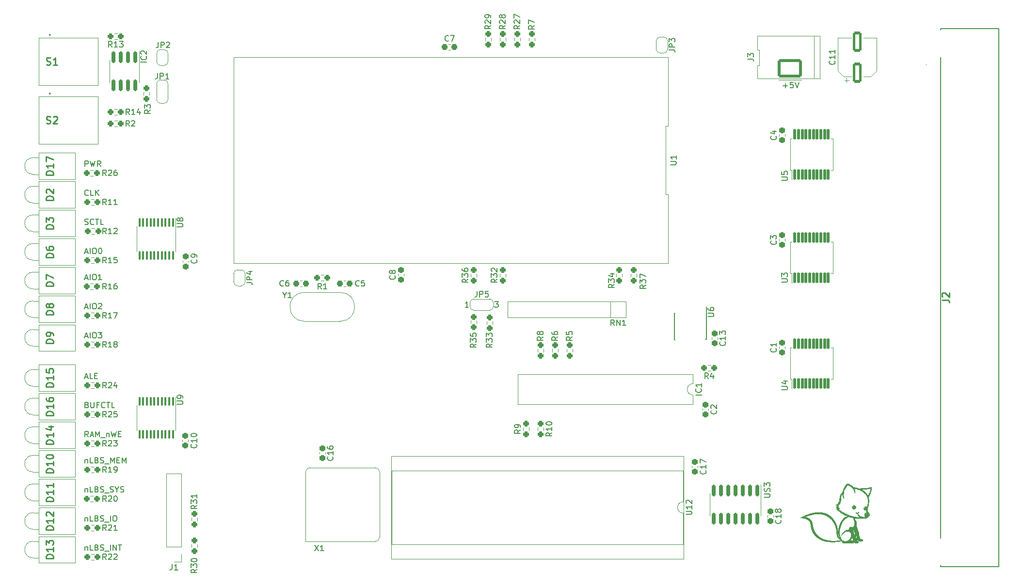
<source format=gto>
%TF.GenerationSoftware,KiCad,Pcbnew,7.0.1*%
%TF.CreationDate,2023-08-20T11:19:01+01:00*%
%TF.ProjectId,J11HackPlus_V2,4a313148-6163-46b5-906c-75735f56322e,rev?*%
%TF.SameCoordinates,Original*%
%TF.FileFunction,Legend,Top*%
%TF.FilePolarity,Positive*%
%FSLAX46Y46*%
G04 Gerber Fmt 4.6, Leading zero omitted, Abs format (unit mm)*
G04 Created by KiCad (PCBNEW 7.0.1) date 2023-08-20 11:19:01*
%MOMM*%
%LPD*%
G01*
G04 APERTURE LIST*
G04 Aperture macros list*
%AMRoundRect*
0 Rectangle with rounded corners*
0 $1 Rounding radius*
0 $2 $3 $4 $5 $6 $7 $8 $9 X,Y pos of 4 corners*
0 Add a 4 corners polygon primitive as box body*
4,1,4,$2,$3,$4,$5,$6,$7,$8,$9,$2,$3,0*
0 Add four circle primitives for the rounded corners*
1,1,$1+$1,$2,$3*
1,1,$1+$1,$4,$5*
1,1,$1+$1,$6,$7*
1,1,$1+$1,$8,$9*
0 Add four rect primitives between the rounded corners*
20,1,$1+$1,$2,$3,$4,$5,0*
20,1,$1+$1,$4,$5,$6,$7,0*
20,1,$1+$1,$6,$7,$8,$9,0*
20,1,$1+$1,$8,$9,$2,$3,0*%
%AMFreePoly0*
4,1,19,0.500000,-0.750000,0.000000,-0.750000,0.000000,-0.744911,-0.071157,-0.744911,-0.207708,-0.704816,-0.327430,-0.627875,-0.420627,-0.520320,-0.479746,-0.390866,-0.500000,-0.250000,-0.500000,0.250000,-0.479746,0.390866,-0.420627,0.520320,-0.327430,0.627875,-0.207708,0.704816,-0.071157,0.744911,0.000000,0.744911,0.000000,0.750000,0.500000,0.750000,0.500000,-0.750000,0.500000,-0.750000,
$1*%
%AMFreePoly1*
4,1,19,0.000000,0.744911,0.071157,0.744911,0.207708,0.704816,0.327430,0.627875,0.420627,0.520320,0.479746,0.390866,0.500000,0.250000,0.500000,-0.250000,0.479746,-0.390866,0.420627,-0.520320,0.327430,-0.627875,0.207708,-0.704816,0.071157,-0.744911,0.000000,-0.744911,0.000000,-0.750000,-0.500000,-0.750000,-0.500000,0.750000,0.000000,0.750000,0.000000,0.744911,0.000000,0.744911,
$1*%
%AMFreePoly2*
4,1,19,0.550000,-0.750000,0.000000,-0.750000,0.000000,-0.744911,-0.071157,-0.744911,-0.207708,-0.704816,-0.327430,-0.627875,-0.420627,-0.520320,-0.479746,-0.390866,-0.500000,-0.250000,-0.500000,0.250000,-0.479746,0.390866,-0.420627,0.520320,-0.327430,0.627875,-0.207708,0.704816,-0.071157,0.744911,0.000000,0.744911,0.000000,0.750000,0.550000,0.750000,0.550000,-0.750000,0.550000,-0.750000,
$1*%
%AMFreePoly3*
4,1,19,0.000000,0.744911,0.071157,0.744911,0.207708,0.704816,0.327430,0.627875,0.420627,0.520320,0.479746,0.390866,0.500000,0.250000,0.500000,-0.250000,0.479746,-0.390866,0.420627,-0.520320,0.327430,-0.627875,0.207708,-0.704816,0.071157,-0.744911,0.000000,-0.744911,0.000000,-0.750000,-0.550000,-0.750000,-0.550000,0.750000,0.000000,0.750000,0.000000,0.744911,0.000000,0.744911,
$1*%
G04 Aperture macros list end*
%ADD10C,0.200000*%
%ADD11C,0.150000*%
%ADD12C,0.254000*%
%ADD13C,0.120000*%
%ADD14C,0.100000*%
%ADD15C,0.010000*%
%ADD16RoundRect,0.237500X-0.250000X-0.237500X0.250000X-0.237500X0.250000X0.237500X-0.250000X0.237500X0*%
%ADD17RoundRect,0.237500X-0.237500X0.300000X-0.237500X-0.300000X0.237500X-0.300000X0.237500X0.300000X0*%
%ADD18RoundRect,0.237500X0.237500X-0.250000X0.237500X0.250000X-0.237500X0.250000X-0.237500X-0.250000X0*%
%ADD19RoundRect,0.237500X-0.237500X0.250000X-0.237500X-0.250000X0.237500X-0.250000X0.237500X0.250000X0*%
%ADD20RoundRect,0.100000X-0.100000X0.637500X-0.100000X-0.637500X0.100000X-0.637500X0.100000X0.637500X0*%
%ADD21RoundRect,0.237500X0.250000X0.237500X-0.250000X0.237500X-0.250000X-0.237500X0.250000X-0.237500X0*%
%ADD22C,1.381000*%
%ADD23RoundRect,0.237500X0.300000X0.237500X-0.300000X0.237500X-0.300000X-0.237500X0.300000X-0.237500X0*%
%ADD24RoundRect,0.125000X0.125000X-0.825000X0.125000X0.825000X-0.125000X0.825000X-0.125000X-0.825000X0*%
%ADD25FreePoly0,270.000000*%
%ADD26FreePoly1,270.000000*%
%ADD27RoundRect,0.237500X0.237500X-0.300000X0.237500X0.300000X-0.237500X0.300000X-0.237500X-0.300000X0*%
%ADD28R,1.600000X1.600000*%
%ADD29C,1.600000*%
%ADD30RoundRect,0.150000X-0.150000X0.825000X-0.150000X-0.825000X0.150000X-0.825000X0.150000X0.825000X0*%
%ADD31R,1.700000X1.700000*%
%ADD32O,1.700000X1.700000*%
%ADD33R,0.400000X1.000000*%
%ADD34FreePoly2,0.000000*%
%ADD35R,1.000000X1.500000*%
%ADD36FreePoly3,0.000000*%
%ADD37O,1.200000X2.000000*%
%ADD38C,1.550000*%
%ADD39O,1.600000X1.600000*%
%ADD40FreePoly2,90.000000*%
%ADD41R,1.500000X1.000000*%
%ADD42FreePoly3,90.000000*%
%ADD43FreePoly0,90.000000*%
%ADD44FreePoly1,90.000000*%
%ADD45R,1.500000X1.500000*%
%ADD46C,1.500000*%
%ADD47C,4.200000*%
%ADD48RoundRect,0.250000X1.850000X-1.330000X1.850000X1.330000X-1.850000X1.330000X-1.850000X-1.330000X0*%
%ADD49O,4.200000X3.160000*%
%ADD50RoundRect,0.250000X0.550000X-1.500000X0.550000X1.500000X-0.550000X1.500000X-0.550000X-1.500000X0*%
G04 APERTURE END LIST*
D10*
X180070095Y-62996666D02*
X180832000Y-62996666D01*
X180451047Y-63377619D02*
X180451047Y-62615714D01*
X181784380Y-62377619D02*
X181308190Y-62377619D01*
X181308190Y-62377619D02*
X181260571Y-62853809D01*
X181260571Y-62853809D02*
X181308190Y-62806190D01*
X181308190Y-62806190D02*
X181403428Y-62758571D01*
X181403428Y-62758571D02*
X181641523Y-62758571D01*
X181641523Y-62758571D02*
X181736761Y-62806190D01*
X181736761Y-62806190D02*
X181784380Y-62853809D01*
X181784380Y-62853809D02*
X181831999Y-62949047D01*
X181831999Y-62949047D02*
X181831999Y-63187142D01*
X181831999Y-63187142D02*
X181784380Y-63282380D01*
X181784380Y-63282380D02*
X181736761Y-63330000D01*
X181736761Y-63330000D02*
X181641523Y-63377619D01*
X181641523Y-63377619D02*
X181403428Y-63377619D01*
X181403428Y-63377619D02*
X181308190Y-63330000D01*
X181308190Y-63330000D02*
X181260571Y-63282380D01*
X182117714Y-62377619D02*
X182451047Y-63377619D01*
X182451047Y-63377619D02*
X182784380Y-62377619D01*
X58483428Y-118733809D02*
X58626285Y-118781428D01*
X58626285Y-118781428D02*
X58673904Y-118829047D01*
X58673904Y-118829047D02*
X58721523Y-118924285D01*
X58721523Y-118924285D02*
X58721523Y-119067142D01*
X58721523Y-119067142D02*
X58673904Y-119162380D01*
X58673904Y-119162380D02*
X58626285Y-119210000D01*
X58626285Y-119210000D02*
X58531047Y-119257619D01*
X58531047Y-119257619D02*
X58150095Y-119257619D01*
X58150095Y-119257619D02*
X58150095Y-118257619D01*
X58150095Y-118257619D02*
X58483428Y-118257619D01*
X58483428Y-118257619D02*
X58578666Y-118305238D01*
X58578666Y-118305238D02*
X58626285Y-118352857D01*
X58626285Y-118352857D02*
X58673904Y-118448095D01*
X58673904Y-118448095D02*
X58673904Y-118543333D01*
X58673904Y-118543333D02*
X58626285Y-118638571D01*
X58626285Y-118638571D02*
X58578666Y-118686190D01*
X58578666Y-118686190D02*
X58483428Y-118733809D01*
X58483428Y-118733809D02*
X58150095Y-118733809D01*
X59150095Y-118257619D02*
X59150095Y-119067142D01*
X59150095Y-119067142D02*
X59197714Y-119162380D01*
X59197714Y-119162380D02*
X59245333Y-119210000D01*
X59245333Y-119210000D02*
X59340571Y-119257619D01*
X59340571Y-119257619D02*
X59531047Y-119257619D01*
X59531047Y-119257619D02*
X59626285Y-119210000D01*
X59626285Y-119210000D02*
X59673904Y-119162380D01*
X59673904Y-119162380D02*
X59721523Y-119067142D01*
X59721523Y-119067142D02*
X59721523Y-118257619D01*
X60531047Y-118733809D02*
X60197714Y-118733809D01*
X60197714Y-119257619D02*
X60197714Y-118257619D01*
X60197714Y-118257619D02*
X60673904Y-118257619D01*
X61626285Y-119162380D02*
X61578666Y-119210000D01*
X61578666Y-119210000D02*
X61435809Y-119257619D01*
X61435809Y-119257619D02*
X61340571Y-119257619D01*
X61340571Y-119257619D02*
X61197714Y-119210000D01*
X61197714Y-119210000D02*
X61102476Y-119114761D01*
X61102476Y-119114761D02*
X61054857Y-119019523D01*
X61054857Y-119019523D02*
X61007238Y-118829047D01*
X61007238Y-118829047D02*
X61007238Y-118686190D01*
X61007238Y-118686190D02*
X61054857Y-118495714D01*
X61054857Y-118495714D02*
X61102476Y-118400476D01*
X61102476Y-118400476D02*
X61197714Y-118305238D01*
X61197714Y-118305238D02*
X61340571Y-118257619D01*
X61340571Y-118257619D02*
X61435809Y-118257619D01*
X61435809Y-118257619D02*
X61578666Y-118305238D01*
X61578666Y-118305238D02*
X61626285Y-118352857D01*
X61912000Y-118257619D02*
X62483428Y-118257619D01*
X62197714Y-119257619D02*
X62197714Y-118257619D01*
X63292952Y-119257619D02*
X62816762Y-119257619D01*
X62816762Y-119257619D02*
X62816762Y-118257619D01*
X58721523Y-82078380D02*
X58673904Y-82126000D01*
X58673904Y-82126000D02*
X58531047Y-82173619D01*
X58531047Y-82173619D02*
X58435809Y-82173619D01*
X58435809Y-82173619D02*
X58292952Y-82126000D01*
X58292952Y-82126000D02*
X58197714Y-82030761D01*
X58197714Y-82030761D02*
X58150095Y-81935523D01*
X58150095Y-81935523D02*
X58102476Y-81745047D01*
X58102476Y-81745047D02*
X58102476Y-81602190D01*
X58102476Y-81602190D02*
X58150095Y-81411714D01*
X58150095Y-81411714D02*
X58197714Y-81316476D01*
X58197714Y-81316476D02*
X58292952Y-81221238D01*
X58292952Y-81221238D02*
X58435809Y-81173619D01*
X58435809Y-81173619D02*
X58531047Y-81173619D01*
X58531047Y-81173619D02*
X58673904Y-81221238D01*
X58673904Y-81221238D02*
X58721523Y-81268857D01*
X59626285Y-82173619D02*
X59150095Y-82173619D01*
X59150095Y-82173619D02*
X59150095Y-81173619D01*
X59959619Y-82173619D02*
X59959619Y-81173619D01*
X60531047Y-82173619D02*
X60102476Y-81602190D01*
X60531047Y-81173619D02*
X59959619Y-81745047D01*
X58150095Y-133322952D02*
X58150095Y-133989619D01*
X58150095Y-133418190D02*
X58197714Y-133370571D01*
X58197714Y-133370571D02*
X58292952Y-133322952D01*
X58292952Y-133322952D02*
X58435809Y-133322952D01*
X58435809Y-133322952D02*
X58531047Y-133370571D01*
X58531047Y-133370571D02*
X58578666Y-133465809D01*
X58578666Y-133465809D02*
X58578666Y-133989619D01*
X59531047Y-133989619D02*
X59054857Y-133989619D01*
X59054857Y-133989619D02*
X59054857Y-132989619D01*
X60197714Y-133465809D02*
X60340571Y-133513428D01*
X60340571Y-133513428D02*
X60388190Y-133561047D01*
X60388190Y-133561047D02*
X60435809Y-133656285D01*
X60435809Y-133656285D02*
X60435809Y-133799142D01*
X60435809Y-133799142D02*
X60388190Y-133894380D01*
X60388190Y-133894380D02*
X60340571Y-133942000D01*
X60340571Y-133942000D02*
X60245333Y-133989619D01*
X60245333Y-133989619D02*
X59864381Y-133989619D01*
X59864381Y-133989619D02*
X59864381Y-132989619D01*
X59864381Y-132989619D02*
X60197714Y-132989619D01*
X60197714Y-132989619D02*
X60292952Y-133037238D01*
X60292952Y-133037238D02*
X60340571Y-133084857D01*
X60340571Y-133084857D02*
X60388190Y-133180095D01*
X60388190Y-133180095D02*
X60388190Y-133275333D01*
X60388190Y-133275333D02*
X60340571Y-133370571D01*
X60340571Y-133370571D02*
X60292952Y-133418190D01*
X60292952Y-133418190D02*
X60197714Y-133465809D01*
X60197714Y-133465809D02*
X59864381Y-133465809D01*
X60816762Y-133942000D02*
X60959619Y-133989619D01*
X60959619Y-133989619D02*
X61197714Y-133989619D01*
X61197714Y-133989619D02*
X61292952Y-133942000D01*
X61292952Y-133942000D02*
X61340571Y-133894380D01*
X61340571Y-133894380D02*
X61388190Y-133799142D01*
X61388190Y-133799142D02*
X61388190Y-133703904D01*
X61388190Y-133703904D02*
X61340571Y-133608666D01*
X61340571Y-133608666D02*
X61292952Y-133561047D01*
X61292952Y-133561047D02*
X61197714Y-133513428D01*
X61197714Y-133513428D02*
X61007238Y-133465809D01*
X61007238Y-133465809D02*
X60912000Y-133418190D01*
X60912000Y-133418190D02*
X60864381Y-133370571D01*
X60864381Y-133370571D02*
X60816762Y-133275333D01*
X60816762Y-133275333D02*
X60816762Y-133180095D01*
X60816762Y-133180095D02*
X60864381Y-133084857D01*
X60864381Y-133084857D02*
X60912000Y-133037238D01*
X60912000Y-133037238D02*
X61007238Y-132989619D01*
X61007238Y-132989619D02*
X61245333Y-132989619D01*
X61245333Y-132989619D02*
X61388190Y-133037238D01*
X61578667Y-134084857D02*
X62340571Y-134084857D01*
X62531048Y-133942000D02*
X62673905Y-133989619D01*
X62673905Y-133989619D02*
X62912000Y-133989619D01*
X62912000Y-133989619D02*
X63007238Y-133942000D01*
X63007238Y-133942000D02*
X63054857Y-133894380D01*
X63054857Y-133894380D02*
X63102476Y-133799142D01*
X63102476Y-133799142D02*
X63102476Y-133703904D01*
X63102476Y-133703904D02*
X63054857Y-133608666D01*
X63054857Y-133608666D02*
X63007238Y-133561047D01*
X63007238Y-133561047D02*
X62912000Y-133513428D01*
X62912000Y-133513428D02*
X62721524Y-133465809D01*
X62721524Y-133465809D02*
X62626286Y-133418190D01*
X62626286Y-133418190D02*
X62578667Y-133370571D01*
X62578667Y-133370571D02*
X62531048Y-133275333D01*
X62531048Y-133275333D02*
X62531048Y-133180095D01*
X62531048Y-133180095D02*
X62578667Y-133084857D01*
X62578667Y-133084857D02*
X62626286Y-133037238D01*
X62626286Y-133037238D02*
X62721524Y-132989619D01*
X62721524Y-132989619D02*
X62959619Y-132989619D01*
X62959619Y-132989619D02*
X63102476Y-133037238D01*
X63721524Y-133513428D02*
X63721524Y-133989619D01*
X63388191Y-132989619D02*
X63721524Y-133513428D01*
X63721524Y-133513428D02*
X64054857Y-132989619D01*
X64340572Y-133942000D02*
X64483429Y-133989619D01*
X64483429Y-133989619D02*
X64721524Y-133989619D01*
X64721524Y-133989619D02*
X64816762Y-133942000D01*
X64816762Y-133942000D02*
X64864381Y-133894380D01*
X64864381Y-133894380D02*
X64912000Y-133799142D01*
X64912000Y-133799142D02*
X64912000Y-133703904D01*
X64912000Y-133703904D02*
X64864381Y-133608666D01*
X64864381Y-133608666D02*
X64816762Y-133561047D01*
X64816762Y-133561047D02*
X64721524Y-133513428D01*
X64721524Y-133513428D02*
X64531048Y-133465809D01*
X64531048Y-133465809D02*
X64435810Y-133418190D01*
X64435810Y-133418190D02*
X64388191Y-133370571D01*
X64388191Y-133370571D02*
X64340572Y-133275333D01*
X64340572Y-133275333D02*
X64340572Y-133180095D01*
X64340572Y-133180095D02*
X64388191Y-133084857D01*
X64388191Y-133084857D02*
X64435810Y-133037238D01*
X64435810Y-133037238D02*
X64531048Y-132989619D01*
X64531048Y-132989619D02*
X64769143Y-132989619D01*
X64769143Y-132989619D02*
X64912000Y-133037238D01*
X58102476Y-92047904D02*
X58578666Y-92047904D01*
X58007238Y-92333619D02*
X58340571Y-91333619D01*
X58340571Y-91333619D02*
X58673904Y-92333619D01*
X59007238Y-92333619D02*
X59007238Y-91333619D01*
X59673904Y-91333619D02*
X59864380Y-91333619D01*
X59864380Y-91333619D02*
X59959618Y-91381238D01*
X59959618Y-91381238D02*
X60054856Y-91476476D01*
X60054856Y-91476476D02*
X60102475Y-91666952D01*
X60102475Y-91666952D02*
X60102475Y-92000285D01*
X60102475Y-92000285D02*
X60054856Y-92190761D01*
X60054856Y-92190761D02*
X59959618Y-92286000D01*
X59959618Y-92286000D02*
X59864380Y-92333619D01*
X59864380Y-92333619D02*
X59673904Y-92333619D01*
X59673904Y-92333619D02*
X59578666Y-92286000D01*
X59578666Y-92286000D02*
X59483428Y-92190761D01*
X59483428Y-92190761D02*
X59435809Y-92000285D01*
X59435809Y-92000285D02*
X59435809Y-91666952D01*
X59435809Y-91666952D02*
X59483428Y-91476476D01*
X59483428Y-91476476D02*
X59578666Y-91381238D01*
X59578666Y-91381238D02*
X59673904Y-91333619D01*
X60721523Y-91333619D02*
X60816761Y-91333619D01*
X60816761Y-91333619D02*
X60911999Y-91381238D01*
X60911999Y-91381238D02*
X60959618Y-91428857D01*
X60959618Y-91428857D02*
X61007237Y-91524095D01*
X61007237Y-91524095D02*
X61054856Y-91714571D01*
X61054856Y-91714571D02*
X61054856Y-91952666D01*
X61054856Y-91952666D02*
X61007237Y-92143142D01*
X61007237Y-92143142D02*
X60959618Y-92238380D01*
X60959618Y-92238380D02*
X60911999Y-92286000D01*
X60911999Y-92286000D02*
X60816761Y-92333619D01*
X60816761Y-92333619D02*
X60721523Y-92333619D01*
X60721523Y-92333619D02*
X60626285Y-92286000D01*
X60626285Y-92286000D02*
X60578666Y-92238380D01*
X60578666Y-92238380D02*
X60531047Y-92143142D01*
X60531047Y-92143142D02*
X60483428Y-91952666D01*
X60483428Y-91952666D02*
X60483428Y-91714571D01*
X60483428Y-91714571D02*
X60531047Y-91524095D01*
X60531047Y-91524095D02*
X60578666Y-91428857D01*
X60578666Y-91428857D02*
X60626285Y-91381238D01*
X60626285Y-91381238D02*
X60721523Y-91333619D01*
X58102476Y-96619904D02*
X58578666Y-96619904D01*
X58007238Y-96905619D02*
X58340571Y-95905619D01*
X58340571Y-95905619D02*
X58673904Y-96905619D01*
X59007238Y-96905619D02*
X59007238Y-95905619D01*
X59673904Y-95905619D02*
X59864380Y-95905619D01*
X59864380Y-95905619D02*
X59959618Y-95953238D01*
X59959618Y-95953238D02*
X60054856Y-96048476D01*
X60054856Y-96048476D02*
X60102475Y-96238952D01*
X60102475Y-96238952D02*
X60102475Y-96572285D01*
X60102475Y-96572285D02*
X60054856Y-96762761D01*
X60054856Y-96762761D02*
X59959618Y-96858000D01*
X59959618Y-96858000D02*
X59864380Y-96905619D01*
X59864380Y-96905619D02*
X59673904Y-96905619D01*
X59673904Y-96905619D02*
X59578666Y-96858000D01*
X59578666Y-96858000D02*
X59483428Y-96762761D01*
X59483428Y-96762761D02*
X59435809Y-96572285D01*
X59435809Y-96572285D02*
X59435809Y-96238952D01*
X59435809Y-96238952D02*
X59483428Y-96048476D01*
X59483428Y-96048476D02*
X59578666Y-95953238D01*
X59578666Y-95953238D02*
X59673904Y-95905619D01*
X61054856Y-96905619D02*
X60483428Y-96905619D01*
X60769142Y-96905619D02*
X60769142Y-95905619D01*
X60769142Y-95905619D02*
X60673904Y-96048476D01*
X60673904Y-96048476D02*
X60578666Y-96143714D01*
X60578666Y-96143714D02*
X60483428Y-96191333D01*
X58150095Y-77093619D02*
X58150095Y-76093619D01*
X58150095Y-76093619D02*
X58531047Y-76093619D01*
X58531047Y-76093619D02*
X58626285Y-76141238D01*
X58626285Y-76141238D02*
X58673904Y-76188857D01*
X58673904Y-76188857D02*
X58721523Y-76284095D01*
X58721523Y-76284095D02*
X58721523Y-76426952D01*
X58721523Y-76426952D02*
X58673904Y-76522190D01*
X58673904Y-76522190D02*
X58626285Y-76569809D01*
X58626285Y-76569809D02*
X58531047Y-76617428D01*
X58531047Y-76617428D02*
X58150095Y-76617428D01*
X59054857Y-76093619D02*
X59292952Y-77093619D01*
X59292952Y-77093619D02*
X59483428Y-76379333D01*
X59483428Y-76379333D02*
X59673904Y-77093619D01*
X59673904Y-77093619D02*
X59912000Y-76093619D01*
X60864380Y-77093619D02*
X60531047Y-76617428D01*
X60292952Y-77093619D02*
X60292952Y-76093619D01*
X60292952Y-76093619D02*
X60673904Y-76093619D01*
X60673904Y-76093619D02*
X60769142Y-76141238D01*
X60769142Y-76141238D02*
X60816761Y-76188857D01*
X60816761Y-76188857D02*
X60864380Y-76284095D01*
X60864380Y-76284095D02*
X60864380Y-76426952D01*
X60864380Y-76426952D02*
X60816761Y-76522190D01*
X60816761Y-76522190D02*
X60769142Y-76569809D01*
X60769142Y-76569809D02*
X60673904Y-76617428D01*
X60673904Y-76617428D02*
X60292952Y-76617428D01*
X58150095Y-143482952D02*
X58150095Y-144149619D01*
X58150095Y-143578190D02*
X58197714Y-143530571D01*
X58197714Y-143530571D02*
X58292952Y-143482952D01*
X58292952Y-143482952D02*
X58435809Y-143482952D01*
X58435809Y-143482952D02*
X58531047Y-143530571D01*
X58531047Y-143530571D02*
X58578666Y-143625809D01*
X58578666Y-143625809D02*
X58578666Y-144149619D01*
X59531047Y-144149619D02*
X59054857Y-144149619D01*
X59054857Y-144149619D02*
X59054857Y-143149619D01*
X60197714Y-143625809D02*
X60340571Y-143673428D01*
X60340571Y-143673428D02*
X60388190Y-143721047D01*
X60388190Y-143721047D02*
X60435809Y-143816285D01*
X60435809Y-143816285D02*
X60435809Y-143959142D01*
X60435809Y-143959142D02*
X60388190Y-144054380D01*
X60388190Y-144054380D02*
X60340571Y-144102000D01*
X60340571Y-144102000D02*
X60245333Y-144149619D01*
X60245333Y-144149619D02*
X59864381Y-144149619D01*
X59864381Y-144149619D02*
X59864381Y-143149619D01*
X59864381Y-143149619D02*
X60197714Y-143149619D01*
X60197714Y-143149619D02*
X60292952Y-143197238D01*
X60292952Y-143197238D02*
X60340571Y-143244857D01*
X60340571Y-143244857D02*
X60388190Y-143340095D01*
X60388190Y-143340095D02*
X60388190Y-143435333D01*
X60388190Y-143435333D02*
X60340571Y-143530571D01*
X60340571Y-143530571D02*
X60292952Y-143578190D01*
X60292952Y-143578190D02*
X60197714Y-143625809D01*
X60197714Y-143625809D02*
X59864381Y-143625809D01*
X60816762Y-144102000D02*
X60959619Y-144149619D01*
X60959619Y-144149619D02*
X61197714Y-144149619D01*
X61197714Y-144149619D02*
X61292952Y-144102000D01*
X61292952Y-144102000D02*
X61340571Y-144054380D01*
X61340571Y-144054380D02*
X61388190Y-143959142D01*
X61388190Y-143959142D02*
X61388190Y-143863904D01*
X61388190Y-143863904D02*
X61340571Y-143768666D01*
X61340571Y-143768666D02*
X61292952Y-143721047D01*
X61292952Y-143721047D02*
X61197714Y-143673428D01*
X61197714Y-143673428D02*
X61007238Y-143625809D01*
X61007238Y-143625809D02*
X60912000Y-143578190D01*
X60912000Y-143578190D02*
X60864381Y-143530571D01*
X60864381Y-143530571D02*
X60816762Y-143435333D01*
X60816762Y-143435333D02*
X60816762Y-143340095D01*
X60816762Y-143340095D02*
X60864381Y-143244857D01*
X60864381Y-143244857D02*
X60912000Y-143197238D01*
X60912000Y-143197238D02*
X61007238Y-143149619D01*
X61007238Y-143149619D02*
X61245333Y-143149619D01*
X61245333Y-143149619D02*
X61388190Y-143197238D01*
X61578667Y-144244857D02*
X62340571Y-144244857D01*
X62578667Y-144149619D02*
X62578667Y-143149619D01*
X63054857Y-144149619D02*
X63054857Y-143149619D01*
X63054857Y-143149619D02*
X63626285Y-144149619D01*
X63626285Y-144149619D02*
X63626285Y-143149619D01*
X63959619Y-143149619D02*
X64531047Y-143149619D01*
X64245333Y-144149619D02*
X64245333Y-143149619D01*
X58102476Y-113891904D02*
X58578666Y-113891904D01*
X58007238Y-114177619D02*
X58340571Y-113177619D01*
X58340571Y-113177619D02*
X58673904Y-114177619D01*
X59483428Y-114177619D02*
X59007238Y-114177619D01*
X59007238Y-114177619D02*
X59007238Y-113177619D01*
X59816762Y-113653809D02*
X60150095Y-113653809D01*
X60292952Y-114177619D02*
X59816762Y-114177619D01*
X59816762Y-114177619D02*
X59816762Y-113177619D01*
X59816762Y-113177619D02*
X60292952Y-113177619D01*
X58150095Y-138402952D02*
X58150095Y-139069619D01*
X58150095Y-138498190D02*
X58197714Y-138450571D01*
X58197714Y-138450571D02*
X58292952Y-138402952D01*
X58292952Y-138402952D02*
X58435809Y-138402952D01*
X58435809Y-138402952D02*
X58531047Y-138450571D01*
X58531047Y-138450571D02*
X58578666Y-138545809D01*
X58578666Y-138545809D02*
X58578666Y-139069619D01*
X59531047Y-139069619D02*
X59054857Y-139069619D01*
X59054857Y-139069619D02*
X59054857Y-138069619D01*
X60197714Y-138545809D02*
X60340571Y-138593428D01*
X60340571Y-138593428D02*
X60388190Y-138641047D01*
X60388190Y-138641047D02*
X60435809Y-138736285D01*
X60435809Y-138736285D02*
X60435809Y-138879142D01*
X60435809Y-138879142D02*
X60388190Y-138974380D01*
X60388190Y-138974380D02*
X60340571Y-139022000D01*
X60340571Y-139022000D02*
X60245333Y-139069619D01*
X60245333Y-139069619D02*
X59864381Y-139069619D01*
X59864381Y-139069619D02*
X59864381Y-138069619D01*
X59864381Y-138069619D02*
X60197714Y-138069619D01*
X60197714Y-138069619D02*
X60292952Y-138117238D01*
X60292952Y-138117238D02*
X60340571Y-138164857D01*
X60340571Y-138164857D02*
X60388190Y-138260095D01*
X60388190Y-138260095D02*
X60388190Y-138355333D01*
X60388190Y-138355333D02*
X60340571Y-138450571D01*
X60340571Y-138450571D02*
X60292952Y-138498190D01*
X60292952Y-138498190D02*
X60197714Y-138545809D01*
X60197714Y-138545809D02*
X59864381Y-138545809D01*
X60816762Y-139022000D02*
X60959619Y-139069619D01*
X60959619Y-139069619D02*
X61197714Y-139069619D01*
X61197714Y-139069619D02*
X61292952Y-139022000D01*
X61292952Y-139022000D02*
X61340571Y-138974380D01*
X61340571Y-138974380D02*
X61388190Y-138879142D01*
X61388190Y-138879142D02*
X61388190Y-138783904D01*
X61388190Y-138783904D02*
X61340571Y-138688666D01*
X61340571Y-138688666D02*
X61292952Y-138641047D01*
X61292952Y-138641047D02*
X61197714Y-138593428D01*
X61197714Y-138593428D02*
X61007238Y-138545809D01*
X61007238Y-138545809D02*
X60912000Y-138498190D01*
X60912000Y-138498190D02*
X60864381Y-138450571D01*
X60864381Y-138450571D02*
X60816762Y-138355333D01*
X60816762Y-138355333D02*
X60816762Y-138260095D01*
X60816762Y-138260095D02*
X60864381Y-138164857D01*
X60864381Y-138164857D02*
X60912000Y-138117238D01*
X60912000Y-138117238D02*
X61007238Y-138069619D01*
X61007238Y-138069619D02*
X61245333Y-138069619D01*
X61245333Y-138069619D02*
X61388190Y-138117238D01*
X61578667Y-139164857D02*
X62340571Y-139164857D01*
X62578667Y-139069619D02*
X62578667Y-138069619D01*
X63245333Y-138069619D02*
X63435809Y-138069619D01*
X63435809Y-138069619D02*
X63531047Y-138117238D01*
X63531047Y-138117238D02*
X63626285Y-138212476D01*
X63626285Y-138212476D02*
X63673904Y-138402952D01*
X63673904Y-138402952D02*
X63673904Y-138736285D01*
X63673904Y-138736285D02*
X63626285Y-138926761D01*
X63626285Y-138926761D02*
X63531047Y-139022000D01*
X63531047Y-139022000D02*
X63435809Y-139069619D01*
X63435809Y-139069619D02*
X63245333Y-139069619D01*
X63245333Y-139069619D02*
X63150095Y-139022000D01*
X63150095Y-139022000D02*
X63054857Y-138926761D01*
X63054857Y-138926761D02*
X63007238Y-138736285D01*
X63007238Y-138736285D02*
X63007238Y-138402952D01*
X63007238Y-138402952D02*
X63054857Y-138212476D01*
X63054857Y-138212476D02*
X63150095Y-138117238D01*
X63150095Y-138117238D02*
X63245333Y-138069619D01*
X58721523Y-124337619D02*
X58388190Y-123861428D01*
X58150095Y-124337619D02*
X58150095Y-123337619D01*
X58150095Y-123337619D02*
X58531047Y-123337619D01*
X58531047Y-123337619D02*
X58626285Y-123385238D01*
X58626285Y-123385238D02*
X58673904Y-123432857D01*
X58673904Y-123432857D02*
X58721523Y-123528095D01*
X58721523Y-123528095D02*
X58721523Y-123670952D01*
X58721523Y-123670952D02*
X58673904Y-123766190D01*
X58673904Y-123766190D02*
X58626285Y-123813809D01*
X58626285Y-123813809D02*
X58531047Y-123861428D01*
X58531047Y-123861428D02*
X58150095Y-123861428D01*
X59102476Y-124051904D02*
X59578666Y-124051904D01*
X59007238Y-124337619D02*
X59340571Y-123337619D01*
X59340571Y-123337619D02*
X59673904Y-124337619D01*
X60007238Y-124337619D02*
X60007238Y-123337619D01*
X60007238Y-123337619D02*
X60340571Y-124051904D01*
X60340571Y-124051904D02*
X60673904Y-123337619D01*
X60673904Y-123337619D02*
X60673904Y-124337619D01*
X60912000Y-124432857D02*
X61673904Y-124432857D01*
X61912000Y-123670952D02*
X61912000Y-124337619D01*
X61912000Y-123766190D02*
X61959619Y-123718571D01*
X61959619Y-123718571D02*
X62054857Y-123670952D01*
X62054857Y-123670952D02*
X62197714Y-123670952D01*
X62197714Y-123670952D02*
X62292952Y-123718571D01*
X62292952Y-123718571D02*
X62340571Y-123813809D01*
X62340571Y-123813809D02*
X62340571Y-124337619D01*
X62721524Y-123337619D02*
X62959619Y-124337619D01*
X62959619Y-124337619D02*
X63150095Y-123623333D01*
X63150095Y-123623333D02*
X63340571Y-124337619D01*
X63340571Y-124337619D02*
X63578667Y-123337619D01*
X63959619Y-123813809D02*
X64292952Y-123813809D01*
X64435809Y-124337619D02*
X63959619Y-124337619D01*
X63959619Y-124337619D02*
X63959619Y-123337619D01*
X63959619Y-123337619D02*
X64435809Y-123337619D01*
X58150095Y-128242952D02*
X58150095Y-128909619D01*
X58150095Y-128338190D02*
X58197714Y-128290571D01*
X58197714Y-128290571D02*
X58292952Y-128242952D01*
X58292952Y-128242952D02*
X58435809Y-128242952D01*
X58435809Y-128242952D02*
X58531047Y-128290571D01*
X58531047Y-128290571D02*
X58578666Y-128385809D01*
X58578666Y-128385809D02*
X58578666Y-128909619D01*
X59531047Y-128909619D02*
X59054857Y-128909619D01*
X59054857Y-128909619D02*
X59054857Y-127909619D01*
X60197714Y-128385809D02*
X60340571Y-128433428D01*
X60340571Y-128433428D02*
X60388190Y-128481047D01*
X60388190Y-128481047D02*
X60435809Y-128576285D01*
X60435809Y-128576285D02*
X60435809Y-128719142D01*
X60435809Y-128719142D02*
X60388190Y-128814380D01*
X60388190Y-128814380D02*
X60340571Y-128862000D01*
X60340571Y-128862000D02*
X60245333Y-128909619D01*
X60245333Y-128909619D02*
X59864381Y-128909619D01*
X59864381Y-128909619D02*
X59864381Y-127909619D01*
X59864381Y-127909619D02*
X60197714Y-127909619D01*
X60197714Y-127909619D02*
X60292952Y-127957238D01*
X60292952Y-127957238D02*
X60340571Y-128004857D01*
X60340571Y-128004857D02*
X60388190Y-128100095D01*
X60388190Y-128100095D02*
X60388190Y-128195333D01*
X60388190Y-128195333D02*
X60340571Y-128290571D01*
X60340571Y-128290571D02*
X60292952Y-128338190D01*
X60292952Y-128338190D02*
X60197714Y-128385809D01*
X60197714Y-128385809D02*
X59864381Y-128385809D01*
X60816762Y-128862000D02*
X60959619Y-128909619D01*
X60959619Y-128909619D02*
X61197714Y-128909619D01*
X61197714Y-128909619D02*
X61292952Y-128862000D01*
X61292952Y-128862000D02*
X61340571Y-128814380D01*
X61340571Y-128814380D02*
X61388190Y-128719142D01*
X61388190Y-128719142D02*
X61388190Y-128623904D01*
X61388190Y-128623904D02*
X61340571Y-128528666D01*
X61340571Y-128528666D02*
X61292952Y-128481047D01*
X61292952Y-128481047D02*
X61197714Y-128433428D01*
X61197714Y-128433428D02*
X61007238Y-128385809D01*
X61007238Y-128385809D02*
X60912000Y-128338190D01*
X60912000Y-128338190D02*
X60864381Y-128290571D01*
X60864381Y-128290571D02*
X60816762Y-128195333D01*
X60816762Y-128195333D02*
X60816762Y-128100095D01*
X60816762Y-128100095D02*
X60864381Y-128004857D01*
X60864381Y-128004857D02*
X60912000Y-127957238D01*
X60912000Y-127957238D02*
X61007238Y-127909619D01*
X61007238Y-127909619D02*
X61245333Y-127909619D01*
X61245333Y-127909619D02*
X61388190Y-127957238D01*
X61578667Y-129004857D02*
X62340571Y-129004857D01*
X62578667Y-128909619D02*
X62578667Y-127909619D01*
X62578667Y-127909619D02*
X62912000Y-128623904D01*
X62912000Y-128623904D02*
X63245333Y-127909619D01*
X63245333Y-127909619D02*
X63245333Y-128909619D01*
X63721524Y-128385809D02*
X64054857Y-128385809D01*
X64197714Y-128909619D02*
X63721524Y-128909619D01*
X63721524Y-128909619D02*
X63721524Y-127909619D01*
X63721524Y-127909619D02*
X64197714Y-127909619D01*
X64626286Y-128909619D02*
X64626286Y-127909619D01*
X64626286Y-127909619D02*
X64959619Y-128623904D01*
X64959619Y-128623904D02*
X65292952Y-127909619D01*
X65292952Y-127909619D02*
X65292952Y-128909619D01*
X58102476Y-87206000D02*
X58245333Y-87253619D01*
X58245333Y-87253619D02*
X58483428Y-87253619D01*
X58483428Y-87253619D02*
X58578666Y-87206000D01*
X58578666Y-87206000D02*
X58626285Y-87158380D01*
X58626285Y-87158380D02*
X58673904Y-87063142D01*
X58673904Y-87063142D02*
X58673904Y-86967904D01*
X58673904Y-86967904D02*
X58626285Y-86872666D01*
X58626285Y-86872666D02*
X58578666Y-86825047D01*
X58578666Y-86825047D02*
X58483428Y-86777428D01*
X58483428Y-86777428D02*
X58292952Y-86729809D01*
X58292952Y-86729809D02*
X58197714Y-86682190D01*
X58197714Y-86682190D02*
X58150095Y-86634571D01*
X58150095Y-86634571D02*
X58102476Y-86539333D01*
X58102476Y-86539333D02*
X58102476Y-86444095D01*
X58102476Y-86444095D02*
X58150095Y-86348857D01*
X58150095Y-86348857D02*
X58197714Y-86301238D01*
X58197714Y-86301238D02*
X58292952Y-86253619D01*
X58292952Y-86253619D02*
X58531047Y-86253619D01*
X58531047Y-86253619D02*
X58673904Y-86301238D01*
X59673904Y-87158380D02*
X59626285Y-87206000D01*
X59626285Y-87206000D02*
X59483428Y-87253619D01*
X59483428Y-87253619D02*
X59388190Y-87253619D01*
X59388190Y-87253619D02*
X59245333Y-87206000D01*
X59245333Y-87206000D02*
X59150095Y-87110761D01*
X59150095Y-87110761D02*
X59102476Y-87015523D01*
X59102476Y-87015523D02*
X59054857Y-86825047D01*
X59054857Y-86825047D02*
X59054857Y-86682190D01*
X59054857Y-86682190D02*
X59102476Y-86491714D01*
X59102476Y-86491714D02*
X59150095Y-86396476D01*
X59150095Y-86396476D02*
X59245333Y-86301238D01*
X59245333Y-86301238D02*
X59388190Y-86253619D01*
X59388190Y-86253619D02*
X59483428Y-86253619D01*
X59483428Y-86253619D02*
X59626285Y-86301238D01*
X59626285Y-86301238D02*
X59673904Y-86348857D01*
X59959619Y-86253619D02*
X60531047Y-86253619D01*
X60245333Y-87253619D02*
X60245333Y-86253619D01*
X61340571Y-87253619D02*
X60864381Y-87253619D01*
X60864381Y-87253619D02*
X60864381Y-86253619D01*
X58102476Y-106779904D02*
X58578666Y-106779904D01*
X58007238Y-107065619D02*
X58340571Y-106065619D01*
X58340571Y-106065619D02*
X58673904Y-107065619D01*
X59007238Y-107065619D02*
X59007238Y-106065619D01*
X59673904Y-106065619D02*
X59864380Y-106065619D01*
X59864380Y-106065619D02*
X59959618Y-106113238D01*
X59959618Y-106113238D02*
X60054856Y-106208476D01*
X60054856Y-106208476D02*
X60102475Y-106398952D01*
X60102475Y-106398952D02*
X60102475Y-106732285D01*
X60102475Y-106732285D02*
X60054856Y-106922761D01*
X60054856Y-106922761D02*
X59959618Y-107018000D01*
X59959618Y-107018000D02*
X59864380Y-107065619D01*
X59864380Y-107065619D02*
X59673904Y-107065619D01*
X59673904Y-107065619D02*
X59578666Y-107018000D01*
X59578666Y-107018000D02*
X59483428Y-106922761D01*
X59483428Y-106922761D02*
X59435809Y-106732285D01*
X59435809Y-106732285D02*
X59435809Y-106398952D01*
X59435809Y-106398952D02*
X59483428Y-106208476D01*
X59483428Y-106208476D02*
X59578666Y-106113238D01*
X59578666Y-106113238D02*
X59673904Y-106065619D01*
X60435809Y-106065619D02*
X61054856Y-106065619D01*
X61054856Y-106065619D02*
X60721523Y-106446571D01*
X60721523Y-106446571D02*
X60864380Y-106446571D01*
X60864380Y-106446571D02*
X60959618Y-106494190D01*
X60959618Y-106494190D02*
X61007237Y-106541809D01*
X61007237Y-106541809D02*
X61054856Y-106637047D01*
X61054856Y-106637047D02*
X61054856Y-106875142D01*
X61054856Y-106875142D02*
X61007237Y-106970380D01*
X61007237Y-106970380D02*
X60959618Y-107018000D01*
X60959618Y-107018000D02*
X60864380Y-107065619D01*
X60864380Y-107065619D02*
X60578666Y-107065619D01*
X60578666Y-107065619D02*
X60483428Y-107018000D01*
X60483428Y-107018000D02*
X60435809Y-106970380D01*
X58102476Y-101699904D02*
X58578666Y-101699904D01*
X58007238Y-101985619D02*
X58340571Y-100985619D01*
X58340571Y-100985619D02*
X58673904Y-101985619D01*
X59007238Y-101985619D02*
X59007238Y-100985619D01*
X59673904Y-100985619D02*
X59864380Y-100985619D01*
X59864380Y-100985619D02*
X59959618Y-101033238D01*
X59959618Y-101033238D02*
X60054856Y-101128476D01*
X60054856Y-101128476D02*
X60102475Y-101318952D01*
X60102475Y-101318952D02*
X60102475Y-101652285D01*
X60102475Y-101652285D02*
X60054856Y-101842761D01*
X60054856Y-101842761D02*
X59959618Y-101938000D01*
X59959618Y-101938000D02*
X59864380Y-101985619D01*
X59864380Y-101985619D02*
X59673904Y-101985619D01*
X59673904Y-101985619D02*
X59578666Y-101938000D01*
X59578666Y-101938000D02*
X59483428Y-101842761D01*
X59483428Y-101842761D02*
X59435809Y-101652285D01*
X59435809Y-101652285D02*
X59435809Y-101318952D01*
X59435809Y-101318952D02*
X59483428Y-101128476D01*
X59483428Y-101128476D02*
X59578666Y-101033238D01*
X59578666Y-101033238D02*
X59673904Y-100985619D01*
X60483428Y-101080857D02*
X60531047Y-101033238D01*
X60531047Y-101033238D02*
X60626285Y-100985619D01*
X60626285Y-100985619D02*
X60864380Y-100985619D01*
X60864380Y-100985619D02*
X60959618Y-101033238D01*
X60959618Y-101033238D02*
X61007237Y-101080857D01*
X61007237Y-101080857D02*
X61054856Y-101176095D01*
X61054856Y-101176095D02*
X61054856Y-101271333D01*
X61054856Y-101271333D02*
X61007237Y-101414190D01*
X61007237Y-101414190D02*
X60435809Y-101985619D01*
X60435809Y-101985619D02*
X61054856Y-101985619D01*
D11*
X61841142Y-130510619D02*
X61507809Y-130034428D01*
X61269714Y-130510619D02*
X61269714Y-129510619D01*
X61269714Y-129510619D02*
X61650666Y-129510619D01*
X61650666Y-129510619D02*
X61745904Y-129558238D01*
X61745904Y-129558238D02*
X61793523Y-129605857D01*
X61793523Y-129605857D02*
X61841142Y-129701095D01*
X61841142Y-129701095D02*
X61841142Y-129843952D01*
X61841142Y-129843952D02*
X61793523Y-129939190D01*
X61793523Y-129939190D02*
X61745904Y-129986809D01*
X61745904Y-129986809D02*
X61650666Y-130034428D01*
X61650666Y-130034428D02*
X61269714Y-130034428D01*
X62793523Y-130510619D02*
X62222095Y-130510619D01*
X62507809Y-130510619D02*
X62507809Y-129510619D01*
X62507809Y-129510619D02*
X62412571Y-129653476D01*
X62412571Y-129653476D02*
X62317333Y-129748714D01*
X62317333Y-129748714D02*
X62222095Y-129796333D01*
X63269714Y-130510619D02*
X63460190Y-130510619D01*
X63460190Y-130510619D02*
X63555428Y-130463000D01*
X63555428Y-130463000D02*
X63603047Y-130415380D01*
X63603047Y-130415380D02*
X63698285Y-130272523D01*
X63698285Y-130272523D02*
X63745904Y-130082047D01*
X63745904Y-130082047D02*
X63745904Y-129701095D01*
X63745904Y-129701095D02*
X63698285Y-129605857D01*
X63698285Y-129605857D02*
X63650666Y-129558238D01*
X63650666Y-129558238D02*
X63555428Y-129510619D01*
X63555428Y-129510619D02*
X63364952Y-129510619D01*
X63364952Y-129510619D02*
X63269714Y-129558238D01*
X63269714Y-129558238D02*
X63222095Y-129605857D01*
X63222095Y-129605857D02*
X63174476Y-129701095D01*
X63174476Y-129701095D02*
X63174476Y-129939190D01*
X63174476Y-129939190D02*
X63222095Y-130034428D01*
X63222095Y-130034428D02*
X63269714Y-130082047D01*
X63269714Y-130082047D02*
X63364952Y-130129666D01*
X63364952Y-130129666D02*
X63555428Y-130129666D01*
X63555428Y-130129666D02*
X63650666Y-130082047D01*
X63650666Y-130082047D02*
X63698285Y-130034428D01*
X63698285Y-130034428D02*
X63745904Y-129939190D01*
X61841142Y-120858619D02*
X61507809Y-120382428D01*
X61269714Y-120858619D02*
X61269714Y-119858619D01*
X61269714Y-119858619D02*
X61650666Y-119858619D01*
X61650666Y-119858619D02*
X61745904Y-119906238D01*
X61745904Y-119906238D02*
X61793523Y-119953857D01*
X61793523Y-119953857D02*
X61841142Y-120049095D01*
X61841142Y-120049095D02*
X61841142Y-120191952D01*
X61841142Y-120191952D02*
X61793523Y-120287190D01*
X61793523Y-120287190D02*
X61745904Y-120334809D01*
X61745904Y-120334809D02*
X61650666Y-120382428D01*
X61650666Y-120382428D02*
X61269714Y-120382428D01*
X62222095Y-119953857D02*
X62269714Y-119906238D01*
X62269714Y-119906238D02*
X62364952Y-119858619D01*
X62364952Y-119858619D02*
X62603047Y-119858619D01*
X62603047Y-119858619D02*
X62698285Y-119906238D01*
X62698285Y-119906238D02*
X62745904Y-119953857D01*
X62745904Y-119953857D02*
X62793523Y-120049095D01*
X62793523Y-120049095D02*
X62793523Y-120144333D01*
X62793523Y-120144333D02*
X62745904Y-120287190D01*
X62745904Y-120287190D02*
X62174476Y-120858619D01*
X62174476Y-120858619D02*
X62793523Y-120858619D01*
X63698285Y-119858619D02*
X63222095Y-119858619D01*
X63222095Y-119858619D02*
X63174476Y-120334809D01*
X63174476Y-120334809D02*
X63222095Y-120287190D01*
X63222095Y-120287190D02*
X63317333Y-120239571D01*
X63317333Y-120239571D02*
X63555428Y-120239571D01*
X63555428Y-120239571D02*
X63650666Y-120287190D01*
X63650666Y-120287190D02*
X63698285Y-120334809D01*
X63698285Y-120334809D02*
X63745904Y-120430047D01*
X63745904Y-120430047D02*
X63745904Y-120668142D01*
X63745904Y-120668142D02*
X63698285Y-120763380D01*
X63698285Y-120763380D02*
X63650666Y-120811000D01*
X63650666Y-120811000D02*
X63555428Y-120858619D01*
X63555428Y-120858619D02*
X63317333Y-120858619D01*
X63317333Y-120858619D02*
X63222095Y-120811000D01*
X63222095Y-120811000D02*
X63174476Y-120763380D01*
X169876380Y-107738857D02*
X169924000Y-107786476D01*
X169924000Y-107786476D02*
X169971619Y-107929333D01*
X169971619Y-107929333D02*
X169971619Y-108024571D01*
X169971619Y-108024571D02*
X169924000Y-108167428D01*
X169924000Y-108167428D02*
X169828761Y-108262666D01*
X169828761Y-108262666D02*
X169733523Y-108310285D01*
X169733523Y-108310285D02*
X169543047Y-108357904D01*
X169543047Y-108357904D02*
X169400190Y-108357904D01*
X169400190Y-108357904D02*
X169209714Y-108310285D01*
X169209714Y-108310285D02*
X169114476Y-108262666D01*
X169114476Y-108262666D02*
X169019238Y-108167428D01*
X169019238Y-108167428D02*
X168971619Y-108024571D01*
X168971619Y-108024571D02*
X168971619Y-107929333D01*
X168971619Y-107929333D02*
X169019238Y-107786476D01*
X169019238Y-107786476D02*
X169066857Y-107738857D01*
X169971619Y-106786476D02*
X169971619Y-107357904D01*
X169971619Y-107072190D02*
X168971619Y-107072190D01*
X168971619Y-107072190D02*
X169114476Y-107167428D01*
X169114476Y-107167428D02*
X169209714Y-107262666D01*
X169209714Y-107262666D02*
X169257333Y-107357904D01*
X168971619Y-106453142D02*
X168971619Y-105834095D01*
X168971619Y-105834095D02*
X169352571Y-106167428D01*
X169352571Y-106167428D02*
X169352571Y-106024571D01*
X169352571Y-106024571D02*
X169400190Y-105929333D01*
X169400190Y-105929333D02*
X169447809Y-105881714D01*
X169447809Y-105881714D02*
X169543047Y-105834095D01*
X169543047Y-105834095D02*
X169781142Y-105834095D01*
X169781142Y-105834095D02*
X169876380Y-105881714D01*
X169876380Y-105881714D02*
X169924000Y-105929333D01*
X169924000Y-105929333D02*
X169971619Y-106024571D01*
X169971619Y-106024571D02*
X169971619Y-106310285D01*
X169971619Y-106310285D02*
X169924000Y-106405523D01*
X169924000Y-106405523D02*
X169876380Y-106453142D01*
X77678619Y-147454857D02*
X77202428Y-147788190D01*
X77678619Y-148026285D02*
X76678619Y-148026285D01*
X76678619Y-148026285D02*
X76678619Y-147645333D01*
X76678619Y-147645333D02*
X76726238Y-147550095D01*
X76726238Y-147550095D02*
X76773857Y-147502476D01*
X76773857Y-147502476D02*
X76869095Y-147454857D01*
X76869095Y-147454857D02*
X77011952Y-147454857D01*
X77011952Y-147454857D02*
X77107190Y-147502476D01*
X77107190Y-147502476D02*
X77154809Y-147550095D01*
X77154809Y-147550095D02*
X77202428Y-147645333D01*
X77202428Y-147645333D02*
X77202428Y-148026285D01*
X76678619Y-147121523D02*
X76678619Y-146502476D01*
X76678619Y-146502476D02*
X77059571Y-146835809D01*
X77059571Y-146835809D02*
X77059571Y-146692952D01*
X77059571Y-146692952D02*
X77107190Y-146597714D01*
X77107190Y-146597714D02*
X77154809Y-146550095D01*
X77154809Y-146550095D02*
X77250047Y-146502476D01*
X77250047Y-146502476D02*
X77488142Y-146502476D01*
X77488142Y-146502476D02*
X77583380Y-146550095D01*
X77583380Y-146550095D02*
X77631000Y-146597714D01*
X77631000Y-146597714D02*
X77678619Y-146692952D01*
X77678619Y-146692952D02*
X77678619Y-146978666D01*
X77678619Y-146978666D02*
X77631000Y-147073904D01*
X77631000Y-147073904D02*
X77583380Y-147121523D01*
X76678619Y-145883428D02*
X76678619Y-145788190D01*
X76678619Y-145788190D02*
X76726238Y-145692952D01*
X76726238Y-145692952D02*
X76773857Y-145645333D01*
X76773857Y-145645333D02*
X76869095Y-145597714D01*
X76869095Y-145597714D02*
X77059571Y-145550095D01*
X77059571Y-145550095D02*
X77297666Y-145550095D01*
X77297666Y-145550095D02*
X77488142Y-145597714D01*
X77488142Y-145597714D02*
X77583380Y-145645333D01*
X77583380Y-145645333D02*
X77631000Y-145692952D01*
X77631000Y-145692952D02*
X77678619Y-145788190D01*
X77678619Y-145788190D02*
X77678619Y-145883428D01*
X77678619Y-145883428D02*
X77631000Y-145978666D01*
X77631000Y-145978666D02*
X77583380Y-146026285D01*
X77583380Y-146026285D02*
X77488142Y-146073904D01*
X77488142Y-146073904D02*
X77297666Y-146121523D01*
X77297666Y-146121523D02*
X77059571Y-146121523D01*
X77059571Y-146121523D02*
X76869095Y-146073904D01*
X76869095Y-146073904D02*
X76773857Y-146026285D01*
X76773857Y-146026285D02*
X76726238Y-145978666D01*
X76726238Y-145978666D02*
X76678619Y-145883428D01*
X69550619Y-67222666D02*
X69074428Y-67555999D01*
X69550619Y-67794094D02*
X68550619Y-67794094D01*
X68550619Y-67794094D02*
X68550619Y-67413142D01*
X68550619Y-67413142D02*
X68598238Y-67317904D01*
X68598238Y-67317904D02*
X68645857Y-67270285D01*
X68645857Y-67270285D02*
X68741095Y-67222666D01*
X68741095Y-67222666D02*
X68883952Y-67222666D01*
X68883952Y-67222666D02*
X68979190Y-67270285D01*
X68979190Y-67270285D02*
X69026809Y-67317904D01*
X69026809Y-67317904D02*
X69074428Y-67413142D01*
X69074428Y-67413142D02*
X69074428Y-67794094D01*
X68550619Y-66889332D02*
X68550619Y-66270285D01*
X68550619Y-66270285D02*
X68931571Y-66603618D01*
X68931571Y-66603618D02*
X68931571Y-66460761D01*
X68931571Y-66460761D02*
X68979190Y-66365523D01*
X68979190Y-66365523D02*
X69026809Y-66317904D01*
X69026809Y-66317904D02*
X69122047Y-66270285D01*
X69122047Y-66270285D02*
X69360142Y-66270285D01*
X69360142Y-66270285D02*
X69455380Y-66317904D01*
X69455380Y-66317904D02*
X69503000Y-66365523D01*
X69503000Y-66365523D02*
X69550619Y-66460761D01*
X69550619Y-66460761D02*
X69550619Y-66746475D01*
X69550619Y-66746475D02*
X69503000Y-66841713D01*
X69503000Y-66841713D02*
X69455380Y-66889332D01*
X179597380Y-138818857D02*
X179645000Y-138866476D01*
X179645000Y-138866476D02*
X179692619Y-139009333D01*
X179692619Y-139009333D02*
X179692619Y-139104571D01*
X179692619Y-139104571D02*
X179645000Y-139247428D01*
X179645000Y-139247428D02*
X179549761Y-139342666D01*
X179549761Y-139342666D02*
X179454523Y-139390285D01*
X179454523Y-139390285D02*
X179264047Y-139437904D01*
X179264047Y-139437904D02*
X179121190Y-139437904D01*
X179121190Y-139437904D02*
X178930714Y-139390285D01*
X178930714Y-139390285D02*
X178835476Y-139342666D01*
X178835476Y-139342666D02*
X178740238Y-139247428D01*
X178740238Y-139247428D02*
X178692619Y-139104571D01*
X178692619Y-139104571D02*
X178692619Y-139009333D01*
X178692619Y-139009333D02*
X178740238Y-138866476D01*
X178740238Y-138866476D02*
X178787857Y-138818857D01*
X179692619Y-137866476D02*
X179692619Y-138437904D01*
X179692619Y-138152190D02*
X178692619Y-138152190D01*
X178692619Y-138152190D02*
X178835476Y-138247428D01*
X178835476Y-138247428D02*
X178930714Y-138342666D01*
X178930714Y-138342666D02*
X178978333Y-138437904D01*
X179121190Y-137295047D02*
X179073571Y-137390285D01*
X179073571Y-137390285D02*
X179025952Y-137437904D01*
X179025952Y-137437904D02*
X178930714Y-137485523D01*
X178930714Y-137485523D02*
X178883095Y-137485523D01*
X178883095Y-137485523D02*
X178787857Y-137437904D01*
X178787857Y-137437904D02*
X178740238Y-137390285D01*
X178740238Y-137390285D02*
X178692619Y-137295047D01*
X178692619Y-137295047D02*
X178692619Y-137104571D01*
X178692619Y-137104571D02*
X178740238Y-137009333D01*
X178740238Y-137009333D02*
X178787857Y-136961714D01*
X178787857Y-136961714D02*
X178883095Y-136914095D01*
X178883095Y-136914095D02*
X178930714Y-136914095D01*
X178930714Y-136914095D02*
X179025952Y-136961714D01*
X179025952Y-136961714D02*
X179073571Y-137009333D01*
X179073571Y-137009333D02*
X179121190Y-137104571D01*
X179121190Y-137104571D02*
X179121190Y-137295047D01*
X179121190Y-137295047D02*
X179168809Y-137390285D01*
X179168809Y-137390285D02*
X179216428Y-137437904D01*
X179216428Y-137437904D02*
X179311666Y-137485523D01*
X179311666Y-137485523D02*
X179502142Y-137485523D01*
X179502142Y-137485523D02*
X179597380Y-137437904D01*
X179597380Y-137437904D02*
X179645000Y-137390285D01*
X179645000Y-137390285D02*
X179692619Y-137295047D01*
X179692619Y-137295047D02*
X179692619Y-137104571D01*
X179692619Y-137104571D02*
X179645000Y-137009333D01*
X179645000Y-137009333D02*
X179597380Y-136961714D01*
X179597380Y-136961714D02*
X179502142Y-136914095D01*
X179502142Y-136914095D02*
X179311666Y-136914095D01*
X179311666Y-136914095D02*
X179216428Y-136961714D01*
X179216428Y-136961714D02*
X179168809Y-137009333D01*
X179168809Y-137009333D02*
X179121190Y-137104571D01*
X74233619Y-118617904D02*
X75043142Y-118617904D01*
X75043142Y-118617904D02*
X75138380Y-118570285D01*
X75138380Y-118570285D02*
X75186000Y-118522666D01*
X75186000Y-118522666D02*
X75233619Y-118427428D01*
X75233619Y-118427428D02*
X75233619Y-118236952D01*
X75233619Y-118236952D02*
X75186000Y-118141714D01*
X75186000Y-118141714D02*
X75138380Y-118094095D01*
X75138380Y-118094095D02*
X75043142Y-118046476D01*
X75043142Y-118046476D02*
X74233619Y-118046476D01*
X75233619Y-117522666D02*
X75233619Y-117332190D01*
X75233619Y-117332190D02*
X75186000Y-117236952D01*
X75186000Y-117236952D02*
X75138380Y-117189333D01*
X75138380Y-117189333D02*
X74995523Y-117094095D01*
X74995523Y-117094095D02*
X74805047Y-117046476D01*
X74805047Y-117046476D02*
X74424095Y-117046476D01*
X74424095Y-117046476D02*
X74328857Y-117094095D01*
X74328857Y-117094095D02*
X74281238Y-117141714D01*
X74281238Y-117141714D02*
X74233619Y-117236952D01*
X74233619Y-117236952D02*
X74233619Y-117427428D01*
X74233619Y-117427428D02*
X74281238Y-117522666D01*
X74281238Y-117522666D02*
X74328857Y-117570285D01*
X74328857Y-117570285D02*
X74424095Y-117617904D01*
X74424095Y-117617904D02*
X74662190Y-117617904D01*
X74662190Y-117617904D02*
X74757428Y-117570285D01*
X74757428Y-117570285D02*
X74805047Y-117522666D01*
X74805047Y-117522666D02*
X74852666Y-117427428D01*
X74852666Y-117427428D02*
X74852666Y-117236952D01*
X74852666Y-117236952D02*
X74805047Y-117141714D01*
X74805047Y-117141714D02*
X74757428Y-117094095D01*
X74757428Y-117094095D02*
X74662190Y-117046476D01*
X62857142Y-56248619D02*
X62523809Y-55772428D01*
X62285714Y-56248619D02*
X62285714Y-55248619D01*
X62285714Y-55248619D02*
X62666666Y-55248619D01*
X62666666Y-55248619D02*
X62761904Y-55296238D01*
X62761904Y-55296238D02*
X62809523Y-55343857D01*
X62809523Y-55343857D02*
X62857142Y-55439095D01*
X62857142Y-55439095D02*
X62857142Y-55581952D01*
X62857142Y-55581952D02*
X62809523Y-55677190D01*
X62809523Y-55677190D02*
X62761904Y-55724809D01*
X62761904Y-55724809D02*
X62666666Y-55772428D01*
X62666666Y-55772428D02*
X62285714Y-55772428D01*
X63809523Y-56248619D02*
X63238095Y-56248619D01*
X63523809Y-56248619D02*
X63523809Y-55248619D01*
X63523809Y-55248619D02*
X63428571Y-55391476D01*
X63428571Y-55391476D02*
X63333333Y-55486714D01*
X63333333Y-55486714D02*
X63238095Y-55534333D01*
X64142857Y-55248619D02*
X64761904Y-55248619D01*
X64761904Y-55248619D02*
X64428571Y-55629571D01*
X64428571Y-55629571D02*
X64571428Y-55629571D01*
X64571428Y-55629571D02*
X64666666Y-55677190D01*
X64666666Y-55677190D02*
X64714285Y-55724809D01*
X64714285Y-55724809D02*
X64761904Y-55820047D01*
X64761904Y-55820047D02*
X64761904Y-56058142D01*
X64761904Y-56058142D02*
X64714285Y-56153380D01*
X64714285Y-56153380D02*
X64666666Y-56201000D01*
X64666666Y-56201000D02*
X64571428Y-56248619D01*
X64571428Y-56248619D02*
X64285714Y-56248619D01*
X64285714Y-56248619D02*
X64190476Y-56201000D01*
X64190476Y-56201000D02*
X64142857Y-56153380D01*
D12*
X52587526Y-102937381D02*
X51317526Y-102937381D01*
X51317526Y-102937381D02*
X51317526Y-102635000D01*
X51317526Y-102635000D02*
X51378002Y-102453571D01*
X51378002Y-102453571D02*
X51498954Y-102332619D01*
X51498954Y-102332619D02*
X51619907Y-102272142D01*
X51619907Y-102272142D02*
X51861811Y-102211666D01*
X51861811Y-102211666D02*
X52043240Y-102211666D01*
X52043240Y-102211666D02*
X52285145Y-102272142D01*
X52285145Y-102272142D02*
X52406097Y-102332619D01*
X52406097Y-102332619D02*
X52527050Y-102453571D01*
X52527050Y-102453571D02*
X52587526Y-102635000D01*
X52587526Y-102635000D02*
X52587526Y-102937381D01*
X51861811Y-101485952D02*
X51801335Y-101606904D01*
X51801335Y-101606904D02*
X51740859Y-101667381D01*
X51740859Y-101667381D02*
X51619907Y-101727857D01*
X51619907Y-101727857D02*
X51559430Y-101727857D01*
X51559430Y-101727857D02*
X51438478Y-101667381D01*
X51438478Y-101667381D02*
X51378002Y-101606904D01*
X51378002Y-101606904D02*
X51317526Y-101485952D01*
X51317526Y-101485952D02*
X51317526Y-101244047D01*
X51317526Y-101244047D02*
X51378002Y-101123095D01*
X51378002Y-101123095D02*
X51438478Y-101062619D01*
X51438478Y-101062619D02*
X51559430Y-101002142D01*
X51559430Y-101002142D02*
X51619907Y-101002142D01*
X51619907Y-101002142D02*
X51740859Y-101062619D01*
X51740859Y-101062619D02*
X51801335Y-101123095D01*
X51801335Y-101123095D02*
X51861811Y-101244047D01*
X51861811Y-101244047D02*
X51861811Y-101485952D01*
X51861811Y-101485952D02*
X51922288Y-101606904D01*
X51922288Y-101606904D02*
X51982764Y-101667381D01*
X51982764Y-101667381D02*
X52103716Y-101727857D01*
X52103716Y-101727857D02*
X52345621Y-101727857D01*
X52345621Y-101727857D02*
X52466573Y-101667381D01*
X52466573Y-101667381D02*
X52527050Y-101606904D01*
X52527050Y-101606904D02*
X52587526Y-101485952D01*
X52587526Y-101485952D02*
X52587526Y-101244047D01*
X52587526Y-101244047D02*
X52527050Y-101123095D01*
X52527050Y-101123095D02*
X52466573Y-101062619D01*
X52466573Y-101062619D02*
X52345621Y-101002142D01*
X52345621Y-101002142D02*
X52103716Y-101002142D01*
X52103716Y-101002142D02*
X51982764Y-101062619D01*
X51982764Y-101062619D02*
X51922288Y-101123095D01*
X51922288Y-101123095D02*
X51861811Y-101244047D01*
D11*
X106005333Y-97903380D02*
X105957714Y-97951000D01*
X105957714Y-97951000D02*
X105814857Y-97998619D01*
X105814857Y-97998619D02*
X105719619Y-97998619D01*
X105719619Y-97998619D02*
X105576762Y-97951000D01*
X105576762Y-97951000D02*
X105481524Y-97855761D01*
X105481524Y-97855761D02*
X105433905Y-97760523D01*
X105433905Y-97760523D02*
X105386286Y-97570047D01*
X105386286Y-97570047D02*
X105386286Y-97427190D01*
X105386286Y-97427190D02*
X105433905Y-97236714D01*
X105433905Y-97236714D02*
X105481524Y-97141476D01*
X105481524Y-97141476D02*
X105576762Y-97046238D01*
X105576762Y-97046238D02*
X105719619Y-96998619D01*
X105719619Y-96998619D02*
X105814857Y-96998619D01*
X105814857Y-96998619D02*
X105957714Y-97046238D01*
X105957714Y-97046238D02*
X106005333Y-97093857D01*
X106910095Y-96998619D02*
X106433905Y-96998619D01*
X106433905Y-96998619D02*
X106386286Y-97474809D01*
X106386286Y-97474809D02*
X106433905Y-97427190D01*
X106433905Y-97427190D02*
X106529143Y-97379571D01*
X106529143Y-97379571D02*
X106767238Y-97379571D01*
X106767238Y-97379571D02*
X106862476Y-97427190D01*
X106862476Y-97427190D02*
X106910095Y-97474809D01*
X106910095Y-97474809D02*
X106957714Y-97570047D01*
X106957714Y-97570047D02*
X106957714Y-97808142D01*
X106957714Y-97808142D02*
X106910095Y-97903380D01*
X106910095Y-97903380D02*
X106862476Y-97951000D01*
X106862476Y-97951000D02*
X106767238Y-97998619D01*
X106767238Y-97998619D02*
X106529143Y-97998619D01*
X106529143Y-97998619D02*
X106433905Y-97951000D01*
X106433905Y-97951000D02*
X106386286Y-97903380D01*
X179802619Y-79501904D02*
X180612142Y-79501904D01*
X180612142Y-79501904D02*
X180707380Y-79454285D01*
X180707380Y-79454285D02*
X180755000Y-79406666D01*
X180755000Y-79406666D02*
X180802619Y-79311428D01*
X180802619Y-79311428D02*
X180802619Y-79120952D01*
X180802619Y-79120952D02*
X180755000Y-79025714D01*
X180755000Y-79025714D02*
X180707380Y-78978095D01*
X180707380Y-78978095D02*
X180612142Y-78930476D01*
X180612142Y-78930476D02*
X179802619Y-78930476D01*
X179802619Y-77978095D02*
X179802619Y-78454285D01*
X179802619Y-78454285D02*
X180278809Y-78501904D01*
X180278809Y-78501904D02*
X180231190Y-78454285D01*
X180231190Y-78454285D02*
X180183571Y-78359047D01*
X180183571Y-78359047D02*
X180183571Y-78120952D01*
X180183571Y-78120952D02*
X180231190Y-78025714D01*
X180231190Y-78025714D02*
X180278809Y-77978095D01*
X180278809Y-77978095D02*
X180374047Y-77930476D01*
X180374047Y-77930476D02*
X180612142Y-77930476D01*
X180612142Y-77930476D02*
X180707380Y-77978095D01*
X180707380Y-77978095D02*
X180755000Y-78025714D01*
X180755000Y-78025714D02*
X180802619Y-78120952D01*
X180802619Y-78120952D02*
X180802619Y-78359047D01*
X180802619Y-78359047D02*
X180755000Y-78454285D01*
X180755000Y-78454285D02*
X180707380Y-78501904D01*
X134160619Y-123102666D02*
X133684428Y-123435999D01*
X134160619Y-123674094D02*
X133160619Y-123674094D01*
X133160619Y-123674094D02*
X133160619Y-123293142D01*
X133160619Y-123293142D02*
X133208238Y-123197904D01*
X133208238Y-123197904D02*
X133255857Y-123150285D01*
X133255857Y-123150285D02*
X133351095Y-123102666D01*
X133351095Y-123102666D02*
X133493952Y-123102666D01*
X133493952Y-123102666D02*
X133589190Y-123150285D01*
X133589190Y-123150285D02*
X133636809Y-123197904D01*
X133636809Y-123197904D02*
X133684428Y-123293142D01*
X133684428Y-123293142D02*
X133684428Y-123674094D01*
X134160619Y-122626475D02*
X134160619Y-122435999D01*
X134160619Y-122435999D02*
X134113000Y-122340761D01*
X134113000Y-122340761D02*
X134065380Y-122293142D01*
X134065380Y-122293142D02*
X133922523Y-122197904D01*
X133922523Y-122197904D02*
X133732047Y-122150285D01*
X133732047Y-122150285D02*
X133351095Y-122150285D01*
X133351095Y-122150285D02*
X133255857Y-122197904D01*
X133255857Y-122197904D02*
X133208238Y-122245523D01*
X133208238Y-122245523D02*
X133160619Y-122340761D01*
X133160619Y-122340761D02*
X133160619Y-122531237D01*
X133160619Y-122531237D02*
X133208238Y-122626475D01*
X133208238Y-122626475D02*
X133255857Y-122674094D01*
X133255857Y-122674094D02*
X133351095Y-122721713D01*
X133351095Y-122721713D02*
X133589190Y-122721713D01*
X133589190Y-122721713D02*
X133684428Y-122674094D01*
X133684428Y-122674094D02*
X133732047Y-122626475D01*
X133732047Y-122626475D02*
X133779666Y-122531237D01*
X133779666Y-122531237D02*
X133779666Y-122340761D01*
X133779666Y-122340761D02*
X133732047Y-122245523D01*
X133732047Y-122245523D02*
X133684428Y-122197904D01*
X133684428Y-122197904D02*
X133589190Y-122150285D01*
X61841142Y-83774619D02*
X61507809Y-83298428D01*
X61269714Y-83774619D02*
X61269714Y-82774619D01*
X61269714Y-82774619D02*
X61650666Y-82774619D01*
X61650666Y-82774619D02*
X61745904Y-82822238D01*
X61745904Y-82822238D02*
X61793523Y-82869857D01*
X61793523Y-82869857D02*
X61841142Y-82965095D01*
X61841142Y-82965095D02*
X61841142Y-83107952D01*
X61841142Y-83107952D02*
X61793523Y-83203190D01*
X61793523Y-83203190D02*
X61745904Y-83250809D01*
X61745904Y-83250809D02*
X61650666Y-83298428D01*
X61650666Y-83298428D02*
X61269714Y-83298428D01*
X62793523Y-83774619D02*
X62222095Y-83774619D01*
X62507809Y-83774619D02*
X62507809Y-82774619D01*
X62507809Y-82774619D02*
X62412571Y-82917476D01*
X62412571Y-82917476D02*
X62317333Y-83012714D01*
X62317333Y-83012714D02*
X62222095Y-83060333D01*
X63745904Y-83774619D02*
X63174476Y-83774619D01*
X63460190Y-83774619D02*
X63460190Y-82774619D01*
X63460190Y-82774619D02*
X63364952Y-82917476D01*
X63364952Y-82917476D02*
X63269714Y-83012714D01*
X63269714Y-83012714D02*
X63174476Y-83060333D01*
D12*
X52587526Y-78542143D02*
X51317526Y-78542143D01*
X51317526Y-78542143D02*
X51317526Y-78239762D01*
X51317526Y-78239762D02*
X51378002Y-78058333D01*
X51378002Y-78058333D02*
X51498954Y-77937381D01*
X51498954Y-77937381D02*
X51619907Y-77876904D01*
X51619907Y-77876904D02*
X51861811Y-77816428D01*
X51861811Y-77816428D02*
X52043240Y-77816428D01*
X52043240Y-77816428D02*
X52285145Y-77876904D01*
X52285145Y-77876904D02*
X52406097Y-77937381D01*
X52406097Y-77937381D02*
X52527050Y-78058333D01*
X52527050Y-78058333D02*
X52587526Y-78239762D01*
X52587526Y-78239762D02*
X52587526Y-78542143D01*
X52587526Y-76606904D02*
X52587526Y-77332619D01*
X52587526Y-76969762D02*
X51317526Y-76969762D01*
X51317526Y-76969762D02*
X51498954Y-77090714D01*
X51498954Y-77090714D02*
X51619907Y-77211666D01*
X51619907Y-77211666D02*
X51680383Y-77332619D01*
X51317526Y-76183571D02*
X51317526Y-75336904D01*
X51317526Y-75336904D02*
X52587526Y-75881190D01*
D11*
X130096619Y-96758357D02*
X129620428Y-97091690D01*
X130096619Y-97329785D02*
X129096619Y-97329785D01*
X129096619Y-97329785D02*
X129096619Y-96948833D01*
X129096619Y-96948833D02*
X129144238Y-96853595D01*
X129144238Y-96853595D02*
X129191857Y-96805976D01*
X129191857Y-96805976D02*
X129287095Y-96758357D01*
X129287095Y-96758357D02*
X129429952Y-96758357D01*
X129429952Y-96758357D02*
X129525190Y-96805976D01*
X129525190Y-96805976D02*
X129572809Y-96853595D01*
X129572809Y-96853595D02*
X129620428Y-96948833D01*
X129620428Y-96948833D02*
X129620428Y-97329785D01*
X129096619Y-96425023D02*
X129096619Y-95805976D01*
X129096619Y-95805976D02*
X129477571Y-96139309D01*
X129477571Y-96139309D02*
X129477571Y-95996452D01*
X129477571Y-95996452D02*
X129525190Y-95901214D01*
X129525190Y-95901214D02*
X129572809Y-95853595D01*
X129572809Y-95853595D02*
X129668047Y-95805976D01*
X129668047Y-95805976D02*
X129906142Y-95805976D01*
X129906142Y-95805976D02*
X130001380Y-95853595D01*
X130001380Y-95853595D02*
X130049000Y-95901214D01*
X130049000Y-95901214D02*
X130096619Y-95996452D01*
X130096619Y-95996452D02*
X130096619Y-96282166D01*
X130096619Y-96282166D02*
X130049000Y-96377404D01*
X130049000Y-96377404D02*
X130001380Y-96425023D01*
X129191857Y-95425023D02*
X129144238Y-95377404D01*
X129144238Y-95377404D02*
X129096619Y-95282166D01*
X129096619Y-95282166D02*
X129096619Y-95044071D01*
X129096619Y-95044071D02*
X129144238Y-94948833D01*
X129144238Y-94948833D02*
X129191857Y-94901214D01*
X129191857Y-94901214D02*
X129287095Y-94853595D01*
X129287095Y-94853595D02*
X129382333Y-94853595D01*
X129382333Y-94853595D02*
X129525190Y-94901214D01*
X129525190Y-94901214D02*
X130096619Y-95472642D01*
X130096619Y-95472642D02*
X130096619Y-94853595D01*
X179802619Y-97281904D02*
X180612142Y-97281904D01*
X180612142Y-97281904D02*
X180707380Y-97234285D01*
X180707380Y-97234285D02*
X180755000Y-97186666D01*
X180755000Y-97186666D02*
X180802619Y-97091428D01*
X180802619Y-97091428D02*
X180802619Y-96900952D01*
X180802619Y-96900952D02*
X180755000Y-96805714D01*
X180755000Y-96805714D02*
X180707380Y-96758095D01*
X180707380Y-96758095D02*
X180612142Y-96710476D01*
X180612142Y-96710476D02*
X179802619Y-96710476D01*
X179802619Y-96329523D02*
X179802619Y-95710476D01*
X179802619Y-95710476D02*
X180183571Y-96043809D01*
X180183571Y-96043809D02*
X180183571Y-95900952D01*
X180183571Y-95900952D02*
X180231190Y-95805714D01*
X180231190Y-95805714D02*
X180278809Y-95758095D01*
X180278809Y-95758095D02*
X180374047Y-95710476D01*
X180374047Y-95710476D02*
X180612142Y-95710476D01*
X180612142Y-95710476D02*
X180707380Y-95758095D01*
X180707380Y-95758095D02*
X180755000Y-95805714D01*
X180755000Y-95805714D02*
X180802619Y-95900952D01*
X180802619Y-95900952D02*
X180802619Y-96186666D01*
X180802619Y-96186666D02*
X180755000Y-96281904D01*
X180755000Y-96281904D02*
X180707380Y-96329523D01*
X86352619Y-97368333D02*
X87066904Y-97368333D01*
X87066904Y-97368333D02*
X87209761Y-97415952D01*
X87209761Y-97415952D02*
X87305000Y-97511190D01*
X87305000Y-97511190D02*
X87352619Y-97654047D01*
X87352619Y-97654047D02*
X87352619Y-97749285D01*
X87352619Y-96892142D02*
X86352619Y-96892142D01*
X86352619Y-96892142D02*
X86352619Y-96511190D01*
X86352619Y-96511190D02*
X86400238Y-96415952D01*
X86400238Y-96415952D02*
X86447857Y-96368333D01*
X86447857Y-96368333D02*
X86543095Y-96320714D01*
X86543095Y-96320714D02*
X86685952Y-96320714D01*
X86685952Y-96320714D02*
X86781190Y-96368333D01*
X86781190Y-96368333D02*
X86828809Y-96415952D01*
X86828809Y-96415952D02*
X86876428Y-96511190D01*
X86876428Y-96511190D02*
X86876428Y-96892142D01*
X86685952Y-95463571D02*
X87352619Y-95463571D01*
X86305000Y-95701666D02*
X87019285Y-95939761D01*
X87019285Y-95939761D02*
X87019285Y-95320714D01*
X61841142Y-145750619D02*
X61507809Y-145274428D01*
X61269714Y-145750619D02*
X61269714Y-144750619D01*
X61269714Y-144750619D02*
X61650666Y-144750619D01*
X61650666Y-144750619D02*
X61745904Y-144798238D01*
X61745904Y-144798238D02*
X61793523Y-144845857D01*
X61793523Y-144845857D02*
X61841142Y-144941095D01*
X61841142Y-144941095D02*
X61841142Y-145083952D01*
X61841142Y-145083952D02*
X61793523Y-145179190D01*
X61793523Y-145179190D02*
X61745904Y-145226809D01*
X61745904Y-145226809D02*
X61650666Y-145274428D01*
X61650666Y-145274428D02*
X61269714Y-145274428D01*
X62222095Y-144845857D02*
X62269714Y-144798238D01*
X62269714Y-144798238D02*
X62364952Y-144750619D01*
X62364952Y-144750619D02*
X62603047Y-144750619D01*
X62603047Y-144750619D02*
X62698285Y-144798238D01*
X62698285Y-144798238D02*
X62745904Y-144845857D01*
X62745904Y-144845857D02*
X62793523Y-144941095D01*
X62793523Y-144941095D02*
X62793523Y-145036333D01*
X62793523Y-145036333D02*
X62745904Y-145179190D01*
X62745904Y-145179190D02*
X62174476Y-145750619D01*
X62174476Y-145750619D02*
X62793523Y-145750619D01*
X63174476Y-144845857D02*
X63222095Y-144798238D01*
X63222095Y-144798238D02*
X63317333Y-144750619D01*
X63317333Y-144750619D02*
X63555428Y-144750619D01*
X63555428Y-144750619D02*
X63650666Y-144798238D01*
X63650666Y-144798238D02*
X63698285Y-144845857D01*
X63698285Y-144845857D02*
X63745904Y-144941095D01*
X63745904Y-144941095D02*
X63745904Y-145036333D01*
X63745904Y-145036333D02*
X63698285Y-145179190D01*
X63698285Y-145179190D02*
X63126857Y-145750619D01*
X63126857Y-145750619D02*
X63745904Y-145750619D01*
X61841142Y-78694619D02*
X61507809Y-78218428D01*
X61269714Y-78694619D02*
X61269714Y-77694619D01*
X61269714Y-77694619D02*
X61650666Y-77694619D01*
X61650666Y-77694619D02*
X61745904Y-77742238D01*
X61745904Y-77742238D02*
X61793523Y-77789857D01*
X61793523Y-77789857D02*
X61841142Y-77885095D01*
X61841142Y-77885095D02*
X61841142Y-78027952D01*
X61841142Y-78027952D02*
X61793523Y-78123190D01*
X61793523Y-78123190D02*
X61745904Y-78170809D01*
X61745904Y-78170809D02*
X61650666Y-78218428D01*
X61650666Y-78218428D02*
X61269714Y-78218428D01*
X62222095Y-77789857D02*
X62269714Y-77742238D01*
X62269714Y-77742238D02*
X62364952Y-77694619D01*
X62364952Y-77694619D02*
X62603047Y-77694619D01*
X62603047Y-77694619D02*
X62698285Y-77742238D01*
X62698285Y-77742238D02*
X62745904Y-77789857D01*
X62745904Y-77789857D02*
X62793523Y-77885095D01*
X62793523Y-77885095D02*
X62793523Y-77980333D01*
X62793523Y-77980333D02*
X62745904Y-78123190D01*
X62745904Y-78123190D02*
X62174476Y-78694619D01*
X62174476Y-78694619D02*
X62793523Y-78694619D01*
X63650666Y-77694619D02*
X63460190Y-77694619D01*
X63460190Y-77694619D02*
X63364952Y-77742238D01*
X63364952Y-77742238D02*
X63317333Y-77789857D01*
X63317333Y-77789857D02*
X63222095Y-77932714D01*
X63222095Y-77932714D02*
X63174476Y-78123190D01*
X63174476Y-78123190D02*
X63174476Y-78504142D01*
X63174476Y-78504142D02*
X63222095Y-78599380D01*
X63222095Y-78599380D02*
X63269714Y-78647000D01*
X63269714Y-78647000D02*
X63364952Y-78694619D01*
X63364952Y-78694619D02*
X63555428Y-78694619D01*
X63555428Y-78694619D02*
X63650666Y-78647000D01*
X63650666Y-78647000D02*
X63698285Y-78599380D01*
X63698285Y-78599380D02*
X63745904Y-78504142D01*
X63745904Y-78504142D02*
X63745904Y-78266047D01*
X63745904Y-78266047D02*
X63698285Y-78170809D01*
X63698285Y-78170809D02*
X63650666Y-78123190D01*
X63650666Y-78123190D02*
X63555428Y-78075571D01*
X63555428Y-78075571D02*
X63364952Y-78075571D01*
X63364952Y-78075571D02*
X63269714Y-78123190D01*
X63269714Y-78123190D02*
X63222095Y-78170809D01*
X63222095Y-78170809D02*
X63174476Y-78266047D01*
D12*
X52587526Y-97937381D02*
X51317526Y-97937381D01*
X51317526Y-97937381D02*
X51317526Y-97635000D01*
X51317526Y-97635000D02*
X51378002Y-97453571D01*
X51378002Y-97453571D02*
X51498954Y-97332619D01*
X51498954Y-97332619D02*
X51619907Y-97272142D01*
X51619907Y-97272142D02*
X51861811Y-97211666D01*
X51861811Y-97211666D02*
X52043240Y-97211666D01*
X52043240Y-97211666D02*
X52285145Y-97272142D01*
X52285145Y-97272142D02*
X52406097Y-97332619D01*
X52406097Y-97332619D02*
X52527050Y-97453571D01*
X52527050Y-97453571D02*
X52587526Y-97635000D01*
X52587526Y-97635000D02*
X52587526Y-97937381D01*
X51317526Y-96788333D02*
X51317526Y-95941666D01*
X51317526Y-95941666D02*
X52587526Y-96485952D01*
D11*
X178769380Y-71794666D02*
X178817000Y-71842285D01*
X178817000Y-71842285D02*
X178864619Y-71985142D01*
X178864619Y-71985142D02*
X178864619Y-72080380D01*
X178864619Y-72080380D02*
X178817000Y-72223237D01*
X178817000Y-72223237D02*
X178721761Y-72318475D01*
X178721761Y-72318475D02*
X178626523Y-72366094D01*
X178626523Y-72366094D02*
X178436047Y-72413713D01*
X178436047Y-72413713D02*
X178293190Y-72413713D01*
X178293190Y-72413713D02*
X178102714Y-72366094D01*
X178102714Y-72366094D02*
X178007476Y-72318475D01*
X178007476Y-72318475D02*
X177912238Y-72223237D01*
X177912238Y-72223237D02*
X177864619Y-72080380D01*
X177864619Y-72080380D02*
X177864619Y-71985142D01*
X177864619Y-71985142D02*
X177912238Y-71842285D01*
X177912238Y-71842285D02*
X177959857Y-71794666D01*
X178197952Y-70937523D02*
X178864619Y-70937523D01*
X177817000Y-71175618D02*
X178531285Y-71413713D01*
X178531285Y-71413713D02*
X178531285Y-70794666D01*
X98250476Y-143226619D02*
X98917142Y-144226619D01*
X98917142Y-143226619D02*
X98250476Y-144226619D01*
X99821904Y-144226619D02*
X99250476Y-144226619D01*
X99536190Y-144226619D02*
X99536190Y-143226619D01*
X99536190Y-143226619D02*
X99440952Y-143369476D01*
X99440952Y-143369476D02*
X99345714Y-143464714D01*
X99345714Y-143464714D02*
X99250476Y-143512333D01*
D12*
X52587526Y-140542143D02*
X51317526Y-140542143D01*
X51317526Y-140542143D02*
X51317526Y-140239762D01*
X51317526Y-140239762D02*
X51378002Y-140058333D01*
X51378002Y-140058333D02*
X51498954Y-139937381D01*
X51498954Y-139937381D02*
X51619907Y-139876904D01*
X51619907Y-139876904D02*
X51861811Y-139816428D01*
X51861811Y-139816428D02*
X52043240Y-139816428D01*
X52043240Y-139816428D02*
X52285145Y-139876904D01*
X52285145Y-139876904D02*
X52406097Y-139937381D01*
X52406097Y-139937381D02*
X52527050Y-140058333D01*
X52527050Y-140058333D02*
X52587526Y-140239762D01*
X52587526Y-140239762D02*
X52587526Y-140542143D01*
X52587526Y-138606904D02*
X52587526Y-139332619D01*
X52587526Y-138969762D02*
X51317526Y-138969762D01*
X51317526Y-138969762D02*
X51498954Y-139090714D01*
X51498954Y-139090714D02*
X51619907Y-139211666D01*
X51619907Y-139211666D02*
X51680383Y-139332619D01*
X51438478Y-138123095D02*
X51378002Y-138062619D01*
X51378002Y-138062619D02*
X51317526Y-137941666D01*
X51317526Y-137941666D02*
X51317526Y-137639285D01*
X51317526Y-137639285D02*
X51378002Y-137518333D01*
X51378002Y-137518333D02*
X51438478Y-137457857D01*
X51438478Y-137457857D02*
X51559430Y-137397380D01*
X51559430Y-137397380D02*
X51680383Y-137397380D01*
X51680383Y-137397380D02*
X51861811Y-137457857D01*
X51861811Y-137457857D02*
X52587526Y-138183571D01*
X52587526Y-138183571D02*
X52587526Y-137397380D01*
X52587526Y-145542143D02*
X51317526Y-145542143D01*
X51317526Y-145542143D02*
X51317526Y-145239762D01*
X51317526Y-145239762D02*
X51378002Y-145058333D01*
X51378002Y-145058333D02*
X51498954Y-144937381D01*
X51498954Y-144937381D02*
X51619907Y-144876904D01*
X51619907Y-144876904D02*
X51861811Y-144816428D01*
X51861811Y-144816428D02*
X52043240Y-144816428D01*
X52043240Y-144816428D02*
X52285145Y-144876904D01*
X52285145Y-144876904D02*
X52406097Y-144937381D01*
X52406097Y-144937381D02*
X52527050Y-145058333D01*
X52527050Y-145058333D02*
X52587526Y-145239762D01*
X52587526Y-145239762D02*
X52587526Y-145542143D01*
X52587526Y-143606904D02*
X52587526Y-144332619D01*
X52587526Y-143969762D02*
X51317526Y-143969762D01*
X51317526Y-143969762D02*
X51498954Y-144090714D01*
X51498954Y-144090714D02*
X51619907Y-144211666D01*
X51619907Y-144211666D02*
X51680383Y-144332619D01*
X51317526Y-143183571D02*
X51317526Y-142397380D01*
X51317526Y-142397380D02*
X51801335Y-142820714D01*
X51801335Y-142820714D02*
X51801335Y-142639285D01*
X51801335Y-142639285D02*
X51861811Y-142518333D01*
X51861811Y-142518333D02*
X51922288Y-142457857D01*
X51922288Y-142457857D02*
X52043240Y-142397380D01*
X52043240Y-142397380D02*
X52345621Y-142397380D01*
X52345621Y-142397380D02*
X52466573Y-142457857D01*
X52466573Y-142457857D02*
X52527050Y-142518333D01*
X52527050Y-142518333D02*
X52587526Y-142639285D01*
X52587526Y-142639285D02*
X52587526Y-143002142D01*
X52587526Y-143002142D02*
X52527050Y-143123095D01*
X52527050Y-143123095D02*
X52466573Y-143183571D01*
D11*
X68886619Y-58888189D02*
X67886619Y-58888189D01*
X68791380Y-57840571D02*
X68839000Y-57888190D01*
X68839000Y-57888190D02*
X68886619Y-58031047D01*
X68886619Y-58031047D02*
X68886619Y-58126285D01*
X68886619Y-58126285D02*
X68839000Y-58269142D01*
X68839000Y-58269142D02*
X68743761Y-58364380D01*
X68743761Y-58364380D02*
X68648523Y-58411999D01*
X68648523Y-58411999D02*
X68458047Y-58459618D01*
X68458047Y-58459618D02*
X68315190Y-58459618D01*
X68315190Y-58459618D02*
X68124714Y-58411999D01*
X68124714Y-58411999D02*
X68029476Y-58364380D01*
X68029476Y-58364380D02*
X67934238Y-58269142D01*
X67934238Y-58269142D02*
X67886619Y-58126285D01*
X67886619Y-58126285D02*
X67886619Y-58031047D01*
X67886619Y-58031047D02*
X67934238Y-57888190D01*
X67934238Y-57888190D02*
X67981857Y-57840571D01*
X67981857Y-57459618D02*
X67934238Y-57411999D01*
X67934238Y-57411999D02*
X67886619Y-57316761D01*
X67886619Y-57316761D02*
X67886619Y-57078666D01*
X67886619Y-57078666D02*
X67934238Y-56983428D01*
X67934238Y-56983428D02*
X67981857Y-56935809D01*
X67981857Y-56935809D02*
X68077095Y-56888190D01*
X68077095Y-56888190D02*
X68172333Y-56888190D01*
X68172333Y-56888190D02*
X68315190Y-56935809D01*
X68315190Y-56935809D02*
X68886619Y-57507237D01*
X68886619Y-57507237D02*
X68886619Y-56888190D01*
X73326666Y-146572619D02*
X73326666Y-147286904D01*
X73326666Y-147286904D02*
X73279047Y-147429761D01*
X73279047Y-147429761D02*
X73183809Y-147525000D01*
X73183809Y-147525000D02*
X73040952Y-147572619D01*
X73040952Y-147572619D02*
X72945714Y-147572619D01*
X74326666Y-147572619D02*
X73755238Y-147572619D01*
X74040952Y-147572619D02*
X74040952Y-146572619D01*
X74040952Y-146572619D02*
X73945714Y-146715476D01*
X73945714Y-146715476D02*
X73850476Y-146810714D01*
X73850476Y-146810714D02*
X73755238Y-146858333D01*
X166931619Y-103285904D02*
X167741142Y-103285904D01*
X167741142Y-103285904D02*
X167836380Y-103238285D01*
X167836380Y-103238285D02*
X167884000Y-103190666D01*
X167884000Y-103190666D02*
X167931619Y-103095428D01*
X167931619Y-103095428D02*
X167931619Y-102904952D01*
X167931619Y-102904952D02*
X167884000Y-102809714D01*
X167884000Y-102809714D02*
X167836380Y-102762095D01*
X167836380Y-102762095D02*
X167741142Y-102714476D01*
X167741142Y-102714476D02*
X166931619Y-102714476D01*
X166931619Y-101809714D02*
X166931619Y-102000190D01*
X166931619Y-102000190D02*
X166979238Y-102095428D01*
X166979238Y-102095428D02*
X167026857Y-102143047D01*
X167026857Y-102143047D02*
X167169714Y-102238285D01*
X167169714Y-102238285D02*
X167360190Y-102285904D01*
X167360190Y-102285904D02*
X167741142Y-102285904D01*
X167741142Y-102285904D02*
X167836380Y-102238285D01*
X167836380Y-102238285D02*
X167884000Y-102190666D01*
X167884000Y-102190666D02*
X167931619Y-102095428D01*
X167931619Y-102095428D02*
X167931619Y-101904952D01*
X167931619Y-101904952D02*
X167884000Y-101809714D01*
X167884000Y-101809714D02*
X167836380Y-101762095D01*
X167836380Y-101762095D02*
X167741142Y-101714476D01*
X167741142Y-101714476D02*
X167503047Y-101714476D01*
X167503047Y-101714476D02*
X167407809Y-101762095D01*
X167407809Y-101762095D02*
X167360190Y-101809714D01*
X167360190Y-101809714D02*
X167312571Y-101904952D01*
X167312571Y-101904952D02*
X167312571Y-102095428D01*
X167312571Y-102095428D02*
X167360190Y-102190666D01*
X167360190Y-102190666D02*
X167407809Y-102238285D01*
X167407809Y-102238285D02*
X167503047Y-102285904D01*
X121626333Y-55104380D02*
X121578714Y-55152000D01*
X121578714Y-55152000D02*
X121435857Y-55199619D01*
X121435857Y-55199619D02*
X121340619Y-55199619D01*
X121340619Y-55199619D02*
X121197762Y-55152000D01*
X121197762Y-55152000D02*
X121102524Y-55056761D01*
X121102524Y-55056761D02*
X121054905Y-54961523D01*
X121054905Y-54961523D02*
X121007286Y-54771047D01*
X121007286Y-54771047D02*
X121007286Y-54628190D01*
X121007286Y-54628190D02*
X121054905Y-54437714D01*
X121054905Y-54437714D02*
X121102524Y-54342476D01*
X121102524Y-54342476D02*
X121197762Y-54247238D01*
X121197762Y-54247238D02*
X121340619Y-54199619D01*
X121340619Y-54199619D02*
X121435857Y-54199619D01*
X121435857Y-54199619D02*
X121578714Y-54247238D01*
X121578714Y-54247238D02*
X121626333Y-54294857D01*
X121959667Y-54199619D02*
X122626333Y-54199619D01*
X122626333Y-54199619D02*
X122197762Y-55199619D01*
X166965333Y-114160619D02*
X166632000Y-113684428D01*
X166393905Y-114160619D02*
X166393905Y-113160619D01*
X166393905Y-113160619D02*
X166774857Y-113160619D01*
X166774857Y-113160619D02*
X166870095Y-113208238D01*
X166870095Y-113208238D02*
X166917714Y-113255857D01*
X166917714Y-113255857D02*
X166965333Y-113351095D01*
X166965333Y-113351095D02*
X166965333Y-113493952D01*
X166965333Y-113493952D02*
X166917714Y-113589190D01*
X166917714Y-113589190D02*
X166870095Y-113636809D01*
X166870095Y-113636809D02*
X166774857Y-113684428D01*
X166774857Y-113684428D02*
X166393905Y-113684428D01*
X167822476Y-113493952D02*
X167822476Y-114160619D01*
X167584381Y-113113000D02*
X167346286Y-113827285D01*
X167346286Y-113827285D02*
X167965333Y-113827285D01*
X126582666Y-98879619D02*
X126582666Y-99593904D01*
X126582666Y-99593904D02*
X126535047Y-99736761D01*
X126535047Y-99736761D02*
X126439809Y-99832000D01*
X126439809Y-99832000D02*
X126296952Y-99879619D01*
X126296952Y-99879619D02*
X126201714Y-99879619D01*
X127058857Y-99879619D02*
X127058857Y-98879619D01*
X127058857Y-98879619D02*
X127439809Y-98879619D01*
X127439809Y-98879619D02*
X127535047Y-98927238D01*
X127535047Y-98927238D02*
X127582666Y-98974857D01*
X127582666Y-98974857D02*
X127630285Y-99070095D01*
X127630285Y-99070095D02*
X127630285Y-99212952D01*
X127630285Y-99212952D02*
X127582666Y-99308190D01*
X127582666Y-99308190D02*
X127535047Y-99355809D01*
X127535047Y-99355809D02*
X127439809Y-99403428D01*
X127439809Y-99403428D02*
X127058857Y-99403428D01*
X128535047Y-98879619D02*
X128058857Y-98879619D01*
X128058857Y-98879619D02*
X128011238Y-99355809D01*
X128011238Y-99355809D02*
X128058857Y-99308190D01*
X128058857Y-99308190D02*
X128154095Y-99260571D01*
X128154095Y-99260571D02*
X128392190Y-99260571D01*
X128392190Y-99260571D02*
X128487428Y-99308190D01*
X128487428Y-99308190D02*
X128535047Y-99355809D01*
X128535047Y-99355809D02*
X128582666Y-99451047D01*
X128582666Y-99451047D02*
X128582666Y-99689142D01*
X128582666Y-99689142D02*
X128535047Y-99784380D01*
X128535047Y-99784380D02*
X128487428Y-99832000D01*
X128487428Y-99832000D02*
X128392190Y-99879619D01*
X128392190Y-99879619D02*
X128154095Y-99879619D01*
X128154095Y-99879619D02*
X128058857Y-99832000D01*
X128058857Y-99832000D02*
X128011238Y-99784380D01*
X125101714Y-101679619D02*
X124530286Y-101679619D01*
X124816000Y-101679619D02*
X124816000Y-100679619D01*
X124816000Y-100679619D02*
X124720762Y-100822476D01*
X124720762Y-100822476D02*
X124625524Y-100917714D01*
X124625524Y-100917714D02*
X124530286Y-100965333D01*
X129682667Y-100679619D02*
X130301714Y-100679619D01*
X130301714Y-100679619D02*
X129968381Y-101060571D01*
X129968381Y-101060571D02*
X130111238Y-101060571D01*
X130111238Y-101060571D02*
X130206476Y-101108190D01*
X130206476Y-101108190D02*
X130254095Y-101155809D01*
X130254095Y-101155809D02*
X130301714Y-101251047D01*
X130301714Y-101251047D02*
X130301714Y-101489142D01*
X130301714Y-101489142D02*
X130254095Y-101584380D01*
X130254095Y-101584380D02*
X130206476Y-101632000D01*
X130206476Y-101632000D02*
X130111238Y-101679619D01*
X130111238Y-101679619D02*
X129825524Y-101679619D01*
X129825524Y-101679619D02*
X129730286Y-101632000D01*
X129730286Y-101632000D02*
X129682667Y-101584380D01*
D12*
X52587526Y-82937381D02*
X51317526Y-82937381D01*
X51317526Y-82937381D02*
X51317526Y-82635000D01*
X51317526Y-82635000D02*
X51378002Y-82453571D01*
X51378002Y-82453571D02*
X51498954Y-82332619D01*
X51498954Y-82332619D02*
X51619907Y-82272142D01*
X51619907Y-82272142D02*
X51861811Y-82211666D01*
X51861811Y-82211666D02*
X52043240Y-82211666D01*
X52043240Y-82211666D02*
X52285145Y-82272142D01*
X52285145Y-82272142D02*
X52406097Y-82332619D01*
X52406097Y-82332619D02*
X52527050Y-82453571D01*
X52527050Y-82453571D02*
X52587526Y-82635000D01*
X52587526Y-82635000D02*
X52587526Y-82937381D01*
X51438478Y-81727857D02*
X51378002Y-81667381D01*
X51378002Y-81667381D02*
X51317526Y-81546428D01*
X51317526Y-81546428D02*
X51317526Y-81244047D01*
X51317526Y-81244047D02*
X51378002Y-81123095D01*
X51378002Y-81123095D02*
X51438478Y-81062619D01*
X51438478Y-81062619D02*
X51559430Y-81002142D01*
X51559430Y-81002142D02*
X51680383Y-81002142D01*
X51680383Y-81002142D02*
X51861811Y-81062619D01*
X51861811Y-81062619D02*
X52587526Y-81788333D01*
X52587526Y-81788333D02*
X52587526Y-81002142D01*
D11*
X168317880Y-119700166D02*
X168365500Y-119747785D01*
X168365500Y-119747785D02*
X168413119Y-119890642D01*
X168413119Y-119890642D02*
X168413119Y-119985880D01*
X168413119Y-119985880D02*
X168365500Y-120128737D01*
X168365500Y-120128737D02*
X168270261Y-120223975D01*
X168270261Y-120223975D02*
X168175023Y-120271594D01*
X168175023Y-120271594D02*
X167984547Y-120319213D01*
X167984547Y-120319213D02*
X167841690Y-120319213D01*
X167841690Y-120319213D02*
X167651214Y-120271594D01*
X167651214Y-120271594D02*
X167555976Y-120223975D01*
X167555976Y-120223975D02*
X167460738Y-120128737D01*
X167460738Y-120128737D02*
X167413119Y-119985880D01*
X167413119Y-119985880D02*
X167413119Y-119890642D01*
X167413119Y-119890642D02*
X167460738Y-119747785D01*
X167460738Y-119747785D02*
X167508357Y-119700166D01*
X167508357Y-119319213D02*
X167460738Y-119271594D01*
X167460738Y-119271594D02*
X167413119Y-119176356D01*
X167413119Y-119176356D02*
X167413119Y-118938261D01*
X167413119Y-118938261D02*
X167460738Y-118843023D01*
X167460738Y-118843023D02*
X167508357Y-118795404D01*
X167508357Y-118795404D02*
X167603595Y-118747785D01*
X167603595Y-118747785D02*
X167698833Y-118747785D01*
X167698833Y-118747785D02*
X167841690Y-118795404D01*
X167841690Y-118795404D02*
X168413119Y-119366832D01*
X168413119Y-119366832D02*
X168413119Y-118747785D01*
X160392619Y-76761904D02*
X161202142Y-76761904D01*
X161202142Y-76761904D02*
X161297380Y-76714285D01*
X161297380Y-76714285D02*
X161345000Y-76666666D01*
X161345000Y-76666666D02*
X161392619Y-76571428D01*
X161392619Y-76571428D02*
X161392619Y-76380952D01*
X161392619Y-76380952D02*
X161345000Y-76285714D01*
X161345000Y-76285714D02*
X161297380Y-76238095D01*
X161297380Y-76238095D02*
X161202142Y-76190476D01*
X161202142Y-76190476D02*
X160392619Y-76190476D01*
X161392619Y-75190476D02*
X161392619Y-75761904D01*
X161392619Y-75476190D02*
X160392619Y-75476190D01*
X160392619Y-75476190D02*
X160535476Y-75571428D01*
X160535476Y-75571428D02*
X160630714Y-75666666D01*
X160630714Y-75666666D02*
X160678333Y-75761904D01*
D12*
X51382380Y-69527050D02*
X51563809Y-69587526D01*
X51563809Y-69587526D02*
X51866190Y-69587526D01*
X51866190Y-69587526D02*
X51987142Y-69527050D01*
X51987142Y-69527050D02*
X52047618Y-69466573D01*
X52047618Y-69466573D02*
X52108095Y-69345621D01*
X52108095Y-69345621D02*
X52108095Y-69224669D01*
X52108095Y-69224669D02*
X52047618Y-69103716D01*
X52047618Y-69103716D02*
X51987142Y-69043240D01*
X51987142Y-69043240D02*
X51866190Y-68982764D01*
X51866190Y-68982764D02*
X51624285Y-68922288D01*
X51624285Y-68922288D02*
X51503333Y-68861811D01*
X51503333Y-68861811D02*
X51442856Y-68801335D01*
X51442856Y-68801335D02*
X51382380Y-68680383D01*
X51382380Y-68680383D02*
X51382380Y-68559430D01*
X51382380Y-68559430D02*
X51442856Y-68438478D01*
X51442856Y-68438478D02*
X51503333Y-68378002D01*
X51503333Y-68378002D02*
X51624285Y-68317526D01*
X51624285Y-68317526D02*
X51926666Y-68317526D01*
X51926666Y-68317526D02*
X52108095Y-68378002D01*
X52591904Y-68438478D02*
X52652380Y-68378002D01*
X52652380Y-68378002D02*
X52773333Y-68317526D01*
X52773333Y-68317526D02*
X53075714Y-68317526D01*
X53075714Y-68317526D02*
X53196666Y-68378002D01*
X53196666Y-68378002D02*
X53257142Y-68438478D01*
X53257142Y-68438478D02*
X53317619Y-68559430D01*
X53317619Y-68559430D02*
X53317619Y-68680383D01*
X53317619Y-68680383D02*
X53257142Y-68861811D01*
X53257142Y-68861811D02*
X52531428Y-69587526D01*
X52531428Y-69587526D02*
X53317619Y-69587526D01*
D11*
X163077619Y-137885094D02*
X163887142Y-137885094D01*
X163887142Y-137885094D02*
X163982380Y-137837475D01*
X163982380Y-137837475D02*
X164030000Y-137789856D01*
X164030000Y-137789856D02*
X164077619Y-137694618D01*
X164077619Y-137694618D02*
X164077619Y-137504142D01*
X164077619Y-137504142D02*
X164030000Y-137408904D01*
X164030000Y-137408904D02*
X163982380Y-137361285D01*
X163982380Y-137361285D02*
X163887142Y-137313666D01*
X163887142Y-137313666D02*
X163077619Y-137313666D01*
X164077619Y-136313666D02*
X164077619Y-136885094D01*
X164077619Y-136599380D02*
X163077619Y-136599380D01*
X163077619Y-136599380D02*
X163220476Y-136694618D01*
X163220476Y-136694618D02*
X163315714Y-136789856D01*
X163315714Y-136789856D02*
X163363333Y-136885094D01*
X163172857Y-135932713D02*
X163125238Y-135885094D01*
X163125238Y-135885094D02*
X163077619Y-135789856D01*
X163077619Y-135789856D02*
X163077619Y-135551761D01*
X163077619Y-135551761D02*
X163125238Y-135456523D01*
X163125238Y-135456523D02*
X163172857Y-135408904D01*
X163172857Y-135408904D02*
X163268095Y-135361285D01*
X163268095Y-135361285D02*
X163363333Y-135361285D01*
X163363333Y-135361285D02*
X163506190Y-135408904D01*
X163506190Y-135408904D02*
X164077619Y-135980332D01*
X164077619Y-135980332D02*
X164077619Y-135361285D01*
X61841142Y-93934619D02*
X61507809Y-93458428D01*
X61269714Y-93934619D02*
X61269714Y-92934619D01*
X61269714Y-92934619D02*
X61650666Y-92934619D01*
X61650666Y-92934619D02*
X61745904Y-92982238D01*
X61745904Y-92982238D02*
X61793523Y-93029857D01*
X61793523Y-93029857D02*
X61841142Y-93125095D01*
X61841142Y-93125095D02*
X61841142Y-93267952D01*
X61841142Y-93267952D02*
X61793523Y-93363190D01*
X61793523Y-93363190D02*
X61745904Y-93410809D01*
X61745904Y-93410809D02*
X61650666Y-93458428D01*
X61650666Y-93458428D02*
X61269714Y-93458428D01*
X62793523Y-93934619D02*
X62222095Y-93934619D01*
X62507809Y-93934619D02*
X62507809Y-92934619D01*
X62507809Y-92934619D02*
X62412571Y-93077476D01*
X62412571Y-93077476D02*
X62317333Y-93172714D01*
X62317333Y-93172714D02*
X62222095Y-93220333D01*
X63698285Y-92934619D02*
X63222095Y-92934619D01*
X63222095Y-92934619D02*
X63174476Y-93410809D01*
X63174476Y-93410809D02*
X63222095Y-93363190D01*
X63222095Y-93363190D02*
X63317333Y-93315571D01*
X63317333Y-93315571D02*
X63555428Y-93315571D01*
X63555428Y-93315571D02*
X63650666Y-93363190D01*
X63650666Y-93363190D02*
X63698285Y-93410809D01*
X63698285Y-93410809D02*
X63745904Y-93506047D01*
X63745904Y-93506047D02*
X63745904Y-93744142D01*
X63745904Y-93744142D02*
X63698285Y-93839380D01*
X63698285Y-93839380D02*
X63650666Y-93887000D01*
X63650666Y-93887000D02*
X63555428Y-93934619D01*
X63555428Y-93934619D02*
X63317333Y-93934619D01*
X63317333Y-93934619D02*
X63222095Y-93887000D01*
X63222095Y-93887000D02*
X63174476Y-93839380D01*
D12*
X52587526Y-87937381D02*
X51317526Y-87937381D01*
X51317526Y-87937381D02*
X51317526Y-87635000D01*
X51317526Y-87635000D02*
X51378002Y-87453571D01*
X51378002Y-87453571D02*
X51498954Y-87332619D01*
X51498954Y-87332619D02*
X51619907Y-87272142D01*
X51619907Y-87272142D02*
X51861811Y-87211666D01*
X51861811Y-87211666D02*
X52043240Y-87211666D01*
X52043240Y-87211666D02*
X52285145Y-87272142D01*
X52285145Y-87272142D02*
X52406097Y-87332619D01*
X52406097Y-87332619D02*
X52527050Y-87453571D01*
X52527050Y-87453571D02*
X52587526Y-87635000D01*
X52587526Y-87635000D02*
X52587526Y-87937381D01*
X51317526Y-86788333D02*
X51317526Y-86002142D01*
X51317526Y-86002142D02*
X51801335Y-86425476D01*
X51801335Y-86425476D02*
X51801335Y-86244047D01*
X51801335Y-86244047D02*
X51861811Y-86123095D01*
X51861811Y-86123095D02*
X51922288Y-86062619D01*
X51922288Y-86062619D02*
X52043240Y-86002142D01*
X52043240Y-86002142D02*
X52345621Y-86002142D01*
X52345621Y-86002142D02*
X52466573Y-86062619D01*
X52466573Y-86062619D02*
X52527050Y-86123095D01*
X52527050Y-86123095D02*
X52587526Y-86244047D01*
X52587526Y-86244047D02*
X52587526Y-86606904D01*
X52587526Y-86606904D02*
X52527050Y-86727857D01*
X52527050Y-86727857D02*
X52466573Y-86788333D01*
D11*
X92797333Y-97903380D02*
X92749714Y-97951000D01*
X92749714Y-97951000D02*
X92606857Y-97998619D01*
X92606857Y-97998619D02*
X92511619Y-97998619D01*
X92511619Y-97998619D02*
X92368762Y-97951000D01*
X92368762Y-97951000D02*
X92273524Y-97855761D01*
X92273524Y-97855761D02*
X92225905Y-97760523D01*
X92225905Y-97760523D02*
X92178286Y-97570047D01*
X92178286Y-97570047D02*
X92178286Y-97427190D01*
X92178286Y-97427190D02*
X92225905Y-97236714D01*
X92225905Y-97236714D02*
X92273524Y-97141476D01*
X92273524Y-97141476D02*
X92368762Y-97046238D01*
X92368762Y-97046238D02*
X92511619Y-96998619D01*
X92511619Y-96998619D02*
X92606857Y-96998619D01*
X92606857Y-96998619D02*
X92749714Y-97046238D01*
X92749714Y-97046238D02*
X92797333Y-97093857D01*
X93654476Y-96998619D02*
X93464000Y-96998619D01*
X93464000Y-96998619D02*
X93368762Y-97046238D01*
X93368762Y-97046238D02*
X93321143Y-97093857D01*
X93321143Y-97093857D02*
X93225905Y-97236714D01*
X93225905Y-97236714D02*
X93178286Y-97427190D01*
X93178286Y-97427190D02*
X93178286Y-97808142D01*
X93178286Y-97808142D02*
X93225905Y-97903380D01*
X93225905Y-97903380D02*
X93273524Y-97951000D01*
X93273524Y-97951000D02*
X93368762Y-97998619D01*
X93368762Y-97998619D02*
X93559238Y-97998619D01*
X93559238Y-97998619D02*
X93654476Y-97951000D01*
X93654476Y-97951000D02*
X93702095Y-97903380D01*
X93702095Y-97903380D02*
X93749714Y-97808142D01*
X93749714Y-97808142D02*
X93749714Y-97570047D01*
X93749714Y-97570047D02*
X93702095Y-97474809D01*
X93702095Y-97474809D02*
X93654476Y-97427190D01*
X93654476Y-97427190D02*
X93559238Y-97379571D01*
X93559238Y-97379571D02*
X93368762Y-97379571D01*
X93368762Y-97379571D02*
X93273524Y-97427190D01*
X93273524Y-97427190D02*
X93225905Y-97474809D01*
X93225905Y-97474809D02*
X93178286Y-97570047D01*
D12*
X51382380Y-59277050D02*
X51563809Y-59337526D01*
X51563809Y-59337526D02*
X51866190Y-59337526D01*
X51866190Y-59337526D02*
X51987142Y-59277050D01*
X51987142Y-59277050D02*
X52047618Y-59216573D01*
X52047618Y-59216573D02*
X52108095Y-59095621D01*
X52108095Y-59095621D02*
X52108095Y-58974669D01*
X52108095Y-58974669D02*
X52047618Y-58853716D01*
X52047618Y-58853716D02*
X51987142Y-58793240D01*
X51987142Y-58793240D02*
X51866190Y-58732764D01*
X51866190Y-58732764D02*
X51624285Y-58672288D01*
X51624285Y-58672288D02*
X51503333Y-58611811D01*
X51503333Y-58611811D02*
X51442856Y-58551335D01*
X51442856Y-58551335D02*
X51382380Y-58430383D01*
X51382380Y-58430383D02*
X51382380Y-58309430D01*
X51382380Y-58309430D02*
X51442856Y-58188478D01*
X51442856Y-58188478D02*
X51503333Y-58128002D01*
X51503333Y-58128002D02*
X51624285Y-58067526D01*
X51624285Y-58067526D02*
X51926666Y-58067526D01*
X51926666Y-58067526D02*
X52108095Y-58128002D01*
X53317619Y-59337526D02*
X52591904Y-59337526D01*
X52954761Y-59337526D02*
X52954761Y-58067526D01*
X52954761Y-58067526D02*
X52833809Y-58248954D01*
X52833809Y-58248954D02*
X52712857Y-58369907D01*
X52712857Y-58369907D02*
X52591904Y-58430383D01*
D11*
X61841142Y-140670619D02*
X61507809Y-140194428D01*
X61269714Y-140670619D02*
X61269714Y-139670619D01*
X61269714Y-139670619D02*
X61650666Y-139670619D01*
X61650666Y-139670619D02*
X61745904Y-139718238D01*
X61745904Y-139718238D02*
X61793523Y-139765857D01*
X61793523Y-139765857D02*
X61841142Y-139861095D01*
X61841142Y-139861095D02*
X61841142Y-140003952D01*
X61841142Y-140003952D02*
X61793523Y-140099190D01*
X61793523Y-140099190D02*
X61745904Y-140146809D01*
X61745904Y-140146809D02*
X61650666Y-140194428D01*
X61650666Y-140194428D02*
X61269714Y-140194428D01*
X62222095Y-139765857D02*
X62269714Y-139718238D01*
X62269714Y-139718238D02*
X62364952Y-139670619D01*
X62364952Y-139670619D02*
X62603047Y-139670619D01*
X62603047Y-139670619D02*
X62698285Y-139718238D01*
X62698285Y-139718238D02*
X62745904Y-139765857D01*
X62745904Y-139765857D02*
X62793523Y-139861095D01*
X62793523Y-139861095D02*
X62793523Y-139956333D01*
X62793523Y-139956333D02*
X62745904Y-140099190D01*
X62745904Y-140099190D02*
X62174476Y-140670619D01*
X62174476Y-140670619D02*
X62793523Y-140670619D01*
X63745904Y-140670619D02*
X63174476Y-140670619D01*
X63460190Y-140670619D02*
X63460190Y-139670619D01*
X63460190Y-139670619D02*
X63364952Y-139813476D01*
X63364952Y-139813476D02*
X63269714Y-139908714D01*
X63269714Y-139908714D02*
X63174476Y-139956333D01*
X61841142Y-108666619D02*
X61507809Y-108190428D01*
X61269714Y-108666619D02*
X61269714Y-107666619D01*
X61269714Y-107666619D02*
X61650666Y-107666619D01*
X61650666Y-107666619D02*
X61745904Y-107714238D01*
X61745904Y-107714238D02*
X61793523Y-107761857D01*
X61793523Y-107761857D02*
X61841142Y-107857095D01*
X61841142Y-107857095D02*
X61841142Y-107999952D01*
X61841142Y-107999952D02*
X61793523Y-108095190D01*
X61793523Y-108095190D02*
X61745904Y-108142809D01*
X61745904Y-108142809D02*
X61650666Y-108190428D01*
X61650666Y-108190428D02*
X61269714Y-108190428D01*
X62793523Y-108666619D02*
X62222095Y-108666619D01*
X62507809Y-108666619D02*
X62507809Y-107666619D01*
X62507809Y-107666619D02*
X62412571Y-107809476D01*
X62412571Y-107809476D02*
X62317333Y-107904714D01*
X62317333Y-107904714D02*
X62222095Y-107952333D01*
X63364952Y-108095190D02*
X63269714Y-108047571D01*
X63269714Y-108047571D02*
X63222095Y-107999952D01*
X63222095Y-107999952D02*
X63174476Y-107904714D01*
X63174476Y-107904714D02*
X63174476Y-107857095D01*
X63174476Y-107857095D02*
X63222095Y-107761857D01*
X63222095Y-107761857D02*
X63269714Y-107714238D01*
X63269714Y-107714238D02*
X63364952Y-107666619D01*
X63364952Y-107666619D02*
X63555428Y-107666619D01*
X63555428Y-107666619D02*
X63650666Y-107714238D01*
X63650666Y-107714238D02*
X63698285Y-107761857D01*
X63698285Y-107761857D02*
X63745904Y-107857095D01*
X63745904Y-107857095D02*
X63745904Y-107904714D01*
X63745904Y-107904714D02*
X63698285Y-107999952D01*
X63698285Y-107999952D02*
X63650666Y-108047571D01*
X63650666Y-108047571D02*
X63555428Y-108095190D01*
X63555428Y-108095190D02*
X63364952Y-108095190D01*
X63364952Y-108095190D02*
X63269714Y-108142809D01*
X63269714Y-108142809D02*
X63222095Y-108190428D01*
X63222095Y-108190428D02*
X63174476Y-108285666D01*
X63174476Y-108285666D02*
X63174476Y-108476142D01*
X63174476Y-108476142D02*
X63222095Y-108571380D01*
X63222095Y-108571380D02*
X63269714Y-108619000D01*
X63269714Y-108619000D02*
X63364952Y-108666619D01*
X63364952Y-108666619D02*
X63555428Y-108666619D01*
X63555428Y-108666619D02*
X63650666Y-108619000D01*
X63650666Y-108619000D02*
X63698285Y-108571380D01*
X63698285Y-108571380D02*
X63745904Y-108476142D01*
X63745904Y-108476142D02*
X63745904Y-108285666D01*
X63745904Y-108285666D02*
X63698285Y-108190428D01*
X63698285Y-108190428D02*
X63650666Y-108142809D01*
X63650666Y-108142809D02*
X63555428Y-108095190D01*
X70794666Y-60803619D02*
X70794666Y-61517904D01*
X70794666Y-61517904D02*
X70747047Y-61660761D01*
X70747047Y-61660761D02*
X70651809Y-61756000D01*
X70651809Y-61756000D02*
X70508952Y-61803619D01*
X70508952Y-61803619D02*
X70413714Y-61803619D01*
X71270857Y-61803619D02*
X71270857Y-60803619D01*
X71270857Y-60803619D02*
X71651809Y-60803619D01*
X71651809Y-60803619D02*
X71747047Y-60851238D01*
X71747047Y-60851238D02*
X71794666Y-60898857D01*
X71794666Y-60898857D02*
X71842285Y-60994095D01*
X71842285Y-60994095D02*
X71842285Y-61136952D01*
X71842285Y-61136952D02*
X71794666Y-61232190D01*
X71794666Y-61232190D02*
X71747047Y-61279809D01*
X71747047Y-61279809D02*
X71651809Y-61327428D01*
X71651809Y-61327428D02*
X71270857Y-61327428D01*
X72794666Y-61803619D02*
X72223238Y-61803619D01*
X72508952Y-61803619D02*
X72508952Y-60803619D01*
X72508952Y-60803619D02*
X72413714Y-60946476D01*
X72413714Y-60946476D02*
X72318476Y-61041714D01*
X72318476Y-61041714D02*
X72223238Y-61089333D01*
X136606619Y-52490666D02*
X136130428Y-52823999D01*
X136606619Y-53062094D02*
X135606619Y-53062094D01*
X135606619Y-53062094D02*
X135606619Y-52681142D01*
X135606619Y-52681142D02*
X135654238Y-52585904D01*
X135654238Y-52585904D02*
X135701857Y-52538285D01*
X135701857Y-52538285D02*
X135797095Y-52490666D01*
X135797095Y-52490666D02*
X135939952Y-52490666D01*
X135939952Y-52490666D02*
X136035190Y-52538285D01*
X136035190Y-52538285D02*
X136082809Y-52585904D01*
X136082809Y-52585904D02*
X136130428Y-52681142D01*
X136130428Y-52681142D02*
X136130428Y-53062094D01*
X135606619Y-52157332D02*
X135606619Y-51490666D01*
X135606619Y-51490666D02*
X136606619Y-51919237D01*
D12*
X52587526Y-120542143D02*
X51317526Y-120542143D01*
X51317526Y-120542143D02*
X51317526Y-120239762D01*
X51317526Y-120239762D02*
X51378002Y-120058333D01*
X51378002Y-120058333D02*
X51498954Y-119937381D01*
X51498954Y-119937381D02*
X51619907Y-119876904D01*
X51619907Y-119876904D02*
X51861811Y-119816428D01*
X51861811Y-119816428D02*
X52043240Y-119816428D01*
X52043240Y-119816428D02*
X52285145Y-119876904D01*
X52285145Y-119876904D02*
X52406097Y-119937381D01*
X52406097Y-119937381D02*
X52527050Y-120058333D01*
X52527050Y-120058333D02*
X52587526Y-120239762D01*
X52587526Y-120239762D02*
X52587526Y-120542143D01*
X52587526Y-118606904D02*
X52587526Y-119332619D01*
X52587526Y-118969762D02*
X51317526Y-118969762D01*
X51317526Y-118969762D02*
X51498954Y-119090714D01*
X51498954Y-119090714D02*
X51619907Y-119211666D01*
X51619907Y-119211666D02*
X51680383Y-119332619D01*
X51317526Y-117518333D02*
X51317526Y-117760238D01*
X51317526Y-117760238D02*
X51378002Y-117881190D01*
X51378002Y-117881190D02*
X51438478Y-117941666D01*
X51438478Y-117941666D02*
X51619907Y-118062619D01*
X51619907Y-118062619D02*
X51861811Y-118123095D01*
X51861811Y-118123095D02*
X52345621Y-118123095D01*
X52345621Y-118123095D02*
X52466573Y-118062619D01*
X52466573Y-118062619D02*
X52527050Y-118002142D01*
X52527050Y-118002142D02*
X52587526Y-117881190D01*
X52587526Y-117881190D02*
X52587526Y-117639285D01*
X52587526Y-117639285D02*
X52527050Y-117518333D01*
X52527050Y-117518333D02*
X52466573Y-117457857D01*
X52466573Y-117457857D02*
X52345621Y-117397380D01*
X52345621Y-117397380D02*
X52043240Y-117397380D01*
X52043240Y-117397380D02*
X51922288Y-117457857D01*
X51922288Y-117457857D02*
X51861811Y-117518333D01*
X51861811Y-117518333D02*
X51801335Y-117639285D01*
X51801335Y-117639285D02*
X51801335Y-117881190D01*
X51801335Y-117881190D02*
X51861811Y-118002142D01*
X51861811Y-118002142D02*
X51922288Y-118062619D01*
X51922288Y-118062619D02*
X52043240Y-118123095D01*
D11*
X178769380Y-90082666D02*
X178817000Y-90130285D01*
X178817000Y-90130285D02*
X178864619Y-90273142D01*
X178864619Y-90273142D02*
X178864619Y-90368380D01*
X178864619Y-90368380D02*
X178817000Y-90511237D01*
X178817000Y-90511237D02*
X178721761Y-90606475D01*
X178721761Y-90606475D02*
X178626523Y-90654094D01*
X178626523Y-90654094D02*
X178436047Y-90701713D01*
X178436047Y-90701713D02*
X178293190Y-90701713D01*
X178293190Y-90701713D02*
X178102714Y-90654094D01*
X178102714Y-90654094D02*
X178007476Y-90606475D01*
X178007476Y-90606475D02*
X177912238Y-90511237D01*
X177912238Y-90511237D02*
X177864619Y-90368380D01*
X177864619Y-90368380D02*
X177864619Y-90273142D01*
X177864619Y-90273142D02*
X177912238Y-90130285D01*
X177912238Y-90130285D02*
X177959857Y-90082666D01*
X177864619Y-89749332D02*
X177864619Y-89130285D01*
X177864619Y-89130285D02*
X178245571Y-89463618D01*
X178245571Y-89463618D02*
X178245571Y-89320761D01*
X178245571Y-89320761D02*
X178293190Y-89225523D01*
X178293190Y-89225523D02*
X178340809Y-89177904D01*
X178340809Y-89177904D02*
X178436047Y-89130285D01*
X178436047Y-89130285D02*
X178674142Y-89130285D01*
X178674142Y-89130285D02*
X178769380Y-89177904D01*
X178769380Y-89177904D02*
X178817000Y-89225523D01*
X178817000Y-89225523D02*
X178864619Y-89320761D01*
X178864619Y-89320761D02*
X178864619Y-89606475D01*
X178864619Y-89606475D02*
X178817000Y-89701713D01*
X178817000Y-89701713D02*
X178769380Y-89749332D01*
X61841142Y-135590619D02*
X61507809Y-135114428D01*
X61269714Y-135590619D02*
X61269714Y-134590619D01*
X61269714Y-134590619D02*
X61650666Y-134590619D01*
X61650666Y-134590619D02*
X61745904Y-134638238D01*
X61745904Y-134638238D02*
X61793523Y-134685857D01*
X61793523Y-134685857D02*
X61841142Y-134781095D01*
X61841142Y-134781095D02*
X61841142Y-134923952D01*
X61841142Y-134923952D02*
X61793523Y-135019190D01*
X61793523Y-135019190D02*
X61745904Y-135066809D01*
X61745904Y-135066809D02*
X61650666Y-135114428D01*
X61650666Y-135114428D02*
X61269714Y-135114428D01*
X62222095Y-134685857D02*
X62269714Y-134638238D01*
X62269714Y-134638238D02*
X62364952Y-134590619D01*
X62364952Y-134590619D02*
X62603047Y-134590619D01*
X62603047Y-134590619D02*
X62698285Y-134638238D01*
X62698285Y-134638238D02*
X62745904Y-134685857D01*
X62745904Y-134685857D02*
X62793523Y-134781095D01*
X62793523Y-134781095D02*
X62793523Y-134876333D01*
X62793523Y-134876333D02*
X62745904Y-135019190D01*
X62745904Y-135019190D02*
X62174476Y-135590619D01*
X62174476Y-135590619D02*
X62793523Y-135590619D01*
X63412571Y-134590619D02*
X63507809Y-134590619D01*
X63507809Y-134590619D02*
X63603047Y-134638238D01*
X63603047Y-134638238D02*
X63650666Y-134685857D01*
X63650666Y-134685857D02*
X63698285Y-134781095D01*
X63698285Y-134781095D02*
X63745904Y-134971571D01*
X63745904Y-134971571D02*
X63745904Y-135209666D01*
X63745904Y-135209666D02*
X63698285Y-135400142D01*
X63698285Y-135400142D02*
X63650666Y-135495380D01*
X63650666Y-135495380D02*
X63603047Y-135543000D01*
X63603047Y-135543000D02*
X63507809Y-135590619D01*
X63507809Y-135590619D02*
X63412571Y-135590619D01*
X63412571Y-135590619D02*
X63317333Y-135543000D01*
X63317333Y-135543000D02*
X63269714Y-135495380D01*
X63269714Y-135495380D02*
X63222095Y-135400142D01*
X63222095Y-135400142D02*
X63174476Y-135209666D01*
X63174476Y-135209666D02*
X63174476Y-134971571D01*
X63174476Y-134971571D02*
X63222095Y-134781095D01*
X63222095Y-134781095D02*
X63269714Y-134685857D01*
X63269714Y-134685857D02*
X63317333Y-134638238D01*
X63317333Y-134638238D02*
X63412571Y-134590619D01*
X156037619Y-97797857D02*
X155561428Y-98131190D01*
X156037619Y-98369285D02*
X155037619Y-98369285D01*
X155037619Y-98369285D02*
X155037619Y-97988333D01*
X155037619Y-97988333D02*
X155085238Y-97893095D01*
X155085238Y-97893095D02*
X155132857Y-97845476D01*
X155132857Y-97845476D02*
X155228095Y-97797857D01*
X155228095Y-97797857D02*
X155370952Y-97797857D01*
X155370952Y-97797857D02*
X155466190Y-97845476D01*
X155466190Y-97845476D02*
X155513809Y-97893095D01*
X155513809Y-97893095D02*
X155561428Y-97988333D01*
X155561428Y-97988333D02*
X155561428Y-98369285D01*
X155037619Y-97464523D02*
X155037619Y-96845476D01*
X155037619Y-96845476D02*
X155418571Y-97178809D01*
X155418571Y-97178809D02*
X155418571Y-97035952D01*
X155418571Y-97035952D02*
X155466190Y-96940714D01*
X155466190Y-96940714D02*
X155513809Y-96893095D01*
X155513809Y-96893095D02*
X155609047Y-96845476D01*
X155609047Y-96845476D02*
X155847142Y-96845476D01*
X155847142Y-96845476D02*
X155942380Y-96893095D01*
X155942380Y-96893095D02*
X155990000Y-96940714D01*
X155990000Y-96940714D02*
X156037619Y-97035952D01*
X156037619Y-97035952D02*
X156037619Y-97321666D01*
X156037619Y-97321666D02*
X155990000Y-97416904D01*
X155990000Y-97416904D02*
X155942380Y-97464523D01*
X155037619Y-96512142D02*
X155037619Y-95845476D01*
X155037619Y-95845476D02*
X156037619Y-96274047D01*
D12*
X52587526Y-135542143D02*
X51317526Y-135542143D01*
X51317526Y-135542143D02*
X51317526Y-135239762D01*
X51317526Y-135239762D02*
X51378002Y-135058333D01*
X51378002Y-135058333D02*
X51498954Y-134937381D01*
X51498954Y-134937381D02*
X51619907Y-134876904D01*
X51619907Y-134876904D02*
X51861811Y-134816428D01*
X51861811Y-134816428D02*
X52043240Y-134816428D01*
X52043240Y-134816428D02*
X52285145Y-134876904D01*
X52285145Y-134876904D02*
X52406097Y-134937381D01*
X52406097Y-134937381D02*
X52527050Y-135058333D01*
X52527050Y-135058333D02*
X52587526Y-135239762D01*
X52587526Y-135239762D02*
X52587526Y-135542143D01*
X52587526Y-133606904D02*
X52587526Y-134332619D01*
X52587526Y-133969762D02*
X51317526Y-133969762D01*
X51317526Y-133969762D02*
X51498954Y-134090714D01*
X51498954Y-134090714D02*
X51619907Y-134211666D01*
X51619907Y-134211666D02*
X51680383Y-134332619D01*
X52587526Y-132397380D02*
X52587526Y-133123095D01*
X52587526Y-132760238D02*
X51317526Y-132760238D01*
X51317526Y-132760238D02*
X51498954Y-132881190D01*
X51498954Y-132881190D02*
X51619907Y-133002142D01*
X51619907Y-133002142D02*
X51680383Y-133123095D01*
D11*
X70914666Y-55342619D02*
X70914666Y-56056904D01*
X70914666Y-56056904D02*
X70867047Y-56199761D01*
X70867047Y-56199761D02*
X70771809Y-56295000D01*
X70771809Y-56295000D02*
X70628952Y-56342619D01*
X70628952Y-56342619D02*
X70533714Y-56342619D01*
X71390857Y-56342619D02*
X71390857Y-55342619D01*
X71390857Y-55342619D02*
X71771809Y-55342619D01*
X71771809Y-55342619D02*
X71867047Y-55390238D01*
X71867047Y-55390238D02*
X71914666Y-55437857D01*
X71914666Y-55437857D02*
X71962285Y-55533095D01*
X71962285Y-55533095D02*
X71962285Y-55675952D01*
X71962285Y-55675952D02*
X71914666Y-55771190D01*
X71914666Y-55771190D02*
X71867047Y-55818809D01*
X71867047Y-55818809D02*
X71771809Y-55866428D01*
X71771809Y-55866428D02*
X71390857Y-55866428D01*
X72343238Y-55437857D02*
X72390857Y-55390238D01*
X72390857Y-55390238D02*
X72486095Y-55342619D01*
X72486095Y-55342619D02*
X72724190Y-55342619D01*
X72724190Y-55342619D02*
X72819428Y-55390238D01*
X72819428Y-55390238D02*
X72867047Y-55437857D01*
X72867047Y-55437857D02*
X72914666Y-55533095D01*
X72914666Y-55533095D02*
X72914666Y-55628333D01*
X72914666Y-55628333D02*
X72867047Y-55771190D01*
X72867047Y-55771190D02*
X72295619Y-56342619D01*
X72295619Y-56342619D02*
X72914666Y-56342619D01*
X112221380Y-96178666D02*
X112269000Y-96226285D01*
X112269000Y-96226285D02*
X112316619Y-96369142D01*
X112316619Y-96369142D02*
X112316619Y-96464380D01*
X112316619Y-96464380D02*
X112269000Y-96607237D01*
X112269000Y-96607237D02*
X112173761Y-96702475D01*
X112173761Y-96702475D02*
X112078523Y-96750094D01*
X112078523Y-96750094D02*
X111888047Y-96797713D01*
X111888047Y-96797713D02*
X111745190Y-96797713D01*
X111745190Y-96797713D02*
X111554714Y-96750094D01*
X111554714Y-96750094D02*
X111459476Y-96702475D01*
X111459476Y-96702475D02*
X111364238Y-96607237D01*
X111364238Y-96607237D02*
X111316619Y-96464380D01*
X111316619Y-96464380D02*
X111316619Y-96369142D01*
X111316619Y-96369142D02*
X111364238Y-96226285D01*
X111364238Y-96226285D02*
X111411857Y-96178666D01*
X111745190Y-95607237D02*
X111697571Y-95702475D01*
X111697571Y-95702475D02*
X111649952Y-95750094D01*
X111649952Y-95750094D02*
X111554714Y-95797713D01*
X111554714Y-95797713D02*
X111507095Y-95797713D01*
X111507095Y-95797713D02*
X111411857Y-95750094D01*
X111411857Y-95750094D02*
X111364238Y-95702475D01*
X111364238Y-95702475D02*
X111316619Y-95607237D01*
X111316619Y-95607237D02*
X111316619Y-95416761D01*
X111316619Y-95416761D02*
X111364238Y-95321523D01*
X111364238Y-95321523D02*
X111411857Y-95273904D01*
X111411857Y-95273904D02*
X111507095Y-95226285D01*
X111507095Y-95226285D02*
X111554714Y-95226285D01*
X111554714Y-95226285D02*
X111649952Y-95273904D01*
X111649952Y-95273904D02*
X111697571Y-95321523D01*
X111697571Y-95321523D02*
X111745190Y-95416761D01*
X111745190Y-95416761D02*
X111745190Y-95607237D01*
X111745190Y-95607237D02*
X111792809Y-95702475D01*
X111792809Y-95702475D02*
X111840428Y-95750094D01*
X111840428Y-95750094D02*
X111935666Y-95797713D01*
X111935666Y-95797713D02*
X112126142Y-95797713D01*
X112126142Y-95797713D02*
X112221380Y-95750094D01*
X112221380Y-95750094D02*
X112269000Y-95702475D01*
X112269000Y-95702475D02*
X112316619Y-95607237D01*
X112316619Y-95607237D02*
X112316619Y-95416761D01*
X112316619Y-95416761D02*
X112269000Y-95321523D01*
X112269000Y-95321523D02*
X112221380Y-95273904D01*
X112221380Y-95273904D02*
X112126142Y-95226285D01*
X112126142Y-95226285D02*
X111935666Y-95226285D01*
X111935666Y-95226285D02*
X111840428Y-95273904D01*
X111840428Y-95273904D02*
X111792809Y-95321523D01*
X111792809Y-95321523D02*
X111745190Y-95416761D01*
X134066619Y-52458857D02*
X133590428Y-52792190D01*
X134066619Y-53030285D02*
X133066619Y-53030285D01*
X133066619Y-53030285D02*
X133066619Y-52649333D01*
X133066619Y-52649333D02*
X133114238Y-52554095D01*
X133114238Y-52554095D02*
X133161857Y-52506476D01*
X133161857Y-52506476D02*
X133257095Y-52458857D01*
X133257095Y-52458857D02*
X133399952Y-52458857D01*
X133399952Y-52458857D02*
X133495190Y-52506476D01*
X133495190Y-52506476D02*
X133542809Y-52554095D01*
X133542809Y-52554095D02*
X133590428Y-52649333D01*
X133590428Y-52649333D02*
X133590428Y-53030285D01*
X133161857Y-52077904D02*
X133114238Y-52030285D01*
X133114238Y-52030285D02*
X133066619Y-51935047D01*
X133066619Y-51935047D02*
X133066619Y-51696952D01*
X133066619Y-51696952D02*
X133114238Y-51601714D01*
X133114238Y-51601714D02*
X133161857Y-51554095D01*
X133161857Y-51554095D02*
X133257095Y-51506476D01*
X133257095Y-51506476D02*
X133352333Y-51506476D01*
X133352333Y-51506476D02*
X133495190Y-51554095D01*
X133495190Y-51554095D02*
X134066619Y-52125523D01*
X134066619Y-52125523D02*
X134066619Y-51506476D01*
X133066619Y-51173142D02*
X133066619Y-50506476D01*
X133066619Y-50506476D02*
X134066619Y-50935047D01*
D12*
X207772526Y-100393332D02*
X208679669Y-100393332D01*
X208679669Y-100393332D02*
X208861097Y-100453809D01*
X208861097Y-100453809D02*
X208982050Y-100574761D01*
X208982050Y-100574761D02*
X209042526Y-100756190D01*
X209042526Y-100756190D02*
X209042526Y-100877142D01*
X207893478Y-99849047D02*
X207833002Y-99788571D01*
X207833002Y-99788571D02*
X207772526Y-99667618D01*
X207772526Y-99667618D02*
X207772526Y-99365237D01*
X207772526Y-99365237D02*
X207833002Y-99244285D01*
X207833002Y-99244285D02*
X207893478Y-99183809D01*
X207893478Y-99183809D02*
X208014430Y-99123332D01*
X208014430Y-99123332D02*
X208135383Y-99123332D01*
X208135383Y-99123332D02*
X208316811Y-99183809D01*
X208316811Y-99183809D02*
X209042526Y-99909523D01*
X209042526Y-99909523D02*
X209042526Y-99123332D01*
D11*
X173887619Y-58333333D02*
X174601904Y-58333333D01*
X174601904Y-58333333D02*
X174744761Y-58380952D01*
X174744761Y-58380952D02*
X174840000Y-58476190D01*
X174840000Y-58476190D02*
X174887619Y-58619047D01*
X174887619Y-58619047D02*
X174887619Y-58714285D01*
X173887619Y-57952380D02*
X173887619Y-57333333D01*
X173887619Y-57333333D02*
X174268571Y-57666666D01*
X174268571Y-57666666D02*
X174268571Y-57523809D01*
X174268571Y-57523809D02*
X174316190Y-57428571D01*
X174316190Y-57428571D02*
X174363809Y-57380952D01*
X174363809Y-57380952D02*
X174459047Y-57333333D01*
X174459047Y-57333333D02*
X174697142Y-57333333D01*
X174697142Y-57333333D02*
X174792380Y-57380952D01*
X174792380Y-57380952D02*
X174840000Y-57428571D01*
X174840000Y-57428571D02*
X174887619Y-57523809D01*
X174887619Y-57523809D02*
X174887619Y-57809523D01*
X174887619Y-57809523D02*
X174840000Y-57904761D01*
X174840000Y-57904761D02*
X174792380Y-57952380D01*
X61841142Y-88854619D02*
X61507809Y-88378428D01*
X61269714Y-88854619D02*
X61269714Y-87854619D01*
X61269714Y-87854619D02*
X61650666Y-87854619D01*
X61650666Y-87854619D02*
X61745904Y-87902238D01*
X61745904Y-87902238D02*
X61793523Y-87949857D01*
X61793523Y-87949857D02*
X61841142Y-88045095D01*
X61841142Y-88045095D02*
X61841142Y-88187952D01*
X61841142Y-88187952D02*
X61793523Y-88283190D01*
X61793523Y-88283190D02*
X61745904Y-88330809D01*
X61745904Y-88330809D02*
X61650666Y-88378428D01*
X61650666Y-88378428D02*
X61269714Y-88378428D01*
X62793523Y-88854619D02*
X62222095Y-88854619D01*
X62507809Y-88854619D02*
X62507809Y-87854619D01*
X62507809Y-87854619D02*
X62412571Y-87997476D01*
X62412571Y-87997476D02*
X62317333Y-88092714D01*
X62317333Y-88092714D02*
X62222095Y-88140333D01*
X63174476Y-87949857D02*
X63222095Y-87902238D01*
X63222095Y-87902238D02*
X63317333Y-87854619D01*
X63317333Y-87854619D02*
X63555428Y-87854619D01*
X63555428Y-87854619D02*
X63650666Y-87902238D01*
X63650666Y-87902238D02*
X63698285Y-87949857D01*
X63698285Y-87949857D02*
X63745904Y-88045095D01*
X63745904Y-88045095D02*
X63745904Y-88140333D01*
X63745904Y-88140333D02*
X63698285Y-88283190D01*
X63698285Y-88283190D02*
X63126857Y-88854619D01*
X63126857Y-88854619D02*
X63745904Y-88854619D01*
X77534380Y-125610857D02*
X77582000Y-125658476D01*
X77582000Y-125658476D02*
X77629619Y-125801333D01*
X77629619Y-125801333D02*
X77629619Y-125896571D01*
X77629619Y-125896571D02*
X77582000Y-126039428D01*
X77582000Y-126039428D02*
X77486761Y-126134666D01*
X77486761Y-126134666D02*
X77391523Y-126182285D01*
X77391523Y-126182285D02*
X77201047Y-126229904D01*
X77201047Y-126229904D02*
X77058190Y-126229904D01*
X77058190Y-126229904D02*
X76867714Y-126182285D01*
X76867714Y-126182285D02*
X76772476Y-126134666D01*
X76772476Y-126134666D02*
X76677238Y-126039428D01*
X76677238Y-126039428D02*
X76629619Y-125896571D01*
X76629619Y-125896571D02*
X76629619Y-125801333D01*
X76629619Y-125801333D02*
X76677238Y-125658476D01*
X76677238Y-125658476D02*
X76724857Y-125610857D01*
X77629619Y-124658476D02*
X77629619Y-125229904D01*
X77629619Y-124944190D02*
X76629619Y-124944190D01*
X76629619Y-124944190D02*
X76772476Y-125039428D01*
X76772476Y-125039428D02*
X76867714Y-125134666D01*
X76867714Y-125134666D02*
X76915333Y-125229904D01*
X76629619Y-124039428D02*
X76629619Y-123944190D01*
X76629619Y-123944190D02*
X76677238Y-123848952D01*
X76677238Y-123848952D02*
X76724857Y-123801333D01*
X76724857Y-123801333D02*
X76820095Y-123753714D01*
X76820095Y-123753714D02*
X77010571Y-123706095D01*
X77010571Y-123706095D02*
X77248666Y-123706095D01*
X77248666Y-123706095D02*
X77439142Y-123753714D01*
X77439142Y-123753714D02*
X77534380Y-123801333D01*
X77534380Y-123801333D02*
X77582000Y-123848952D01*
X77582000Y-123848952D02*
X77629619Y-123944190D01*
X77629619Y-123944190D02*
X77629619Y-124039428D01*
X77629619Y-124039428D02*
X77582000Y-124134666D01*
X77582000Y-124134666D02*
X77534380Y-124182285D01*
X77534380Y-124182285D02*
X77439142Y-124229904D01*
X77439142Y-124229904D02*
X77248666Y-124277523D01*
X77248666Y-124277523D02*
X77010571Y-124277523D01*
X77010571Y-124277523D02*
X76820095Y-124229904D01*
X76820095Y-124229904D02*
X76724857Y-124182285D01*
X76724857Y-124182285D02*
X76677238Y-124134666D01*
X76677238Y-124134666D02*
X76629619Y-124039428D01*
X129240619Y-108084857D02*
X128764428Y-108418190D01*
X129240619Y-108656285D02*
X128240619Y-108656285D01*
X128240619Y-108656285D02*
X128240619Y-108275333D01*
X128240619Y-108275333D02*
X128288238Y-108180095D01*
X128288238Y-108180095D02*
X128335857Y-108132476D01*
X128335857Y-108132476D02*
X128431095Y-108084857D01*
X128431095Y-108084857D02*
X128573952Y-108084857D01*
X128573952Y-108084857D02*
X128669190Y-108132476D01*
X128669190Y-108132476D02*
X128716809Y-108180095D01*
X128716809Y-108180095D02*
X128764428Y-108275333D01*
X128764428Y-108275333D02*
X128764428Y-108656285D01*
X128240619Y-107751523D02*
X128240619Y-107132476D01*
X128240619Y-107132476D02*
X128621571Y-107465809D01*
X128621571Y-107465809D02*
X128621571Y-107322952D01*
X128621571Y-107322952D02*
X128669190Y-107227714D01*
X128669190Y-107227714D02*
X128716809Y-107180095D01*
X128716809Y-107180095D02*
X128812047Y-107132476D01*
X128812047Y-107132476D02*
X129050142Y-107132476D01*
X129050142Y-107132476D02*
X129145380Y-107180095D01*
X129145380Y-107180095D02*
X129193000Y-107227714D01*
X129193000Y-107227714D02*
X129240619Y-107322952D01*
X129240619Y-107322952D02*
X129240619Y-107608666D01*
X129240619Y-107608666D02*
X129193000Y-107703904D01*
X129193000Y-107703904D02*
X129145380Y-107751523D01*
X128240619Y-106799142D02*
X128240619Y-106180095D01*
X128240619Y-106180095D02*
X128621571Y-106513428D01*
X128621571Y-106513428D02*
X128621571Y-106370571D01*
X128621571Y-106370571D02*
X128669190Y-106275333D01*
X128669190Y-106275333D02*
X128716809Y-106227714D01*
X128716809Y-106227714D02*
X128812047Y-106180095D01*
X128812047Y-106180095D02*
X129050142Y-106180095D01*
X129050142Y-106180095D02*
X129145380Y-106227714D01*
X129145380Y-106227714D02*
X129193000Y-106275333D01*
X129193000Y-106275333D02*
X129240619Y-106370571D01*
X129240619Y-106370571D02*
X129240619Y-106656285D01*
X129240619Y-106656285D02*
X129193000Y-106751523D01*
X129193000Y-106751523D02*
X129145380Y-106799142D01*
D12*
X52587526Y-92937381D02*
X51317526Y-92937381D01*
X51317526Y-92937381D02*
X51317526Y-92635000D01*
X51317526Y-92635000D02*
X51378002Y-92453571D01*
X51378002Y-92453571D02*
X51498954Y-92332619D01*
X51498954Y-92332619D02*
X51619907Y-92272142D01*
X51619907Y-92272142D02*
X51861811Y-92211666D01*
X51861811Y-92211666D02*
X52043240Y-92211666D01*
X52043240Y-92211666D02*
X52285145Y-92272142D01*
X52285145Y-92272142D02*
X52406097Y-92332619D01*
X52406097Y-92332619D02*
X52527050Y-92453571D01*
X52527050Y-92453571D02*
X52587526Y-92635000D01*
X52587526Y-92635000D02*
X52587526Y-92937381D01*
X51317526Y-91123095D02*
X51317526Y-91365000D01*
X51317526Y-91365000D02*
X51378002Y-91485952D01*
X51378002Y-91485952D02*
X51438478Y-91546428D01*
X51438478Y-91546428D02*
X51619907Y-91667381D01*
X51619907Y-91667381D02*
X51861811Y-91727857D01*
X51861811Y-91727857D02*
X52345621Y-91727857D01*
X52345621Y-91727857D02*
X52466573Y-91667381D01*
X52466573Y-91667381D02*
X52527050Y-91606904D01*
X52527050Y-91606904D02*
X52587526Y-91485952D01*
X52587526Y-91485952D02*
X52587526Y-91244047D01*
X52587526Y-91244047D02*
X52527050Y-91123095D01*
X52527050Y-91123095D02*
X52466573Y-91062619D01*
X52466573Y-91062619D02*
X52345621Y-91002142D01*
X52345621Y-91002142D02*
X52043240Y-91002142D01*
X52043240Y-91002142D02*
X51922288Y-91062619D01*
X51922288Y-91062619D02*
X51861811Y-91123095D01*
X51861811Y-91123095D02*
X51801335Y-91244047D01*
X51801335Y-91244047D02*
X51801335Y-91485952D01*
X51801335Y-91485952D02*
X51861811Y-91606904D01*
X51861811Y-91606904D02*
X51922288Y-91667381D01*
X51922288Y-91667381D02*
X52043240Y-91727857D01*
D11*
X179802619Y-116077904D02*
X180612142Y-116077904D01*
X180612142Y-116077904D02*
X180707380Y-116030285D01*
X180707380Y-116030285D02*
X180755000Y-115982666D01*
X180755000Y-115982666D02*
X180802619Y-115887428D01*
X180802619Y-115887428D02*
X180802619Y-115696952D01*
X180802619Y-115696952D02*
X180755000Y-115601714D01*
X180755000Y-115601714D02*
X180707380Y-115554095D01*
X180707380Y-115554095D02*
X180612142Y-115506476D01*
X180612142Y-115506476D02*
X179802619Y-115506476D01*
X180135952Y-114601714D02*
X180802619Y-114601714D01*
X179755000Y-114839809D02*
X180469285Y-115077904D01*
X180469285Y-115077904D02*
X180469285Y-114458857D01*
D12*
X52587526Y-130542143D02*
X51317526Y-130542143D01*
X51317526Y-130542143D02*
X51317526Y-130239762D01*
X51317526Y-130239762D02*
X51378002Y-130058333D01*
X51378002Y-130058333D02*
X51498954Y-129937381D01*
X51498954Y-129937381D02*
X51619907Y-129876904D01*
X51619907Y-129876904D02*
X51861811Y-129816428D01*
X51861811Y-129816428D02*
X52043240Y-129816428D01*
X52043240Y-129816428D02*
X52285145Y-129876904D01*
X52285145Y-129876904D02*
X52406097Y-129937381D01*
X52406097Y-129937381D02*
X52527050Y-130058333D01*
X52527050Y-130058333D02*
X52587526Y-130239762D01*
X52587526Y-130239762D02*
X52587526Y-130542143D01*
X52587526Y-128606904D02*
X52587526Y-129332619D01*
X52587526Y-128969762D02*
X51317526Y-128969762D01*
X51317526Y-128969762D02*
X51498954Y-129090714D01*
X51498954Y-129090714D02*
X51619907Y-129211666D01*
X51619907Y-129211666D02*
X51680383Y-129332619D01*
X51317526Y-127820714D02*
X51317526Y-127699761D01*
X51317526Y-127699761D02*
X51378002Y-127578809D01*
X51378002Y-127578809D02*
X51438478Y-127518333D01*
X51438478Y-127518333D02*
X51559430Y-127457857D01*
X51559430Y-127457857D02*
X51801335Y-127397380D01*
X51801335Y-127397380D02*
X52103716Y-127397380D01*
X52103716Y-127397380D02*
X52345621Y-127457857D01*
X52345621Y-127457857D02*
X52466573Y-127518333D01*
X52466573Y-127518333D02*
X52527050Y-127578809D01*
X52527050Y-127578809D02*
X52587526Y-127699761D01*
X52587526Y-127699761D02*
X52587526Y-127820714D01*
X52587526Y-127820714D02*
X52527050Y-127941666D01*
X52527050Y-127941666D02*
X52466573Y-128002142D01*
X52466573Y-128002142D02*
X52345621Y-128062619D01*
X52345621Y-128062619D02*
X52103716Y-128123095D01*
X52103716Y-128123095D02*
X51801335Y-128123095D01*
X51801335Y-128123095D02*
X51559430Y-128062619D01*
X51559430Y-128062619D02*
X51438478Y-128002142D01*
X51438478Y-128002142D02*
X51378002Y-127941666D01*
X51378002Y-127941666D02*
X51317526Y-127820714D01*
D11*
X61841142Y-103586619D02*
X61507809Y-103110428D01*
X61269714Y-103586619D02*
X61269714Y-102586619D01*
X61269714Y-102586619D02*
X61650666Y-102586619D01*
X61650666Y-102586619D02*
X61745904Y-102634238D01*
X61745904Y-102634238D02*
X61793523Y-102681857D01*
X61793523Y-102681857D02*
X61841142Y-102777095D01*
X61841142Y-102777095D02*
X61841142Y-102919952D01*
X61841142Y-102919952D02*
X61793523Y-103015190D01*
X61793523Y-103015190D02*
X61745904Y-103062809D01*
X61745904Y-103062809D02*
X61650666Y-103110428D01*
X61650666Y-103110428D02*
X61269714Y-103110428D01*
X62793523Y-103586619D02*
X62222095Y-103586619D01*
X62507809Y-103586619D02*
X62507809Y-102586619D01*
X62507809Y-102586619D02*
X62412571Y-102729476D01*
X62412571Y-102729476D02*
X62317333Y-102824714D01*
X62317333Y-102824714D02*
X62222095Y-102872333D01*
X63126857Y-102586619D02*
X63793523Y-102586619D01*
X63793523Y-102586619D02*
X63364952Y-103586619D01*
X65905142Y-68026619D02*
X65571809Y-67550428D01*
X65333714Y-68026619D02*
X65333714Y-67026619D01*
X65333714Y-67026619D02*
X65714666Y-67026619D01*
X65714666Y-67026619D02*
X65809904Y-67074238D01*
X65809904Y-67074238D02*
X65857523Y-67121857D01*
X65857523Y-67121857D02*
X65905142Y-67217095D01*
X65905142Y-67217095D02*
X65905142Y-67359952D01*
X65905142Y-67359952D02*
X65857523Y-67455190D01*
X65857523Y-67455190D02*
X65809904Y-67502809D01*
X65809904Y-67502809D02*
X65714666Y-67550428D01*
X65714666Y-67550428D02*
X65333714Y-67550428D01*
X66857523Y-68026619D02*
X66286095Y-68026619D01*
X66571809Y-68026619D02*
X66571809Y-67026619D01*
X66571809Y-67026619D02*
X66476571Y-67169476D01*
X66476571Y-67169476D02*
X66381333Y-67264714D01*
X66381333Y-67264714D02*
X66286095Y-67312333D01*
X67714666Y-67359952D02*
X67714666Y-68026619D01*
X67476571Y-66979000D02*
X67238476Y-67693285D01*
X67238476Y-67693285D02*
X67857523Y-67693285D01*
X61841142Y-125938619D02*
X61507809Y-125462428D01*
X61269714Y-125938619D02*
X61269714Y-124938619D01*
X61269714Y-124938619D02*
X61650666Y-124938619D01*
X61650666Y-124938619D02*
X61745904Y-124986238D01*
X61745904Y-124986238D02*
X61793523Y-125033857D01*
X61793523Y-125033857D02*
X61841142Y-125129095D01*
X61841142Y-125129095D02*
X61841142Y-125271952D01*
X61841142Y-125271952D02*
X61793523Y-125367190D01*
X61793523Y-125367190D02*
X61745904Y-125414809D01*
X61745904Y-125414809D02*
X61650666Y-125462428D01*
X61650666Y-125462428D02*
X61269714Y-125462428D01*
X62222095Y-125033857D02*
X62269714Y-124986238D01*
X62269714Y-124986238D02*
X62364952Y-124938619D01*
X62364952Y-124938619D02*
X62603047Y-124938619D01*
X62603047Y-124938619D02*
X62698285Y-124986238D01*
X62698285Y-124986238D02*
X62745904Y-125033857D01*
X62745904Y-125033857D02*
X62793523Y-125129095D01*
X62793523Y-125129095D02*
X62793523Y-125224333D01*
X62793523Y-125224333D02*
X62745904Y-125367190D01*
X62745904Y-125367190D02*
X62174476Y-125938619D01*
X62174476Y-125938619D02*
X62793523Y-125938619D01*
X63126857Y-124938619D02*
X63745904Y-124938619D01*
X63745904Y-124938619D02*
X63412571Y-125319571D01*
X63412571Y-125319571D02*
X63555428Y-125319571D01*
X63555428Y-125319571D02*
X63650666Y-125367190D01*
X63650666Y-125367190D02*
X63698285Y-125414809D01*
X63698285Y-125414809D02*
X63745904Y-125510047D01*
X63745904Y-125510047D02*
X63745904Y-125748142D01*
X63745904Y-125748142D02*
X63698285Y-125843380D01*
X63698285Y-125843380D02*
X63650666Y-125891000D01*
X63650666Y-125891000D02*
X63555428Y-125938619D01*
X63555428Y-125938619D02*
X63269714Y-125938619D01*
X63269714Y-125938619D02*
X63174476Y-125891000D01*
X63174476Y-125891000D02*
X63126857Y-125843380D01*
X92995809Y-99554428D02*
X92995809Y-100030619D01*
X92662476Y-99030619D02*
X92995809Y-99554428D01*
X92995809Y-99554428D02*
X93329142Y-99030619D01*
X94186285Y-100030619D02*
X93614857Y-100030619D01*
X93900571Y-100030619D02*
X93900571Y-99030619D01*
X93900571Y-99030619D02*
X93805333Y-99173476D01*
X93805333Y-99173476D02*
X93710095Y-99268714D01*
X93710095Y-99268714D02*
X93614857Y-99316333D01*
X77678619Y-136278857D02*
X77202428Y-136612190D01*
X77678619Y-136850285D02*
X76678619Y-136850285D01*
X76678619Y-136850285D02*
X76678619Y-136469333D01*
X76678619Y-136469333D02*
X76726238Y-136374095D01*
X76726238Y-136374095D02*
X76773857Y-136326476D01*
X76773857Y-136326476D02*
X76869095Y-136278857D01*
X76869095Y-136278857D02*
X77011952Y-136278857D01*
X77011952Y-136278857D02*
X77107190Y-136326476D01*
X77107190Y-136326476D02*
X77154809Y-136374095D01*
X77154809Y-136374095D02*
X77202428Y-136469333D01*
X77202428Y-136469333D02*
X77202428Y-136850285D01*
X76678619Y-135945523D02*
X76678619Y-135326476D01*
X76678619Y-135326476D02*
X77059571Y-135659809D01*
X77059571Y-135659809D02*
X77059571Y-135516952D01*
X77059571Y-135516952D02*
X77107190Y-135421714D01*
X77107190Y-135421714D02*
X77154809Y-135374095D01*
X77154809Y-135374095D02*
X77250047Y-135326476D01*
X77250047Y-135326476D02*
X77488142Y-135326476D01*
X77488142Y-135326476D02*
X77583380Y-135374095D01*
X77583380Y-135374095D02*
X77631000Y-135421714D01*
X77631000Y-135421714D02*
X77678619Y-135516952D01*
X77678619Y-135516952D02*
X77678619Y-135802666D01*
X77678619Y-135802666D02*
X77631000Y-135897904D01*
X77631000Y-135897904D02*
X77583380Y-135945523D01*
X77678619Y-134374095D02*
X77678619Y-134945523D01*
X77678619Y-134659809D02*
X76678619Y-134659809D01*
X76678619Y-134659809D02*
X76821476Y-134755047D01*
X76821476Y-134755047D02*
X76916714Y-134850285D01*
X76916714Y-134850285D02*
X76964333Y-134945523D01*
X74233619Y-87629904D02*
X75043142Y-87629904D01*
X75043142Y-87629904D02*
X75138380Y-87582285D01*
X75138380Y-87582285D02*
X75186000Y-87534666D01*
X75186000Y-87534666D02*
X75233619Y-87439428D01*
X75233619Y-87439428D02*
X75233619Y-87248952D01*
X75233619Y-87248952D02*
X75186000Y-87153714D01*
X75186000Y-87153714D02*
X75138380Y-87106095D01*
X75138380Y-87106095D02*
X75043142Y-87058476D01*
X75043142Y-87058476D02*
X74233619Y-87058476D01*
X74662190Y-86439428D02*
X74614571Y-86534666D01*
X74614571Y-86534666D02*
X74566952Y-86582285D01*
X74566952Y-86582285D02*
X74471714Y-86629904D01*
X74471714Y-86629904D02*
X74424095Y-86629904D01*
X74424095Y-86629904D02*
X74328857Y-86582285D01*
X74328857Y-86582285D02*
X74281238Y-86534666D01*
X74281238Y-86534666D02*
X74233619Y-86439428D01*
X74233619Y-86439428D02*
X74233619Y-86248952D01*
X74233619Y-86248952D02*
X74281238Y-86153714D01*
X74281238Y-86153714D02*
X74328857Y-86106095D01*
X74328857Y-86106095D02*
X74424095Y-86058476D01*
X74424095Y-86058476D02*
X74471714Y-86058476D01*
X74471714Y-86058476D02*
X74566952Y-86106095D01*
X74566952Y-86106095D02*
X74614571Y-86153714D01*
X74614571Y-86153714D02*
X74662190Y-86248952D01*
X74662190Y-86248952D02*
X74662190Y-86439428D01*
X74662190Y-86439428D02*
X74709809Y-86534666D01*
X74709809Y-86534666D02*
X74757428Y-86582285D01*
X74757428Y-86582285D02*
X74852666Y-86629904D01*
X74852666Y-86629904D02*
X75043142Y-86629904D01*
X75043142Y-86629904D02*
X75138380Y-86582285D01*
X75138380Y-86582285D02*
X75186000Y-86534666D01*
X75186000Y-86534666D02*
X75233619Y-86439428D01*
X75233619Y-86439428D02*
X75233619Y-86248952D01*
X75233619Y-86248952D02*
X75186000Y-86153714D01*
X75186000Y-86153714D02*
X75138380Y-86106095D01*
X75138380Y-86106095D02*
X75043142Y-86058476D01*
X75043142Y-86058476D02*
X74852666Y-86058476D01*
X74852666Y-86058476D02*
X74757428Y-86106095D01*
X74757428Y-86106095D02*
X74709809Y-86153714D01*
X74709809Y-86153714D02*
X74662190Y-86248952D01*
D12*
X52587526Y-115542143D02*
X51317526Y-115542143D01*
X51317526Y-115542143D02*
X51317526Y-115239762D01*
X51317526Y-115239762D02*
X51378002Y-115058333D01*
X51378002Y-115058333D02*
X51498954Y-114937381D01*
X51498954Y-114937381D02*
X51619907Y-114876904D01*
X51619907Y-114876904D02*
X51861811Y-114816428D01*
X51861811Y-114816428D02*
X52043240Y-114816428D01*
X52043240Y-114816428D02*
X52285145Y-114876904D01*
X52285145Y-114876904D02*
X52406097Y-114937381D01*
X52406097Y-114937381D02*
X52527050Y-115058333D01*
X52527050Y-115058333D02*
X52587526Y-115239762D01*
X52587526Y-115239762D02*
X52587526Y-115542143D01*
X52587526Y-113606904D02*
X52587526Y-114332619D01*
X52587526Y-113969762D02*
X51317526Y-113969762D01*
X51317526Y-113969762D02*
X51498954Y-114090714D01*
X51498954Y-114090714D02*
X51619907Y-114211666D01*
X51619907Y-114211666D02*
X51680383Y-114332619D01*
X51317526Y-112457857D02*
X51317526Y-113062619D01*
X51317526Y-113062619D02*
X51922288Y-113123095D01*
X51922288Y-113123095D02*
X51861811Y-113062619D01*
X51861811Y-113062619D02*
X51801335Y-112941666D01*
X51801335Y-112941666D02*
X51801335Y-112639285D01*
X51801335Y-112639285D02*
X51861811Y-112518333D01*
X51861811Y-112518333D02*
X51922288Y-112457857D01*
X51922288Y-112457857D02*
X52043240Y-112397380D01*
X52043240Y-112397380D02*
X52345621Y-112397380D01*
X52345621Y-112397380D02*
X52466573Y-112457857D01*
X52466573Y-112457857D02*
X52527050Y-112518333D01*
X52527050Y-112518333D02*
X52587526Y-112639285D01*
X52587526Y-112639285D02*
X52587526Y-112941666D01*
X52587526Y-112941666D02*
X52527050Y-113062619D01*
X52527050Y-113062619D02*
X52466573Y-113123095D01*
D11*
X160139619Y-56713333D02*
X160853904Y-56713333D01*
X160853904Y-56713333D02*
X160996761Y-56760952D01*
X160996761Y-56760952D02*
X161092000Y-56856190D01*
X161092000Y-56856190D02*
X161139619Y-56999047D01*
X161139619Y-56999047D02*
X161139619Y-57094285D01*
X161139619Y-56237142D02*
X160139619Y-56237142D01*
X160139619Y-56237142D02*
X160139619Y-55856190D01*
X160139619Y-55856190D02*
X160187238Y-55760952D01*
X160187238Y-55760952D02*
X160234857Y-55713333D01*
X160234857Y-55713333D02*
X160330095Y-55665714D01*
X160330095Y-55665714D02*
X160472952Y-55665714D01*
X160472952Y-55665714D02*
X160568190Y-55713333D01*
X160568190Y-55713333D02*
X160615809Y-55760952D01*
X160615809Y-55760952D02*
X160663428Y-55856190D01*
X160663428Y-55856190D02*
X160663428Y-56237142D01*
X160139619Y-55332380D02*
X160139619Y-54713333D01*
X160139619Y-54713333D02*
X160520571Y-55046666D01*
X160520571Y-55046666D02*
X160520571Y-54903809D01*
X160520571Y-54903809D02*
X160568190Y-54808571D01*
X160568190Y-54808571D02*
X160615809Y-54760952D01*
X160615809Y-54760952D02*
X160711047Y-54713333D01*
X160711047Y-54713333D02*
X160949142Y-54713333D01*
X160949142Y-54713333D02*
X161044380Y-54760952D01*
X161044380Y-54760952D02*
X161092000Y-54808571D01*
X161092000Y-54808571D02*
X161139619Y-54903809D01*
X161139619Y-54903809D02*
X161139619Y-55189523D01*
X161139619Y-55189523D02*
X161092000Y-55284761D01*
X161092000Y-55284761D02*
X161044380Y-55332380D01*
X128986619Y-52458857D02*
X128510428Y-52792190D01*
X128986619Y-53030285D02*
X127986619Y-53030285D01*
X127986619Y-53030285D02*
X127986619Y-52649333D01*
X127986619Y-52649333D02*
X128034238Y-52554095D01*
X128034238Y-52554095D02*
X128081857Y-52506476D01*
X128081857Y-52506476D02*
X128177095Y-52458857D01*
X128177095Y-52458857D02*
X128319952Y-52458857D01*
X128319952Y-52458857D02*
X128415190Y-52506476D01*
X128415190Y-52506476D02*
X128462809Y-52554095D01*
X128462809Y-52554095D02*
X128510428Y-52649333D01*
X128510428Y-52649333D02*
X128510428Y-53030285D01*
X128081857Y-52077904D02*
X128034238Y-52030285D01*
X128034238Y-52030285D02*
X127986619Y-51935047D01*
X127986619Y-51935047D02*
X127986619Y-51696952D01*
X127986619Y-51696952D02*
X128034238Y-51601714D01*
X128034238Y-51601714D02*
X128081857Y-51554095D01*
X128081857Y-51554095D02*
X128177095Y-51506476D01*
X128177095Y-51506476D02*
X128272333Y-51506476D01*
X128272333Y-51506476D02*
X128415190Y-51554095D01*
X128415190Y-51554095D02*
X128986619Y-52125523D01*
X128986619Y-52125523D02*
X128986619Y-51506476D01*
X128986619Y-51030285D02*
X128986619Y-50839809D01*
X128986619Y-50839809D02*
X128939000Y-50744571D01*
X128939000Y-50744571D02*
X128891380Y-50696952D01*
X128891380Y-50696952D02*
X128748523Y-50601714D01*
X128748523Y-50601714D02*
X128558047Y-50554095D01*
X128558047Y-50554095D02*
X128177095Y-50554095D01*
X128177095Y-50554095D02*
X128081857Y-50601714D01*
X128081857Y-50601714D02*
X128034238Y-50649333D01*
X128034238Y-50649333D02*
X127986619Y-50744571D01*
X127986619Y-50744571D02*
X127986619Y-50935047D01*
X127986619Y-50935047D02*
X128034238Y-51030285D01*
X128034238Y-51030285D02*
X128081857Y-51077904D01*
X128081857Y-51077904D02*
X128177095Y-51125523D01*
X128177095Y-51125523D02*
X128415190Y-51125523D01*
X128415190Y-51125523D02*
X128510428Y-51077904D01*
X128510428Y-51077904D02*
X128558047Y-51030285D01*
X128558047Y-51030285D02*
X128605666Y-50935047D01*
X128605666Y-50935047D02*
X128605666Y-50744571D01*
X128605666Y-50744571D02*
X128558047Y-50649333D01*
X128558047Y-50649333D02*
X128510428Y-50601714D01*
X128510428Y-50601714D02*
X128415190Y-50554095D01*
X61841142Y-98506619D02*
X61507809Y-98030428D01*
X61269714Y-98506619D02*
X61269714Y-97506619D01*
X61269714Y-97506619D02*
X61650666Y-97506619D01*
X61650666Y-97506619D02*
X61745904Y-97554238D01*
X61745904Y-97554238D02*
X61793523Y-97601857D01*
X61793523Y-97601857D02*
X61841142Y-97697095D01*
X61841142Y-97697095D02*
X61841142Y-97839952D01*
X61841142Y-97839952D02*
X61793523Y-97935190D01*
X61793523Y-97935190D02*
X61745904Y-97982809D01*
X61745904Y-97982809D02*
X61650666Y-98030428D01*
X61650666Y-98030428D02*
X61269714Y-98030428D01*
X62793523Y-98506619D02*
X62222095Y-98506619D01*
X62507809Y-98506619D02*
X62507809Y-97506619D01*
X62507809Y-97506619D02*
X62412571Y-97649476D01*
X62412571Y-97649476D02*
X62317333Y-97744714D01*
X62317333Y-97744714D02*
X62222095Y-97792333D01*
X63650666Y-97506619D02*
X63460190Y-97506619D01*
X63460190Y-97506619D02*
X63364952Y-97554238D01*
X63364952Y-97554238D02*
X63317333Y-97601857D01*
X63317333Y-97601857D02*
X63222095Y-97744714D01*
X63222095Y-97744714D02*
X63174476Y-97935190D01*
X63174476Y-97935190D02*
X63174476Y-98316142D01*
X63174476Y-98316142D02*
X63222095Y-98411380D01*
X63222095Y-98411380D02*
X63269714Y-98459000D01*
X63269714Y-98459000D02*
X63364952Y-98506619D01*
X63364952Y-98506619D02*
X63555428Y-98506619D01*
X63555428Y-98506619D02*
X63650666Y-98459000D01*
X63650666Y-98459000D02*
X63698285Y-98411380D01*
X63698285Y-98411380D02*
X63745904Y-98316142D01*
X63745904Y-98316142D02*
X63745904Y-98078047D01*
X63745904Y-98078047D02*
X63698285Y-97982809D01*
X63698285Y-97982809D02*
X63650666Y-97935190D01*
X63650666Y-97935190D02*
X63555428Y-97887571D01*
X63555428Y-97887571D02*
X63364952Y-97887571D01*
X63364952Y-97887571D02*
X63269714Y-97935190D01*
X63269714Y-97935190D02*
X63222095Y-97982809D01*
X63222095Y-97982809D02*
X63174476Y-98078047D01*
D12*
X52587526Y-107937381D02*
X51317526Y-107937381D01*
X51317526Y-107937381D02*
X51317526Y-107635000D01*
X51317526Y-107635000D02*
X51378002Y-107453571D01*
X51378002Y-107453571D02*
X51498954Y-107332619D01*
X51498954Y-107332619D02*
X51619907Y-107272142D01*
X51619907Y-107272142D02*
X51861811Y-107211666D01*
X51861811Y-107211666D02*
X52043240Y-107211666D01*
X52043240Y-107211666D02*
X52285145Y-107272142D01*
X52285145Y-107272142D02*
X52406097Y-107332619D01*
X52406097Y-107332619D02*
X52527050Y-107453571D01*
X52527050Y-107453571D02*
X52587526Y-107635000D01*
X52587526Y-107635000D02*
X52587526Y-107937381D01*
X52587526Y-106606904D02*
X52587526Y-106365000D01*
X52587526Y-106365000D02*
X52527050Y-106244047D01*
X52527050Y-106244047D02*
X52466573Y-106183571D01*
X52466573Y-106183571D02*
X52285145Y-106062619D01*
X52285145Y-106062619D02*
X52043240Y-106002142D01*
X52043240Y-106002142D02*
X51559430Y-106002142D01*
X51559430Y-106002142D02*
X51438478Y-106062619D01*
X51438478Y-106062619D02*
X51378002Y-106123095D01*
X51378002Y-106123095D02*
X51317526Y-106244047D01*
X51317526Y-106244047D02*
X51317526Y-106485952D01*
X51317526Y-106485952D02*
X51378002Y-106606904D01*
X51378002Y-106606904D02*
X51438478Y-106667381D01*
X51438478Y-106667381D02*
X51559430Y-106727857D01*
X51559430Y-106727857D02*
X51861811Y-106727857D01*
X51861811Y-106727857D02*
X51982764Y-106667381D01*
X51982764Y-106667381D02*
X52043240Y-106606904D01*
X52043240Y-106606904D02*
X52103716Y-106485952D01*
X52103716Y-106485952D02*
X52103716Y-106244047D01*
X52103716Y-106244047D02*
X52043240Y-106123095D01*
X52043240Y-106123095D02*
X51982764Y-106062619D01*
X51982764Y-106062619D02*
X51861811Y-106002142D01*
D11*
X165767619Y-116986189D02*
X164767619Y-116986189D01*
X165672380Y-115938571D02*
X165720000Y-115986190D01*
X165720000Y-115986190D02*
X165767619Y-116129047D01*
X165767619Y-116129047D02*
X165767619Y-116224285D01*
X165767619Y-116224285D02*
X165720000Y-116367142D01*
X165720000Y-116367142D02*
X165624761Y-116462380D01*
X165624761Y-116462380D02*
X165529523Y-116509999D01*
X165529523Y-116509999D02*
X165339047Y-116557618D01*
X165339047Y-116557618D02*
X165196190Y-116557618D01*
X165196190Y-116557618D02*
X165005714Y-116509999D01*
X165005714Y-116509999D02*
X164910476Y-116462380D01*
X164910476Y-116462380D02*
X164815238Y-116367142D01*
X164815238Y-116367142D02*
X164767619Y-116224285D01*
X164767619Y-116224285D02*
X164767619Y-116129047D01*
X164767619Y-116129047D02*
X164815238Y-115986190D01*
X164815238Y-115986190D02*
X164862857Y-115938571D01*
X165767619Y-114986190D02*
X165767619Y-115557618D01*
X165767619Y-115271904D02*
X164767619Y-115271904D01*
X164767619Y-115271904D02*
X164910476Y-115367142D01*
X164910476Y-115367142D02*
X165005714Y-115462380D01*
X165005714Y-115462380D02*
X165053333Y-115557618D01*
X140670619Y-106846666D02*
X140194428Y-107179999D01*
X140670619Y-107418094D02*
X139670619Y-107418094D01*
X139670619Y-107418094D02*
X139670619Y-107037142D01*
X139670619Y-107037142D02*
X139718238Y-106941904D01*
X139718238Y-106941904D02*
X139765857Y-106894285D01*
X139765857Y-106894285D02*
X139861095Y-106846666D01*
X139861095Y-106846666D02*
X140003952Y-106846666D01*
X140003952Y-106846666D02*
X140099190Y-106894285D01*
X140099190Y-106894285D02*
X140146809Y-106941904D01*
X140146809Y-106941904D02*
X140194428Y-107037142D01*
X140194428Y-107037142D02*
X140194428Y-107418094D01*
X139670619Y-105989523D02*
X139670619Y-106179999D01*
X139670619Y-106179999D02*
X139718238Y-106275237D01*
X139718238Y-106275237D02*
X139765857Y-106322856D01*
X139765857Y-106322856D02*
X139908714Y-106418094D01*
X139908714Y-106418094D02*
X140099190Y-106465713D01*
X140099190Y-106465713D02*
X140480142Y-106465713D01*
X140480142Y-106465713D02*
X140575380Y-106418094D01*
X140575380Y-106418094D02*
X140623000Y-106370475D01*
X140623000Y-106370475D02*
X140670619Y-106275237D01*
X140670619Y-106275237D02*
X140670619Y-106084761D01*
X140670619Y-106084761D02*
X140623000Y-105989523D01*
X140623000Y-105989523D02*
X140575380Y-105941904D01*
X140575380Y-105941904D02*
X140480142Y-105894285D01*
X140480142Y-105894285D02*
X140242047Y-105894285D01*
X140242047Y-105894285D02*
X140146809Y-105941904D01*
X140146809Y-105941904D02*
X140099190Y-105989523D01*
X140099190Y-105989523D02*
X140051571Y-106084761D01*
X140051571Y-106084761D02*
X140051571Y-106275237D01*
X140051571Y-106275237D02*
X140099190Y-106370475D01*
X140099190Y-106370475D02*
X140146809Y-106418094D01*
X140146809Y-106418094D02*
X140242047Y-106465713D01*
X166483380Y-130182857D02*
X166531000Y-130230476D01*
X166531000Y-130230476D02*
X166578619Y-130373333D01*
X166578619Y-130373333D02*
X166578619Y-130468571D01*
X166578619Y-130468571D02*
X166531000Y-130611428D01*
X166531000Y-130611428D02*
X166435761Y-130706666D01*
X166435761Y-130706666D02*
X166340523Y-130754285D01*
X166340523Y-130754285D02*
X166150047Y-130801904D01*
X166150047Y-130801904D02*
X166007190Y-130801904D01*
X166007190Y-130801904D02*
X165816714Y-130754285D01*
X165816714Y-130754285D02*
X165721476Y-130706666D01*
X165721476Y-130706666D02*
X165626238Y-130611428D01*
X165626238Y-130611428D02*
X165578619Y-130468571D01*
X165578619Y-130468571D02*
X165578619Y-130373333D01*
X165578619Y-130373333D02*
X165626238Y-130230476D01*
X165626238Y-130230476D02*
X165673857Y-130182857D01*
X166578619Y-129230476D02*
X166578619Y-129801904D01*
X166578619Y-129516190D02*
X165578619Y-129516190D01*
X165578619Y-129516190D02*
X165721476Y-129611428D01*
X165721476Y-129611428D02*
X165816714Y-129706666D01*
X165816714Y-129706666D02*
X165864333Y-129801904D01*
X165578619Y-128897142D02*
X165578619Y-128230476D01*
X165578619Y-128230476D02*
X166578619Y-128659047D01*
X178769380Y-108878666D02*
X178817000Y-108926285D01*
X178817000Y-108926285D02*
X178864619Y-109069142D01*
X178864619Y-109069142D02*
X178864619Y-109164380D01*
X178864619Y-109164380D02*
X178817000Y-109307237D01*
X178817000Y-109307237D02*
X178721761Y-109402475D01*
X178721761Y-109402475D02*
X178626523Y-109450094D01*
X178626523Y-109450094D02*
X178436047Y-109497713D01*
X178436047Y-109497713D02*
X178293190Y-109497713D01*
X178293190Y-109497713D02*
X178102714Y-109450094D01*
X178102714Y-109450094D02*
X178007476Y-109402475D01*
X178007476Y-109402475D02*
X177912238Y-109307237D01*
X177912238Y-109307237D02*
X177864619Y-109164380D01*
X177864619Y-109164380D02*
X177864619Y-109069142D01*
X177864619Y-109069142D02*
X177912238Y-108926285D01*
X177912238Y-108926285D02*
X177959857Y-108878666D01*
X178864619Y-107926285D02*
X178864619Y-108497713D01*
X178864619Y-108211999D02*
X177864619Y-108211999D01*
X177864619Y-108211999D02*
X178007476Y-108307237D01*
X178007476Y-108307237D02*
X178102714Y-108402475D01*
X178102714Y-108402475D02*
X178150333Y-108497713D01*
X131526619Y-52458857D02*
X131050428Y-52792190D01*
X131526619Y-53030285D02*
X130526619Y-53030285D01*
X130526619Y-53030285D02*
X130526619Y-52649333D01*
X130526619Y-52649333D02*
X130574238Y-52554095D01*
X130574238Y-52554095D02*
X130621857Y-52506476D01*
X130621857Y-52506476D02*
X130717095Y-52458857D01*
X130717095Y-52458857D02*
X130859952Y-52458857D01*
X130859952Y-52458857D02*
X130955190Y-52506476D01*
X130955190Y-52506476D02*
X131002809Y-52554095D01*
X131002809Y-52554095D02*
X131050428Y-52649333D01*
X131050428Y-52649333D02*
X131050428Y-53030285D01*
X130621857Y-52077904D02*
X130574238Y-52030285D01*
X130574238Y-52030285D02*
X130526619Y-51935047D01*
X130526619Y-51935047D02*
X130526619Y-51696952D01*
X130526619Y-51696952D02*
X130574238Y-51601714D01*
X130574238Y-51601714D02*
X130621857Y-51554095D01*
X130621857Y-51554095D02*
X130717095Y-51506476D01*
X130717095Y-51506476D02*
X130812333Y-51506476D01*
X130812333Y-51506476D02*
X130955190Y-51554095D01*
X130955190Y-51554095D02*
X131526619Y-52125523D01*
X131526619Y-52125523D02*
X131526619Y-51506476D01*
X130955190Y-50935047D02*
X130907571Y-51030285D01*
X130907571Y-51030285D02*
X130859952Y-51077904D01*
X130859952Y-51077904D02*
X130764714Y-51125523D01*
X130764714Y-51125523D02*
X130717095Y-51125523D01*
X130717095Y-51125523D02*
X130621857Y-51077904D01*
X130621857Y-51077904D02*
X130574238Y-51030285D01*
X130574238Y-51030285D02*
X130526619Y-50935047D01*
X130526619Y-50935047D02*
X130526619Y-50744571D01*
X130526619Y-50744571D02*
X130574238Y-50649333D01*
X130574238Y-50649333D02*
X130621857Y-50601714D01*
X130621857Y-50601714D02*
X130717095Y-50554095D01*
X130717095Y-50554095D02*
X130764714Y-50554095D01*
X130764714Y-50554095D02*
X130859952Y-50601714D01*
X130859952Y-50601714D02*
X130907571Y-50649333D01*
X130907571Y-50649333D02*
X130955190Y-50744571D01*
X130955190Y-50744571D02*
X130955190Y-50935047D01*
X130955190Y-50935047D02*
X131002809Y-51030285D01*
X131002809Y-51030285D02*
X131050428Y-51077904D01*
X131050428Y-51077904D02*
X131145666Y-51125523D01*
X131145666Y-51125523D02*
X131336142Y-51125523D01*
X131336142Y-51125523D02*
X131431380Y-51077904D01*
X131431380Y-51077904D02*
X131479000Y-51030285D01*
X131479000Y-51030285D02*
X131526619Y-50935047D01*
X131526619Y-50935047D02*
X131526619Y-50744571D01*
X131526619Y-50744571D02*
X131479000Y-50649333D01*
X131479000Y-50649333D02*
X131431380Y-50601714D01*
X131431380Y-50601714D02*
X131336142Y-50554095D01*
X131336142Y-50554095D02*
X131145666Y-50554095D01*
X131145666Y-50554095D02*
X131050428Y-50601714D01*
X131050428Y-50601714D02*
X131002809Y-50649333D01*
X131002809Y-50649333D02*
X130955190Y-50744571D01*
X126446619Y-108084857D02*
X125970428Y-108418190D01*
X126446619Y-108656285D02*
X125446619Y-108656285D01*
X125446619Y-108656285D02*
X125446619Y-108275333D01*
X125446619Y-108275333D02*
X125494238Y-108180095D01*
X125494238Y-108180095D02*
X125541857Y-108132476D01*
X125541857Y-108132476D02*
X125637095Y-108084857D01*
X125637095Y-108084857D02*
X125779952Y-108084857D01*
X125779952Y-108084857D02*
X125875190Y-108132476D01*
X125875190Y-108132476D02*
X125922809Y-108180095D01*
X125922809Y-108180095D02*
X125970428Y-108275333D01*
X125970428Y-108275333D02*
X125970428Y-108656285D01*
X125446619Y-107751523D02*
X125446619Y-107132476D01*
X125446619Y-107132476D02*
X125827571Y-107465809D01*
X125827571Y-107465809D02*
X125827571Y-107322952D01*
X125827571Y-107322952D02*
X125875190Y-107227714D01*
X125875190Y-107227714D02*
X125922809Y-107180095D01*
X125922809Y-107180095D02*
X126018047Y-107132476D01*
X126018047Y-107132476D02*
X126256142Y-107132476D01*
X126256142Y-107132476D02*
X126351380Y-107180095D01*
X126351380Y-107180095D02*
X126399000Y-107227714D01*
X126399000Y-107227714D02*
X126446619Y-107322952D01*
X126446619Y-107322952D02*
X126446619Y-107608666D01*
X126446619Y-107608666D02*
X126399000Y-107703904D01*
X126399000Y-107703904D02*
X126351380Y-107751523D01*
X125446619Y-106227714D02*
X125446619Y-106703904D01*
X125446619Y-106703904D02*
X125922809Y-106751523D01*
X125922809Y-106751523D02*
X125875190Y-106703904D01*
X125875190Y-106703904D02*
X125827571Y-106608666D01*
X125827571Y-106608666D02*
X125827571Y-106370571D01*
X125827571Y-106370571D02*
X125875190Y-106275333D01*
X125875190Y-106275333D02*
X125922809Y-106227714D01*
X125922809Y-106227714D02*
X126018047Y-106180095D01*
X126018047Y-106180095D02*
X126256142Y-106180095D01*
X126256142Y-106180095D02*
X126351380Y-106227714D01*
X126351380Y-106227714D02*
X126399000Y-106275333D01*
X126399000Y-106275333D02*
X126446619Y-106370571D01*
X126446619Y-106370571D02*
X126446619Y-106608666D01*
X126446619Y-106608666D02*
X126399000Y-106703904D01*
X126399000Y-106703904D02*
X126351380Y-106751523D01*
X65873333Y-70058619D02*
X65540000Y-69582428D01*
X65301905Y-70058619D02*
X65301905Y-69058619D01*
X65301905Y-69058619D02*
X65682857Y-69058619D01*
X65682857Y-69058619D02*
X65778095Y-69106238D01*
X65778095Y-69106238D02*
X65825714Y-69153857D01*
X65825714Y-69153857D02*
X65873333Y-69249095D01*
X65873333Y-69249095D02*
X65873333Y-69391952D01*
X65873333Y-69391952D02*
X65825714Y-69487190D01*
X65825714Y-69487190D02*
X65778095Y-69534809D01*
X65778095Y-69534809D02*
X65682857Y-69582428D01*
X65682857Y-69582428D02*
X65301905Y-69582428D01*
X66254286Y-69153857D02*
X66301905Y-69106238D01*
X66301905Y-69106238D02*
X66397143Y-69058619D01*
X66397143Y-69058619D02*
X66635238Y-69058619D01*
X66635238Y-69058619D02*
X66730476Y-69106238D01*
X66730476Y-69106238D02*
X66778095Y-69153857D01*
X66778095Y-69153857D02*
X66825714Y-69249095D01*
X66825714Y-69249095D02*
X66825714Y-69344333D01*
X66825714Y-69344333D02*
X66778095Y-69487190D01*
X66778095Y-69487190D02*
X66206667Y-70058619D01*
X66206667Y-70058619D02*
X66825714Y-70058619D01*
X139654619Y-123578857D02*
X139178428Y-123912190D01*
X139654619Y-124150285D02*
X138654619Y-124150285D01*
X138654619Y-124150285D02*
X138654619Y-123769333D01*
X138654619Y-123769333D02*
X138702238Y-123674095D01*
X138702238Y-123674095D02*
X138749857Y-123626476D01*
X138749857Y-123626476D02*
X138845095Y-123578857D01*
X138845095Y-123578857D02*
X138987952Y-123578857D01*
X138987952Y-123578857D02*
X139083190Y-123626476D01*
X139083190Y-123626476D02*
X139130809Y-123674095D01*
X139130809Y-123674095D02*
X139178428Y-123769333D01*
X139178428Y-123769333D02*
X139178428Y-124150285D01*
X139654619Y-122626476D02*
X139654619Y-123197904D01*
X139654619Y-122912190D02*
X138654619Y-122912190D01*
X138654619Y-122912190D02*
X138797476Y-123007428D01*
X138797476Y-123007428D02*
X138892714Y-123102666D01*
X138892714Y-123102666D02*
X138940333Y-123197904D01*
X138654619Y-122007428D02*
X138654619Y-121912190D01*
X138654619Y-121912190D02*
X138702238Y-121816952D01*
X138702238Y-121816952D02*
X138749857Y-121769333D01*
X138749857Y-121769333D02*
X138845095Y-121721714D01*
X138845095Y-121721714D02*
X139035571Y-121674095D01*
X139035571Y-121674095D02*
X139273666Y-121674095D01*
X139273666Y-121674095D02*
X139464142Y-121721714D01*
X139464142Y-121721714D02*
X139559380Y-121769333D01*
X139559380Y-121769333D02*
X139607000Y-121816952D01*
X139607000Y-121816952D02*
X139654619Y-121912190D01*
X139654619Y-121912190D02*
X139654619Y-122007428D01*
X139654619Y-122007428D02*
X139607000Y-122102666D01*
X139607000Y-122102666D02*
X139559380Y-122150285D01*
X139559380Y-122150285D02*
X139464142Y-122197904D01*
X139464142Y-122197904D02*
X139273666Y-122245523D01*
X139273666Y-122245523D02*
X139035571Y-122245523D01*
X139035571Y-122245523D02*
X138845095Y-122197904D01*
X138845095Y-122197904D02*
X138749857Y-122150285D01*
X138749857Y-122150285D02*
X138702238Y-122102666D01*
X138702238Y-122102666D02*
X138654619Y-122007428D01*
X101365380Y-127796357D02*
X101413000Y-127843976D01*
X101413000Y-127843976D02*
X101460619Y-127986833D01*
X101460619Y-127986833D02*
X101460619Y-128082071D01*
X101460619Y-128082071D02*
X101413000Y-128224928D01*
X101413000Y-128224928D02*
X101317761Y-128320166D01*
X101317761Y-128320166D02*
X101222523Y-128367785D01*
X101222523Y-128367785D02*
X101032047Y-128415404D01*
X101032047Y-128415404D02*
X100889190Y-128415404D01*
X100889190Y-128415404D02*
X100698714Y-128367785D01*
X100698714Y-128367785D02*
X100603476Y-128320166D01*
X100603476Y-128320166D02*
X100508238Y-128224928D01*
X100508238Y-128224928D02*
X100460619Y-128082071D01*
X100460619Y-128082071D02*
X100460619Y-127986833D01*
X100460619Y-127986833D02*
X100508238Y-127843976D01*
X100508238Y-127843976D02*
X100555857Y-127796357D01*
X101460619Y-126843976D02*
X101460619Y-127415404D01*
X101460619Y-127129690D02*
X100460619Y-127129690D01*
X100460619Y-127129690D02*
X100603476Y-127224928D01*
X100603476Y-127224928D02*
X100698714Y-127320166D01*
X100698714Y-127320166D02*
X100746333Y-127415404D01*
X100460619Y-125986833D02*
X100460619Y-126177309D01*
X100460619Y-126177309D02*
X100508238Y-126272547D01*
X100508238Y-126272547D02*
X100555857Y-126320166D01*
X100555857Y-126320166D02*
X100698714Y-126415404D01*
X100698714Y-126415404D02*
X100889190Y-126463023D01*
X100889190Y-126463023D02*
X101270142Y-126463023D01*
X101270142Y-126463023D02*
X101365380Y-126415404D01*
X101365380Y-126415404D02*
X101413000Y-126367785D01*
X101413000Y-126367785D02*
X101460619Y-126272547D01*
X101460619Y-126272547D02*
X101460619Y-126082071D01*
X101460619Y-126082071D02*
X101413000Y-125986833D01*
X101413000Y-125986833D02*
X101365380Y-125939214D01*
X101365380Y-125939214D02*
X101270142Y-125891595D01*
X101270142Y-125891595D02*
X101032047Y-125891595D01*
X101032047Y-125891595D02*
X100936809Y-125939214D01*
X100936809Y-125939214D02*
X100889190Y-125986833D01*
X100889190Y-125986833D02*
X100841571Y-126082071D01*
X100841571Y-126082071D02*
X100841571Y-126272547D01*
X100841571Y-126272547D02*
X100889190Y-126367785D01*
X100889190Y-126367785D02*
X100936809Y-126415404D01*
X100936809Y-126415404D02*
X101032047Y-126463023D01*
X150576619Y-97670857D02*
X150100428Y-98004190D01*
X150576619Y-98242285D02*
X149576619Y-98242285D01*
X149576619Y-98242285D02*
X149576619Y-97861333D01*
X149576619Y-97861333D02*
X149624238Y-97766095D01*
X149624238Y-97766095D02*
X149671857Y-97718476D01*
X149671857Y-97718476D02*
X149767095Y-97670857D01*
X149767095Y-97670857D02*
X149909952Y-97670857D01*
X149909952Y-97670857D02*
X150005190Y-97718476D01*
X150005190Y-97718476D02*
X150052809Y-97766095D01*
X150052809Y-97766095D02*
X150100428Y-97861333D01*
X150100428Y-97861333D02*
X150100428Y-98242285D01*
X149576619Y-97337523D02*
X149576619Y-96718476D01*
X149576619Y-96718476D02*
X149957571Y-97051809D01*
X149957571Y-97051809D02*
X149957571Y-96908952D01*
X149957571Y-96908952D02*
X150005190Y-96813714D01*
X150005190Y-96813714D02*
X150052809Y-96766095D01*
X150052809Y-96766095D02*
X150148047Y-96718476D01*
X150148047Y-96718476D02*
X150386142Y-96718476D01*
X150386142Y-96718476D02*
X150481380Y-96766095D01*
X150481380Y-96766095D02*
X150529000Y-96813714D01*
X150529000Y-96813714D02*
X150576619Y-96908952D01*
X150576619Y-96908952D02*
X150576619Y-97194666D01*
X150576619Y-97194666D02*
X150529000Y-97289904D01*
X150529000Y-97289904D02*
X150481380Y-97337523D01*
X149909952Y-95861333D02*
X150576619Y-95861333D01*
X149529000Y-96099428D02*
X150243285Y-96337523D01*
X150243285Y-96337523D02*
X150243285Y-95718476D01*
X61841142Y-115778619D02*
X61507809Y-115302428D01*
X61269714Y-115778619D02*
X61269714Y-114778619D01*
X61269714Y-114778619D02*
X61650666Y-114778619D01*
X61650666Y-114778619D02*
X61745904Y-114826238D01*
X61745904Y-114826238D02*
X61793523Y-114873857D01*
X61793523Y-114873857D02*
X61841142Y-114969095D01*
X61841142Y-114969095D02*
X61841142Y-115111952D01*
X61841142Y-115111952D02*
X61793523Y-115207190D01*
X61793523Y-115207190D02*
X61745904Y-115254809D01*
X61745904Y-115254809D02*
X61650666Y-115302428D01*
X61650666Y-115302428D02*
X61269714Y-115302428D01*
X62222095Y-114873857D02*
X62269714Y-114826238D01*
X62269714Y-114826238D02*
X62364952Y-114778619D01*
X62364952Y-114778619D02*
X62603047Y-114778619D01*
X62603047Y-114778619D02*
X62698285Y-114826238D01*
X62698285Y-114826238D02*
X62745904Y-114873857D01*
X62745904Y-114873857D02*
X62793523Y-114969095D01*
X62793523Y-114969095D02*
X62793523Y-115064333D01*
X62793523Y-115064333D02*
X62745904Y-115207190D01*
X62745904Y-115207190D02*
X62174476Y-115778619D01*
X62174476Y-115778619D02*
X62793523Y-115778619D01*
X63650666Y-115111952D02*
X63650666Y-115778619D01*
X63412571Y-114731000D02*
X63174476Y-115445285D01*
X63174476Y-115445285D02*
X63793523Y-115445285D01*
X138130619Y-106846666D02*
X137654428Y-107179999D01*
X138130619Y-107418094D02*
X137130619Y-107418094D01*
X137130619Y-107418094D02*
X137130619Y-107037142D01*
X137130619Y-107037142D02*
X137178238Y-106941904D01*
X137178238Y-106941904D02*
X137225857Y-106894285D01*
X137225857Y-106894285D02*
X137321095Y-106846666D01*
X137321095Y-106846666D02*
X137463952Y-106846666D01*
X137463952Y-106846666D02*
X137559190Y-106894285D01*
X137559190Y-106894285D02*
X137606809Y-106941904D01*
X137606809Y-106941904D02*
X137654428Y-107037142D01*
X137654428Y-107037142D02*
X137654428Y-107418094D01*
X137559190Y-106275237D02*
X137511571Y-106370475D01*
X137511571Y-106370475D02*
X137463952Y-106418094D01*
X137463952Y-106418094D02*
X137368714Y-106465713D01*
X137368714Y-106465713D02*
X137321095Y-106465713D01*
X137321095Y-106465713D02*
X137225857Y-106418094D01*
X137225857Y-106418094D02*
X137178238Y-106370475D01*
X137178238Y-106370475D02*
X137130619Y-106275237D01*
X137130619Y-106275237D02*
X137130619Y-106084761D01*
X137130619Y-106084761D02*
X137178238Y-105989523D01*
X137178238Y-105989523D02*
X137225857Y-105941904D01*
X137225857Y-105941904D02*
X137321095Y-105894285D01*
X137321095Y-105894285D02*
X137368714Y-105894285D01*
X137368714Y-105894285D02*
X137463952Y-105941904D01*
X137463952Y-105941904D02*
X137511571Y-105989523D01*
X137511571Y-105989523D02*
X137559190Y-106084761D01*
X137559190Y-106084761D02*
X137559190Y-106275237D01*
X137559190Y-106275237D02*
X137606809Y-106370475D01*
X137606809Y-106370475D02*
X137654428Y-106418094D01*
X137654428Y-106418094D02*
X137749666Y-106465713D01*
X137749666Y-106465713D02*
X137940142Y-106465713D01*
X137940142Y-106465713D02*
X138035380Y-106418094D01*
X138035380Y-106418094D02*
X138083000Y-106370475D01*
X138083000Y-106370475D02*
X138130619Y-106275237D01*
X138130619Y-106275237D02*
X138130619Y-106084761D01*
X138130619Y-106084761D02*
X138083000Y-105989523D01*
X138083000Y-105989523D02*
X138035380Y-105941904D01*
X138035380Y-105941904D02*
X137940142Y-105894285D01*
X137940142Y-105894285D02*
X137749666Y-105894285D01*
X137749666Y-105894285D02*
X137654428Y-105941904D01*
X137654428Y-105941904D02*
X137606809Y-105989523D01*
X137606809Y-105989523D02*
X137559190Y-106084761D01*
D12*
X52587526Y-125542143D02*
X51317526Y-125542143D01*
X51317526Y-125542143D02*
X51317526Y-125239762D01*
X51317526Y-125239762D02*
X51378002Y-125058333D01*
X51378002Y-125058333D02*
X51498954Y-124937381D01*
X51498954Y-124937381D02*
X51619907Y-124876904D01*
X51619907Y-124876904D02*
X51861811Y-124816428D01*
X51861811Y-124816428D02*
X52043240Y-124816428D01*
X52043240Y-124816428D02*
X52285145Y-124876904D01*
X52285145Y-124876904D02*
X52406097Y-124937381D01*
X52406097Y-124937381D02*
X52527050Y-125058333D01*
X52527050Y-125058333D02*
X52587526Y-125239762D01*
X52587526Y-125239762D02*
X52587526Y-125542143D01*
X52587526Y-123606904D02*
X52587526Y-124332619D01*
X52587526Y-123969762D02*
X51317526Y-123969762D01*
X51317526Y-123969762D02*
X51498954Y-124090714D01*
X51498954Y-124090714D02*
X51619907Y-124211666D01*
X51619907Y-124211666D02*
X51680383Y-124332619D01*
X51740859Y-122518333D02*
X52587526Y-122518333D01*
X51257050Y-122820714D02*
X52164192Y-123123095D01*
X52164192Y-123123095D02*
X52164192Y-122336904D01*
D11*
X150566523Y-104856619D02*
X150233190Y-104380428D01*
X149995095Y-104856619D02*
X149995095Y-103856619D01*
X149995095Y-103856619D02*
X150376047Y-103856619D01*
X150376047Y-103856619D02*
X150471285Y-103904238D01*
X150471285Y-103904238D02*
X150518904Y-103951857D01*
X150518904Y-103951857D02*
X150566523Y-104047095D01*
X150566523Y-104047095D02*
X150566523Y-104189952D01*
X150566523Y-104189952D02*
X150518904Y-104285190D01*
X150518904Y-104285190D02*
X150471285Y-104332809D01*
X150471285Y-104332809D02*
X150376047Y-104380428D01*
X150376047Y-104380428D02*
X149995095Y-104380428D01*
X150995095Y-104856619D02*
X150995095Y-103856619D01*
X150995095Y-103856619D02*
X151566523Y-104856619D01*
X151566523Y-104856619D02*
X151566523Y-103856619D01*
X152566523Y-104856619D02*
X151995095Y-104856619D01*
X152280809Y-104856619D02*
X152280809Y-103856619D01*
X152280809Y-103856619D02*
X152185571Y-103999476D01*
X152185571Y-103999476D02*
X152090333Y-104094714D01*
X152090333Y-104094714D02*
X151995095Y-104142333D01*
X99401333Y-98506619D02*
X99068000Y-98030428D01*
X98829905Y-98506619D02*
X98829905Y-97506619D01*
X98829905Y-97506619D02*
X99210857Y-97506619D01*
X99210857Y-97506619D02*
X99306095Y-97554238D01*
X99306095Y-97554238D02*
X99353714Y-97601857D01*
X99353714Y-97601857D02*
X99401333Y-97697095D01*
X99401333Y-97697095D02*
X99401333Y-97839952D01*
X99401333Y-97839952D02*
X99353714Y-97935190D01*
X99353714Y-97935190D02*
X99306095Y-97982809D01*
X99306095Y-97982809D02*
X99210857Y-98030428D01*
X99210857Y-98030428D02*
X98829905Y-98030428D01*
X100353714Y-98506619D02*
X99782286Y-98506619D01*
X100068000Y-98506619D02*
X100068000Y-97506619D01*
X100068000Y-97506619D02*
X99972762Y-97649476D01*
X99972762Y-97649476D02*
X99877524Y-97744714D01*
X99877524Y-97744714D02*
X99782286Y-97792333D01*
X125016619Y-96758357D02*
X124540428Y-97091690D01*
X125016619Y-97329785D02*
X124016619Y-97329785D01*
X124016619Y-97329785D02*
X124016619Y-96948833D01*
X124016619Y-96948833D02*
X124064238Y-96853595D01*
X124064238Y-96853595D02*
X124111857Y-96805976D01*
X124111857Y-96805976D02*
X124207095Y-96758357D01*
X124207095Y-96758357D02*
X124349952Y-96758357D01*
X124349952Y-96758357D02*
X124445190Y-96805976D01*
X124445190Y-96805976D02*
X124492809Y-96853595D01*
X124492809Y-96853595D02*
X124540428Y-96948833D01*
X124540428Y-96948833D02*
X124540428Y-97329785D01*
X124016619Y-96425023D02*
X124016619Y-95805976D01*
X124016619Y-95805976D02*
X124397571Y-96139309D01*
X124397571Y-96139309D02*
X124397571Y-95996452D01*
X124397571Y-95996452D02*
X124445190Y-95901214D01*
X124445190Y-95901214D02*
X124492809Y-95853595D01*
X124492809Y-95853595D02*
X124588047Y-95805976D01*
X124588047Y-95805976D02*
X124826142Y-95805976D01*
X124826142Y-95805976D02*
X124921380Y-95853595D01*
X124921380Y-95853595D02*
X124969000Y-95901214D01*
X124969000Y-95901214D02*
X125016619Y-95996452D01*
X125016619Y-95996452D02*
X125016619Y-96282166D01*
X125016619Y-96282166D02*
X124969000Y-96377404D01*
X124969000Y-96377404D02*
X124921380Y-96425023D01*
X124016619Y-94948833D02*
X124016619Y-95139309D01*
X124016619Y-95139309D02*
X124064238Y-95234547D01*
X124064238Y-95234547D02*
X124111857Y-95282166D01*
X124111857Y-95282166D02*
X124254714Y-95377404D01*
X124254714Y-95377404D02*
X124445190Y-95425023D01*
X124445190Y-95425023D02*
X124826142Y-95425023D01*
X124826142Y-95425023D02*
X124921380Y-95377404D01*
X124921380Y-95377404D02*
X124969000Y-95329785D01*
X124969000Y-95329785D02*
X125016619Y-95234547D01*
X125016619Y-95234547D02*
X125016619Y-95044071D01*
X125016619Y-95044071D02*
X124969000Y-94948833D01*
X124969000Y-94948833D02*
X124921380Y-94901214D01*
X124921380Y-94901214D02*
X124826142Y-94853595D01*
X124826142Y-94853595D02*
X124588047Y-94853595D01*
X124588047Y-94853595D02*
X124492809Y-94901214D01*
X124492809Y-94901214D02*
X124445190Y-94948833D01*
X124445190Y-94948833D02*
X124397571Y-95044071D01*
X124397571Y-95044071D02*
X124397571Y-95234547D01*
X124397571Y-95234547D02*
X124445190Y-95329785D01*
X124445190Y-95329785D02*
X124492809Y-95377404D01*
X124492809Y-95377404D02*
X124588047Y-95425023D01*
X77583380Y-93353166D02*
X77631000Y-93400785D01*
X77631000Y-93400785D02*
X77678619Y-93543642D01*
X77678619Y-93543642D02*
X77678619Y-93638880D01*
X77678619Y-93638880D02*
X77631000Y-93781737D01*
X77631000Y-93781737D02*
X77535761Y-93876975D01*
X77535761Y-93876975D02*
X77440523Y-93924594D01*
X77440523Y-93924594D02*
X77250047Y-93972213D01*
X77250047Y-93972213D02*
X77107190Y-93972213D01*
X77107190Y-93972213D02*
X76916714Y-93924594D01*
X76916714Y-93924594D02*
X76821476Y-93876975D01*
X76821476Y-93876975D02*
X76726238Y-93781737D01*
X76726238Y-93781737D02*
X76678619Y-93638880D01*
X76678619Y-93638880D02*
X76678619Y-93543642D01*
X76678619Y-93543642D02*
X76726238Y-93400785D01*
X76726238Y-93400785D02*
X76773857Y-93353166D01*
X77678619Y-92876975D02*
X77678619Y-92686499D01*
X77678619Y-92686499D02*
X77631000Y-92591261D01*
X77631000Y-92591261D02*
X77583380Y-92543642D01*
X77583380Y-92543642D02*
X77440523Y-92448404D01*
X77440523Y-92448404D02*
X77250047Y-92400785D01*
X77250047Y-92400785D02*
X76869095Y-92400785D01*
X76869095Y-92400785D02*
X76773857Y-92448404D01*
X76773857Y-92448404D02*
X76726238Y-92496023D01*
X76726238Y-92496023D02*
X76678619Y-92591261D01*
X76678619Y-92591261D02*
X76678619Y-92781737D01*
X76678619Y-92781737D02*
X76726238Y-92876975D01*
X76726238Y-92876975D02*
X76773857Y-92924594D01*
X76773857Y-92924594D02*
X76869095Y-92972213D01*
X76869095Y-92972213D02*
X77107190Y-92972213D01*
X77107190Y-92972213D02*
X77202428Y-92924594D01*
X77202428Y-92924594D02*
X77250047Y-92876975D01*
X77250047Y-92876975D02*
X77297666Y-92781737D01*
X77297666Y-92781737D02*
X77297666Y-92591261D01*
X77297666Y-92591261D02*
X77250047Y-92496023D01*
X77250047Y-92496023D02*
X77202428Y-92448404D01*
X77202428Y-92448404D02*
X77107190Y-92400785D01*
X143210619Y-106846666D02*
X142734428Y-107179999D01*
X143210619Y-107418094D02*
X142210619Y-107418094D01*
X142210619Y-107418094D02*
X142210619Y-107037142D01*
X142210619Y-107037142D02*
X142258238Y-106941904D01*
X142258238Y-106941904D02*
X142305857Y-106894285D01*
X142305857Y-106894285D02*
X142401095Y-106846666D01*
X142401095Y-106846666D02*
X142543952Y-106846666D01*
X142543952Y-106846666D02*
X142639190Y-106894285D01*
X142639190Y-106894285D02*
X142686809Y-106941904D01*
X142686809Y-106941904D02*
X142734428Y-107037142D01*
X142734428Y-107037142D02*
X142734428Y-107418094D01*
X142210619Y-105941904D02*
X142210619Y-106418094D01*
X142210619Y-106418094D02*
X142686809Y-106465713D01*
X142686809Y-106465713D02*
X142639190Y-106418094D01*
X142639190Y-106418094D02*
X142591571Y-106322856D01*
X142591571Y-106322856D02*
X142591571Y-106084761D01*
X142591571Y-106084761D02*
X142639190Y-105989523D01*
X142639190Y-105989523D02*
X142686809Y-105941904D01*
X142686809Y-105941904D02*
X142782047Y-105894285D01*
X142782047Y-105894285D02*
X143020142Y-105894285D01*
X143020142Y-105894285D02*
X143115380Y-105941904D01*
X143115380Y-105941904D02*
X143163000Y-105989523D01*
X143163000Y-105989523D02*
X143210619Y-106084761D01*
X143210619Y-106084761D02*
X143210619Y-106322856D01*
X143210619Y-106322856D02*
X143163000Y-106418094D01*
X143163000Y-106418094D02*
X143115380Y-106465713D01*
X189017380Y-58642857D02*
X189065000Y-58690476D01*
X189065000Y-58690476D02*
X189112619Y-58833333D01*
X189112619Y-58833333D02*
X189112619Y-58928571D01*
X189112619Y-58928571D02*
X189065000Y-59071428D01*
X189065000Y-59071428D02*
X188969761Y-59166666D01*
X188969761Y-59166666D02*
X188874523Y-59214285D01*
X188874523Y-59214285D02*
X188684047Y-59261904D01*
X188684047Y-59261904D02*
X188541190Y-59261904D01*
X188541190Y-59261904D02*
X188350714Y-59214285D01*
X188350714Y-59214285D02*
X188255476Y-59166666D01*
X188255476Y-59166666D02*
X188160238Y-59071428D01*
X188160238Y-59071428D02*
X188112619Y-58928571D01*
X188112619Y-58928571D02*
X188112619Y-58833333D01*
X188112619Y-58833333D02*
X188160238Y-58690476D01*
X188160238Y-58690476D02*
X188207857Y-58642857D01*
X189112619Y-57690476D02*
X189112619Y-58261904D01*
X189112619Y-57976190D02*
X188112619Y-57976190D01*
X188112619Y-57976190D02*
X188255476Y-58071428D01*
X188255476Y-58071428D02*
X188350714Y-58166666D01*
X188350714Y-58166666D02*
X188398333Y-58261904D01*
X189112619Y-56738095D02*
X189112619Y-57309523D01*
X189112619Y-57023809D02*
X188112619Y-57023809D01*
X188112619Y-57023809D02*
X188255476Y-57119047D01*
X188255476Y-57119047D02*
X188350714Y-57214285D01*
X188350714Y-57214285D02*
X188398333Y-57309523D01*
X176754619Y-134842094D02*
X177564142Y-134842094D01*
X177564142Y-134842094D02*
X177659380Y-134794475D01*
X177659380Y-134794475D02*
X177707000Y-134746856D01*
X177707000Y-134746856D02*
X177754619Y-134651618D01*
X177754619Y-134651618D02*
X177754619Y-134461142D01*
X177754619Y-134461142D02*
X177707000Y-134365904D01*
X177707000Y-134365904D02*
X177659380Y-134318285D01*
X177659380Y-134318285D02*
X177564142Y-134270666D01*
X177564142Y-134270666D02*
X176754619Y-134270666D01*
X177707000Y-133842094D02*
X177754619Y-133699237D01*
X177754619Y-133699237D02*
X177754619Y-133461142D01*
X177754619Y-133461142D02*
X177707000Y-133365904D01*
X177707000Y-133365904D02*
X177659380Y-133318285D01*
X177659380Y-133318285D02*
X177564142Y-133270666D01*
X177564142Y-133270666D02*
X177468904Y-133270666D01*
X177468904Y-133270666D02*
X177373666Y-133318285D01*
X177373666Y-133318285D02*
X177326047Y-133365904D01*
X177326047Y-133365904D02*
X177278428Y-133461142D01*
X177278428Y-133461142D02*
X177230809Y-133651618D01*
X177230809Y-133651618D02*
X177183190Y-133746856D01*
X177183190Y-133746856D02*
X177135571Y-133794475D01*
X177135571Y-133794475D02*
X177040333Y-133842094D01*
X177040333Y-133842094D02*
X176945095Y-133842094D01*
X176945095Y-133842094D02*
X176849857Y-133794475D01*
X176849857Y-133794475D02*
X176802238Y-133746856D01*
X176802238Y-133746856D02*
X176754619Y-133651618D01*
X176754619Y-133651618D02*
X176754619Y-133413523D01*
X176754619Y-133413523D02*
X176802238Y-133270666D01*
X176754619Y-132937332D02*
X176754619Y-132318285D01*
X176754619Y-132318285D02*
X177135571Y-132651618D01*
X177135571Y-132651618D02*
X177135571Y-132508761D01*
X177135571Y-132508761D02*
X177183190Y-132413523D01*
X177183190Y-132413523D02*
X177230809Y-132365904D01*
X177230809Y-132365904D02*
X177326047Y-132318285D01*
X177326047Y-132318285D02*
X177564142Y-132318285D01*
X177564142Y-132318285D02*
X177659380Y-132365904D01*
X177659380Y-132365904D02*
X177707000Y-132413523D01*
X177707000Y-132413523D02*
X177754619Y-132508761D01*
X177754619Y-132508761D02*
X177754619Y-132794475D01*
X177754619Y-132794475D02*
X177707000Y-132889713D01*
X177707000Y-132889713D02*
X177659380Y-132937332D01*
D13*
X59181276Y-129525500D02*
X59690724Y-129525500D01*
X59181276Y-130570500D02*
X59690724Y-130570500D01*
X59181276Y-119873500D02*
X59690724Y-119873500D01*
X59181276Y-120918500D02*
X59690724Y-120918500D01*
X168589000Y-106949733D02*
X168589000Y-107242267D01*
X167569000Y-106949733D02*
X167569000Y-107242267D01*
X76693500Y-143614224D02*
X76693500Y-143104776D01*
X77738500Y-143614224D02*
X77738500Y-143104776D01*
X69379817Y-64117854D02*
X69379817Y-64627302D01*
X68334817Y-64117854D02*
X68334817Y-64627302D01*
X178310000Y-138029733D02*
X178310000Y-138322267D01*
X177290000Y-138029733D02*
X177290000Y-138322267D01*
X73956000Y-121000000D02*
X73956000Y-117400000D01*
X73956000Y-121000000D02*
X73956000Y-123200000D01*
X67186000Y-121000000D02*
X67186000Y-118800000D01*
X67186000Y-121000000D02*
X67186000Y-123200000D01*
X63754724Y-54878500D02*
X63245276Y-54878500D01*
X63754724Y-53833500D02*
X63245276Y-53833500D01*
D14*
X56400000Y-99700000D02*
X56400000Y-104300000D01*
X50050000Y-99700000D02*
X56400000Y-99700000D01*
X49050000Y-100550000D02*
X50050000Y-100550000D01*
X50050000Y-103450000D02*
X49050000Y-103450000D01*
X49050000Y-103450000D02*
X49050000Y-103450000D01*
X56400000Y-104300000D02*
X50050000Y-104300000D01*
X50050000Y-104300000D02*
X50050000Y-99700000D01*
X49050000Y-100550000D02*
G75*
G03*
X49050000Y-103450000I0J-1450000D01*
G01*
D13*
X103624767Y-98046000D02*
X103332233Y-98046000D01*
X103624767Y-97026000D02*
X103332233Y-97026000D01*
X181290000Y-77760000D02*
X181565000Y-77760000D01*
X181565000Y-77760000D02*
X181565000Y-79450000D01*
X188710000Y-77760000D02*
X188435000Y-77760000D01*
X181290000Y-75000000D02*
X181290000Y-77760000D01*
X181290000Y-75000000D02*
X181290000Y-72240000D01*
X188710000Y-75000000D02*
X188710000Y-77760000D01*
X188710000Y-75000000D02*
X188710000Y-72240000D01*
X181290000Y-72240000D02*
X181565000Y-72240000D01*
X188710000Y-72240000D02*
X188435000Y-72240000D01*
X134605500Y-123190724D02*
X134605500Y-122681276D01*
X135650500Y-123190724D02*
X135650500Y-122681276D01*
X59181276Y-82789500D02*
X59690724Y-82789500D01*
X59181276Y-83834500D02*
X59690724Y-83834500D01*
D14*
X56400000Y-74700000D02*
X56400000Y-79300000D01*
X50050000Y-74700000D02*
X56400000Y-74700000D01*
X49050000Y-75550000D02*
X50050000Y-75550000D01*
X50050000Y-78450000D02*
X49050000Y-78450000D01*
X49050000Y-78450000D02*
X49050000Y-78450000D01*
X56400000Y-79300000D02*
X50050000Y-79300000D01*
X50050000Y-79300000D02*
X50050000Y-74700000D01*
X49050000Y-75550000D02*
G75*
G03*
X49050000Y-78450000I0J-1450000D01*
G01*
D13*
X130541500Y-96370224D02*
X130541500Y-95860776D01*
X131586500Y-96370224D02*
X131586500Y-95860776D01*
X181290000Y-95760000D02*
X181565000Y-95760000D01*
X181565000Y-95760000D02*
X181565000Y-97450000D01*
X188710000Y-95760000D02*
X188435000Y-95760000D01*
X181290000Y-93000000D02*
X181290000Y-95760000D01*
X181290000Y-93000000D02*
X181290000Y-90240000D01*
X188710000Y-93000000D02*
X188710000Y-95760000D01*
X188710000Y-93000000D02*
X188710000Y-90240000D01*
X181290000Y-90240000D02*
X181565000Y-90240000D01*
X188710000Y-90240000D02*
X188435000Y-90240000D01*
X84790000Y-95135000D02*
X85390000Y-95135000D01*
X86090000Y-95835000D02*
X86090000Y-97235000D01*
X84090000Y-97235000D02*
X84090000Y-95835000D01*
X85390000Y-97935000D02*
X84790000Y-97935000D01*
X86090000Y-95835000D02*
G75*
G03*
X85390000Y-95135000I-699999J1D01*
G01*
X84790000Y-95135000D02*
G75*
G03*
X84090000Y-95835000I-1J-699999D01*
G01*
X85390000Y-97935000D02*
G75*
G03*
X86090000Y-97235000I0J700000D01*
G01*
X84090000Y-97235000D02*
G75*
G03*
X84790000Y-97935000I700000J0D01*
G01*
X59181276Y-144765500D02*
X59690724Y-144765500D01*
X59181276Y-145810500D02*
X59690724Y-145810500D01*
X59077776Y-77709500D02*
X59587224Y-77709500D01*
X59077776Y-78754500D02*
X59587224Y-78754500D01*
D14*
X56400000Y-94700000D02*
X56400000Y-99300000D01*
X50050000Y-94700000D02*
X56400000Y-94700000D01*
X49050000Y-95550000D02*
X50050000Y-95550000D01*
X50050000Y-98450000D02*
X49050000Y-98450000D01*
X49050000Y-98450000D02*
X49050000Y-98450000D01*
X56400000Y-99300000D02*
X50050000Y-99300000D01*
X50050000Y-99300000D02*
X50050000Y-94700000D01*
X49050000Y-95550000D02*
G75*
G03*
X49050000Y-98450000I0J-1450000D01*
G01*
D13*
X179322000Y-71774267D02*
X179322000Y-71481733D01*
X180342000Y-71774267D02*
X180342000Y-71481733D01*
X96674000Y-130444000D02*
X96674000Y-142594000D01*
X96674000Y-142594000D02*
X108824000Y-142594000D01*
X108824000Y-129694000D02*
X97424000Y-129694000D01*
X109574000Y-141844000D02*
X109574000Y-130444000D01*
X97424000Y-129694000D02*
G75*
G03*
X96674000Y-130444000I0J-750000D01*
G01*
X109574000Y-130444000D02*
G75*
G03*
X108824000Y-129694000I-750000J0D01*
G01*
X108824000Y-142594000D02*
G75*
G03*
X109574000Y-141844000I0J750000D01*
G01*
D14*
X56400000Y-136700000D02*
X56400000Y-141300000D01*
X50050000Y-136700000D02*
X56400000Y-136700000D01*
X49050000Y-137550000D02*
X50050000Y-137550000D01*
X50050000Y-140450000D02*
X49050000Y-140450000D01*
X49050000Y-140450000D02*
X49050000Y-140450000D01*
X56400000Y-141300000D02*
X50050000Y-141300000D01*
X50050000Y-141300000D02*
X50050000Y-136700000D01*
X49050000Y-137550000D02*
G75*
G03*
X49050000Y-140450000I0J-1450000D01*
G01*
X56400000Y-141700000D02*
X56400000Y-146300000D01*
X50050000Y-141700000D02*
X56400000Y-141700000D01*
X49050000Y-142550000D02*
X50050000Y-142550000D01*
X50050000Y-145450000D02*
X49050000Y-145450000D01*
X49050000Y-145450000D02*
X49050000Y-145450000D01*
X56400000Y-146300000D02*
X50050000Y-146300000D01*
X50050000Y-146300000D02*
X50050000Y-141700000D01*
X49050000Y-142550000D02*
G75*
G03*
X49050000Y-145450000I0J-1450000D01*
G01*
D15*
X192085878Y-136506451D02*
X192124234Y-136506451D01*
X192129607Y-136546039D01*
X192136889Y-136556044D01*
X192169402Y-136566961D01*
X192214080Y-136556215D01*
X192238431Y-136542328D01*
X192270538Y-136506666D01*
X192287634Y-136461462D01*
X192289517Y-136416292D01*
X192275984Y-136380731D01*
X192246834Y-136364354D01*
X192242184Y-136364133D01*
X192202436Y-136377884D01*
X192165977Y-136412661D01*
X192138133Y-136458754D01*
X192124234Y-136506451D01*
X192085878Y-136506451D01*
X192089646Y-136480196D01*
X192133098Y-136394054D01*
X192203528Y-136327284D01*
X192299307Y-136281944D01*
X192317930Y-136276532D01*
X192412578Y-136267698D01*
X192504263Y-136289057D01*
X192585732Y-136337207D01*
X192649730Y-136408746D01*
X192667515Y-136440433D01*
X192698482Y-136539390D01*
X192697682Y-136636584D01*
X192667037Y-136726830D01*
X192608474Y-136804938D01*
X192523915Y-136865721D01*
X192506600Y-136874185D01*
X192423578Y-136900834D01*
X192344523Y-136899191D01*
X192264609Y-136872280D01*
X192174271Y-136816315D01*
X192120407Y-136752001D01*
X192484010Y-136752001D01*
X192504296Y-136779342D01*
X192536157Y-136784421D01*
X192566423Y-136769803D01*
X192574333Y-136736667D01*
X192565026Y-136701784D01*
X192536157Y-136688912D01*
X192500438Y-136695063D01*
X192487779Y-136710079D01*
X192484010Y-136752001D01*
X192120407Y-136752001D01*
X192113139Y-136743324D01*
X192080715Y-136652552D01*
X192074800Y-136583653D01*
X192085878Y-136506451D01*
G36*
X192085878Y-136506451D02*
G01*
X192124234Y-136506451D01*
X192129607Y-136546039D01*
X192136889Y-136556044D01*
X192169402Y-136566961D01*
X192214080Y-136556215D01*
X192238431Y-136542328D01*
X192270538Y-136506666D01*
X192287634Y-136461462D01*
X192289517Y-136416292D01*
X192275984Y-136380731D01*
X192246834Y-136364354D01*
X192242184Y-136364133D01*
X192202436Y-136377884D01*
X192165977Y-136412661D01*
X192138133Y-136458754D01*
X192124234Y-136506451D01*
X192085878Y-136506451D01*
X192089646Y-136480196D01*
X192133098Y-136394054D01*
X192203528Y-136327284D01*
X192299307Y-136281944D01*
X192317930Y-136276532D01*
X192412578Y-136267698D01*
X192504263Y-136289057D01*
X192585732Y-136337207D01*
X192649730Y-136408746D01*
X192667515Y-136440433D01*
X192698482Y-136539390D01*
X192697682Y-136636584D01*
X192667037Y-136726830D01*
X192608474Y-136804938D01*
X192523915Y-136865721D01*
X192506600Y-136874185D01*
X192423578Y-136900834D01*
X192344523Y-136899191D01*
X192264609Y-136872280D01*
X192174271Y-136816315D01*
X192120407Y-136752001D01*
X192484010Y-136752001D01*
X192504296Y-136779342D01*
X192536157Y-136784421D01*
X192566423Y-136769803D01*
X192574333Y-136736667D01*
X192565026Y-136701784D01*
X192536157Y-136688912D01*
X192500438Y-136695063D01*
X192487779Y-136710079D01*
X192484010Y-136752001D01*
X192120407Y-136752001D01*
X192113139Y-136743324D01*
X192080715Y-136652552D01*
X192074800Y-136583653D01*
X192085878Y-136506451D01*
G37*
X189279222Y-136573635D02*
X189518180Y-136573635D01*
X189564590Y-136604816D01*
X189651355Y-136653211D01*
X189756539Y-136696613D01*
X189825852Y-136718521D01*
X189872519Y-136732981D01*
X189892233Y-136745657D01*
X189891107Y-136762095D01*
X189885279Y-136772441D01*
X189864017Y-136797884D01*
X189851774Y-136804400D01*
X189829365Y-136813806D01*
X189793237Y-136836317D01*
X189755704Y-136863374D01*
X189729078Y-136886417D01*
X189723889Y-136893300D01*
X189704395Y-136904919D01*
X189694255Y-136906000D01*
X189673037Y-136919585D01*
X189670266Y-136931400D01*
X189683821Y-136953850D01*
X189695666Y-136956800D01*
X189718219Y-136964651D01*
X189721066Y-136971303D01*
X189733815Y-136987599D01*
X189767474Y-137017259D01*
X189815164Y-137054291D01*
X189822667Y-137059793D01*
X189871758Y-137097186D01*
X189907818Y-137127783D01*
X189923982Y-137145700D01*
X189924267Y-137146890D01*
X189937343Y-137159555D01*
X189941886Y-137160000D01*
X189966481Y-137169437D01*
X190004395Y-137192061D01*
X190042960Y-137219336D01*
X190069509Y-137242730D01*
X190073844Y-137248900D01*
X190093338Y-137260519D01*
X190103478Y-137261600D01*
X190125107Y-137270063D01*
X190127467Y-137276479D01*
X190141452Y-137292499D01*
X190175405Y-137311191D01*
X190178267Y-137312400D01*
X190213183Y-137330959D01*
X190228986Y-137347450D01*
X190229067Y-137348321D01*
X190242229Y-137362528D01*
X190247777Y-137363200D01*
X190271779Y-137372065D01*
X190311978Y-137394637D01*
X190336677Y-137410566D01*
X190382966Y-137440920D01*
X190420650Y-137464109D01*
X190432267Y-137470508D01*
X190459407Y-137484939D01*
X190505768Y-137510495D01*
X190559267Y-137540491D01*
X190662995Y-137596773D01*
X190789089Y-137661493D01*
X190928569Y-137730271D01*
X191072455Y-137798725D01*
X191211767Y-137862473D01*
X191287400Y-137895766D01*
X191361113Y-137926151D01*
X191450424Y-137960725D01*
X191546004Y-137996111D01*
X191638522Y-138028926D01*
X191718651Y-138055791D01*
X191777061Y-138073325D01*
X191778467Y-138073694D01*
X191831182Y-138089633D01*
X191871600Y-138104367D01*
X191911059Y-138118018D01*
X191968909Y-138135141D01*
X192015533Y-138147612D01*
X192093393Y-138167420D01*
X192178330Y-138189054D01*
X192218733Y-138199356D01*
X192403714Y-138242078D01*
X192617920Y-138283547D01*
X192856709Y-138322918D01*
X193056933Y-138351615D01*
X193146609Y-138362092D01*
X193237543Y-138369963D01*
X193323903Y-138375059D01*
X193399857Y-138377216D01*
X193459574Y-138376265D01*
X193497222Y-138372041D01*
X193507029Y-138364471D01*
X193486243Y-138348246D01*
X193448501Y-138329276D01*
X193446763Y-138328550D01*
X193411697Y-138309957D01*
X193395698Y-138293442D01*
X193395600Y-138292479D01*
X193382231Y-138278571D01*
X193374889Y-138277600D01*
X193352971Y-138265971D01*
X193315753Y-138235666D01*
X193270134Y-138193557D01*
X193223014Y-138146517D01*
X193181294Y-138101417D01*
X193151874Y-138065130D01*
X193141600Y-138045256D01*
X193133038Y-138025213D01*
X193127840Y-138023600D01*
X193113128Y-138008958D01*
X193092395Y-137971168D01*
X193069630Y-137919434D01*
X193048826Y-137862962D01*
X193033974Y-137810955D01*
X193032377Y-137803466D01*
X193019123Y-137742525D01*
X193005549Y-137706844D01*
X192985240Y-137688370D01*
X192951777Y-137679052D01*
X192930555Y-137675675D01*
X192848573Y-137647354D01*
X192804407Y-137613489D01*
X192768525Y-137572909D01*
X192752095Y-137543098D01*
X192755566Y-137528611D01*
X192779386Y-137534004D01*
X192797639Y-137544636D01*
X192852405Y-137565349D01*
X192924646Y-137573287D01*
X193000513Y-137568550D01*
X193066158Y-137551236D01*
X193083566Y-137542575D01*
X193127900Y-137508259D01*
X193169637Y-137463800D01*
X193172970Y-137459412D01*
X193212807Y-137405533D01*
X193204128Y-137478145D01*
X193181608Y-137564212D01*
X193138455Y-137626341D01*
X193094138Y-137655266D01*
X193059497Y-137670571D01*
X193042380Y-137678926D01*
X193047635Y-137693850D01*
X193067562Y-137728131D01*
X193088946Y-137761013D01*
X193117967Y-137806100D01*
X193137091Y-137839811D01*
X193141600Y-137851546D01*
X193153113Y-137867675D01*
X193184277Y-137901626D01*
X193230027Y-137948068D01*
X193273480Y-137990397D01*
X193377777Y-138080758D01*
X193485459Y-138152938D01*
X193603406Y-138210046D01*
X193738498Y-138255192D01*
X193897614Y-138291484D01*
X193966961Y-138303792D01*
X194058797Y-138317943D01*
X194127957Y-138325208D01*
X194184833Y-138326015D01*
X194239815Y-138320792D01*
X194268912Y-138316212D01*
X194327146Y-138305063D01*
X194371150Y-138294452D01*
X194391049Y-138286862D01*
X194386061Y-138270544D01*
X194361601Y-138241281D01*
X194346826Y-138227011D01*
X194283230Y-138147047D01*
X194243000Y-138048878D01*
X194227140Y-137939731D01*
X194236654Y-137826834D01*
X194259093Y-137758420D01*
X194411600Y-137758420D01*
X194424570Y-137807536D01*
X194457209Y-137841343D01*
X194500108Y-137853781D01*
X194540298Y-137841307D01*
X194576209Y-137802266D01*
X194588391Y-137756038D01*
X194578736Y-137712008D01*
X194549133Y-137679559D01*
X194505402Y-137668000D01*
X194449983Y-137677965D01*
X194419716Y-137709709D01*
X194411600Y-137758420D01*
X194259093Y-137758420D01*
X194272543Y-137717415D01*
X194275303Y-137711639D01*
X194332557Y-137619307D01*
X194402837Y-137556043D01*
X194491810Y-137517886D01*
X194573012Y-137503484D01*
X194623812Y-137495837D01*
X194657442Y-137486167D01*
X194665600Y-137479364D01*
X194653437Y-137464930D01*
X194651561Y-137464800D01*
X194635161Y-137449792D01*
X194613515Y-137410244D01*
X194589986Y-137354372D01*
X194567936Y-137290390D01*
X194550728Y-137226514D01*
X194547290Y-137210053D01*
X194529180Y-137116172D01*
X194413059Y-137116172D01*
X194346043Y-137114224D01*
X194300255Y-137106211D01*
X194263174Y-137088877D01*
X194236916Y-137070392D01*
X194166511Y-137007677D01*
X194158624Y-136995974D01*
X194515885Y-136995974D01*
X194532508Y-137006196D01*
X194558522Y-137004611D01*
X194593980Y-136994188D01*
X194605888Y-136967969D01*
X194606333Y-136956800D01*
X194599339Y-136924575D01*
X194571801Y-136914645D01*
X194564000Y-136914466D01*
X194531781Y-136921651D01*
X194518022Y-136949721D01*
X194516188Y-136962278D01*
X194515885Y-136995974D01*
X194158624Y-136995974D01*
X194123788Y-136944284D01*
X194103722Y-136870736D01*
X194100450Y-136812930D01*
X194107123Y-136758216D01*
X194150329Y-136758216D01*
X194167637Y-136794086D01*
X194200681Y-136802283D01*
X194245274Y-136780446D01*
X194266897Y-136761297D01*
X194292415Y-136723776D01*
X194307733Y-136678475D01*
X194311436Y-136635846D01*
X194302110Y-136606343D01*
X194288833Y-136599194D01*
X194224438Y-136607278D01*
X194177075Y-136642300D01*
X194152940Y-136697032D01*
X194150329Y-136758216D01*
X194107123Y-136758216D01*
X194113094Y-136709263D01*
X194152479Y-136624747D01*
X194220789Y-136555210D01*
X194243880Y-136538856D01*
X194282570Y-136515994D01*
X194318962Y-136503913D01*
X194365137Y-136500274D01*
X194431125Y-136502622D01*
X194499840Y-136509238D01*
X194544693Y-136519411D01*
X194560009Y-136529960D01*
X194578113Y-136549136D01*
X194584711Y-136550400D01*
X194608374Y-136562493D01*
X194625311Y-136580033D01*
X194645246Y-136596610D01*
X194662956Y-136587330D01*
X194680983Y-136549380D01*
X194695787Y-136502015D01*
X194710670Y-136449585D01*
X194729473Y-136383480D01*
X194740231Y-136345712D01*
X194755294Y-136285311D01*
X194765083Y-136231572D01*
X194767200Y-136207114D01*
X194773530Y-136156070D01*
X194783916Y-136119170D01*
X194791108Y-136087905D01*
X194800287Y-136029611D01*
X194810553Y-135951005D01*
X194821008Y-135858801D01*
X194827733Y-135792101D01*
X194837847Y-135681037D01*
X194844034Y-135593874D01*
X194846315Y-135520878D01*
X194844713Y-135452314D01*
X194839250Y-135378449D01*
X194829949Y-135289547D01*
X194828916Y-135280400D01*
X194813487Y-135154747D01*
X194798101Y-135054737D01*
X194781091Y-134972191D01*
X194760788Y-134898928D01*
X194737380Y-134831667D01*
X194713972Y-134774700D01*
X194684477Y-134710059D01*
X194652612Y-134645005D01*
X194622093Y-134586799D01*
X194596634Y-134542702D01*
X194579953Y-134519974D01*
X194577056Y-134518400D01*
X194564601Y-134505181D01*
X194564000Y-134499532D01*
X194552180Y-134472778D01*
X194519628Y-134427951D01*
X194470710Y-134369717D01*
X194409789Y-134302746D01*
X194341228Y-134231706D01*
X194269394Y-134161263D01*
X194198648Y-134096087D01*
X194140667Y-134046721D01*
X194098430Y-134011202D01*
X194068409Y-133983504D01*
X194058822Y-133972300D01*
X194039328Y-133960681D01*
X194029189Y-133959600D01*
X194007558Y-133951248D01*
X194005200Y-133944920D01*
X193991767Y-133930064D01*
X193955761Y-133902494D01*
X193903623Y-133866962D01*
X193873289Y-133847553D01*
X193810698Y-133808309D01*
X193755859Y-133773907D01*
X193717415Y-133749770D01*
X193708189Y-133743969D01*
X193680021Y-133728475D01*
X193628841Y-133702332D01*
X193562252Y-133669365D01*
X193497200Y-133637866D01*
X193421462Y-133601388D01*
X193352542Y-133567861D01*
X193298970Y-133541457D01*
X193745976Y-133541457D01*
X193763130Y-133557439D01*
X193804491Y-133583829D01*
X193825397Y-133596469D01*
X193875597Y-133626015D01*
X193913448Y-133646999D01*
X193930534Y-133654800D01*
X193950242Y-133664185D01*
X193984125Y-133686602D01*
X194020306Y-133713442D01*
X194046910Y-133736096D01*
X194053178Y-133743700D01*
X194072534Y-133756279D01*
X194074784Y-133756400D01*
X194096760Y-133765961D01*
X194134253Y-133790108D01*
X194178239Y-133822036D01*
X194219695Y-133854941D01*
X194249600Y-133882018D01*
X194259200Y-133895481D01*
X194272110Y-133908500D01*
X194275556Y-133908800D01*
X194293163Y-133920213D01*
X194328308Y-133950766D01*
X194375324Y-133994931D01*
X194428545Y-134047180D01*
X194482305Y-134101983D01*
X194530938Y-134153813D01*
X194558356Y-134184733D01*
X194593199Y-134228991D01*
X194635386Y-134287778D01*
X194679678Y-134353118D01*
X194720836Y-134417039D01*
X194753622Y-134471566D01*
X194772797Y-134508725D01*
X194774790Y-134514167D01*
X194788029Y-134543370D01*
X194797974Y-134551571D01*
X194812686Y-134538550D01*
X194841704Y-134504510D01*
X194879592Y-134455947D01*
X194892670Y-134438442D01*
X194933674Y-134378227D01*
X194979633Y-134303049D01*
X195027226Y-134219297D01*
X195073130Y-134133357D01*
X195114022Y-134051619D01*
X195146580Y-133980469D01*
X195167481Y-133926296D01*
X195173600Y-133898330D01*
X195180671Y-133869380D01*
X195197339Y-133829739D01*
X195225485Y-133761856D01*
X195252112Y-133678229D01*
X195275318Y-133587612D01*
X195293200Y-133498761D01*
X195303856Y-133420432D01*
X195305381Y-133361382D01*
X195302822Y-133344359D01*
X195291064Y-133317357D01*
X195268755Y-133302791D01*
X195230179Y-133300063D01*
X195169621Y-133308574D01*
X195100880Y-133323217D01*
X194943496Y-133356753D01*
X194781745Y-133386812D01*
X194622742Y-133412361D01*
X194473601Y-133432370D01*
X194341436Y-133445805D01*
X194233361Y-133451635D01*
X194214504Y-133451797D01*
X194137353Y-133455131D01*
X194046815Y-133464291D01*
X193953180Y-133477683D01*
X193866738Y-133493713D01*
X193797782Y-133510789D01*
X193769516Y-133520688D01*
X193749335Y-133530875D01*
X193745976Y-133541457D01*
X193298970Y-133541457D01*
X193298799Y-133541373D01*
X193271461Y-133527531D01*
X193228334Y-133509549D01*
X193194414Y-133502400D01*
X193159934Y-133494722D01*
X193149220Y-133488155D01*
X193123079Y-133475065D01*
X193070384Y-133455970D01*
X192997542Y-133432639D01*
X192910963Y-133406841D01*
X192817055Y-133380344D01*
X192722225Y-133354916D01*
X192632882Y-133332327D01*
X192555434Y-133314344D01*
X192496290Y-133302737D01*
X192464522Y-133299200D01*
X192435955Y-133309553D01*
X192433911Y-133338945D01*
X192452546Y-133375865D01*
X192475796Y-133423554D01*
X192501058Y-133495965D01*
X192525987Y-133584233D01*
X192548239Y-133679496D01*
X192565472Y-133772889D01*
X192573312Y-133832600D01*
X192575555Y-133880708D01*
X192574317Y-133937339D01*
X192570386Y-133995045D01*
X192564551Y-134046380D01*
X192557601Y-134083897D01*
X192550323Y-134100149D01*
X192545521Y-134095066D01*
X192536121Y-134065898D01*
X192521069Y-134016045D01*
X192507035Y-133968066D01*
X192451257Y-133809424D01*
X192374818Y-133642245D01*
X192283961Y-133478559D01*
X192184931Y-133330398D01*
X192157433Y-133294403D01*
X192110864Y-133239317D01*
X192053816Y-133177733D01*
X191991505Y-133114595D01*
X191929147Y-133054846D01*
X191871958Y-133003430D01*
X191825154Y-132965288D01*
X191793951Y-132945365D01*
X191787265Y-132943600D01*
X191766178Y-132932195D01*
X191756540Y-132922385D01*
X191731502Y-132903598D01*
X191681252Y-132874526D01*
X191611688Y-132838267D01*
X191528707Y-132797921D01*
X191456733Y-132764833D01*
X191395110Y-132745183D01*
X191326055Y-132734033D01*
X191309287Y-132733207D01*
X191261584Y-132734876D01*
X191227096Y-132745863D01*
X191193148Y-132772340D01*
X191161120Y-132805320D01*
X191124446Y-132846877D01*
X191099603Y-132879318D01*
X191092667Y-132893010D01*
X191082268Y-132916275D01*
X191071459Y-132929690D01*
X191050921Y-132958337D01*
X191025053Y-133003099D01*
X191016426Y-133019800D01*
X190993819Y-133062687D01*
X190976620Y-133091135D01*
X190972629Y-133096000D01*
X190958832Y-133115380D01*
X190933867Y-133156804D01*
X190902236Y-133212297D01*
X190868445Y-133273881D01*
X190836997Y-133333579D01*
X190824431Y-133358467D01*
X190713730Y-133607708D01*
X190629976Y-133853314D01*
X190574056Y-134091891D01*
X190546852Y-134320040D01*
X190544353Y-134433733D01*
X190547700Y-134500593D01*
X190555296Y-134580234D01*
X190565899Y-134664268D01*
X190578270Y-134744309D01*
X190591168Y-134811968D01*
X190603351Y-134858858D01*
X190609292Y-134872747D01*
X190617429Y-134895818D01*
X190628752Y-134939103D01*
X190633581Y-134960142D01*
X190650038Y-135034867D01*
X190595115Y-134970088D01*
X190508341Y-134843729D01*
X190444116Y-134695307D01*
X190401889Y-134523235D01*
X190382903Y-134357533D01*
X190373000Y-134205133D01*
X190304688Y-134298266D01*
X190224631Y-134427684D01*
X190168283Y-134567780D01*
X190133378Y-134725328D01*
X190120555Y-134848600D01*
X190104899Y-135064986D01*
X190087705Y-135251178D01*
X190068204Y-135410840D01*
X190045627Y-135547635D01*
X190019204Y-135665227D01*
X189988166Y-135767281D01*
X189951744Y-135857459D01*
X189909168Y-135939425D01*
X189882333Y-135983133D01*
X189845027Y-136031960D01*
X189795857Y-136084892D01*
X189743279Y-136133961D01*
X189695750Y-136171200D01*
X189665177Y-136187746D01*
X189632302Y-136201242D01*
X189619466Y-136210251D01*
X189598866Y-136224568D01*
X189570058Y-136238694D01*
X189547312Y-136249811D01*
X189543553Y-136260803D01*
X189561816Y-136278302D01*
X189600835Y-136305959D01*
X189666598Y-136351204D01*
X189706829Y-136381928D01*
X189722562Y-136404611D01*
X189714832Y-136425738D01*
X189684672Y-136451788D01*
X189633119Y-136489244D01*
X189630404Y-136491234D01*
X189518180Y-136573635D01*
X189279222Y-136573635D01*
X189267752Y-136557335D01*
X189263866Y-136544075D01*
X189278079Y-136523679D01*
X189314483Y-136498088D01*
X189344300Y-136482652D01*
X189398807Y-136457496D01*
X189446212Y-136435369D01*
X189462653Y-136427576D01*
X189500573Y-136409403D01*
X189462653Y-136384171D01*
X189395283Y-136331676D01*
X189337997Y-136273040D01*
X189304545Y-136224997D01*
X189292586Y-136199175D01*
X189293837Y-136181432D01*
X189313606Y-136164906D01*
X189357202Y-136142733D01*
X189374532Y-136134516D01*
X189501259Y-136056271D01*
X189611955Y-135950680D01*
X189703481Y-135821712D01*
X189772697Y-135673338D01*
X189795497Y-135602133D01*
X189814842Y-135524724D01*
X189833935Y-135434940D01*
X189851023Y-135342661D01*
X189864350Y-135257765D01*
X189872165Y-135190133D01*
X189873480Y-135162841D01*
X189876914Y-135110977D01*
X189886214Y-135035426D01*
X189899849Y-134945552D01*
X189916286Y-134850715D01*
X189933997Y-134760280D01*
X189951449Y-134683608D01*
X189952552Y-134679267D01*
X189980866Y-134581109D01*
X190013888Y-134486193D01*
X190048478Y-134402233D01*
X190081494Y-134336947D01*
X190106300Y-134301549D01*
X190124448Y-134275424D01*
X190127467Y-134265119D01*
X190138901Y-134245929D01*
X190168929Y-134210436D01*
X190211140Y-134165174D01*
X190259122Y-134116680D01*
X190306463Y-134071489D01*
X190346753Y-134036137D01*
X190366958Y-134020983D01*
X190399210Y-133990115D01*
X190417594Y-133943116D01*
X190423159Y-133912271D01*
X190440376Y-133827377D01*
X190469561Y-133721269D01*
X190507710Y-133603109D01*
X190551817Y-133482058D01*
X190598878Y-133367279D01*
X190610346Y-133341533D01*
X190646769Y-133263289D01*
X190686790Y-133180635D01*
X190726163Y-133102026D01*
X190760641Y-133035916D01*
X190785976Y-132990762D01*
X190788970Y-132985933D01*
X190816367Y-132940832D01*
X190837920Y-132902160D01*
X190838375Y-132901267D01*
X190878429Y-132831997D01*
X190919012Y-132778101D01*
X190919100Y-132778005D01*
X190937188Y-132751619D01*
X190940267Y-132741119D01*
X190952407Y-132718189D01*
X190984362Y-132680514D01*
X191029430Y-132634422D01*
X191080912Y-132586236D01*
X191132106Y-132542282D01*
X191176312Y-132508886D01*
X191201909Y-132494120D01*
X191251426Y-132479500D01*
X191305261Y-132477864D01*
X191370366Y-132490279D01*
X191453693Y-132517812D01*
X191516000Y-132542305D01*
X191745787Y-132654357D01*
X191959968Y-132796181D01*
X192157077Y-132966776D01*
X192197710Y-133007764D01*
X192312154Y-133126367D01*
X192451710Y-133137539D01*
X192651025Y-133164110D01*
X192871754Y-133213795D01*
X192921467Y-133227325D01*
X192997433Y-133249445D01*
X193082115Y-133275481D01*
X193167634Y-133302853D01*
X193246110Y-133328978D01*
X193309663Y-133351274D01*
X193350412Y-133367159D01*
X193355699Y-133369618D01*
X193385568Y-133377295D01*
X193426124Y-133371962D01*
X193486748Y-133352306D01*
X193491166Y-133350666D01*
X193555377Y-133327500D01*
X193614343Y-133308654D01*
X193672744Y-133293562D01*
X193735261Y-133281658D01*
X193806575Y-133272375D01*
X193891367Y-133265148D01*
X193994318Y-133259410D01*
X194120108Y-133254594D01*
X194273418Y-133250135D01*
X194335400Y-133248529D01*
X194492835Y-133244372D01*
X194621315Y-133240298D01*
X194725746Y-133235676D01*
X194811031Y-133229876D01*
X194882076Y-133222271D01*
X194943786Y-133212231D01*
X195001065Y-133199125D01*
X195058818Y-133182325D01*
X195121950Y-133161202D01*
X195182066Y-133139893D01*
X195270311Y-133111441D01*
X195334349Y-133100205D01*
X195379874Y-133107500D01*
X195412580Y-133134641D01*
X195438163Y-133182943D01*
X195444878Y-133200587D01*
X195454899Y-133247519D01*
X195455306Y-133309960D01*
X195445632Y-133392221D01*
X195425412Y-133498616D01*
X195401332Y-133604000D01*
X195385938Y-133669739D01*
X195367586Y-133750477D01*
X195351260Y-133824133D01*
X195288620Y-134076590D01*
X195217207Y-134300381D01*
X195137505Y-134494273D01*
X195049996Y-134657031D01*
X194992246Y-134741480D01*
X194948402Y-134804351D01*
X194925964Y-134852968D01*
X194922437Y-134897067D01*
X194935324Y-134946387D01*
X194937937Y-134953331D01*
X194946460Y-134987512D01*
X194956900Y-135047581D01*
X194968057Y-135125700D01*
X194978734Y-135214034D01*
X194980927Y-135234315D01*
X194990181Y-135328698D01*
X194995560Y-135407047D01*
X194997024Y-135479509D01*
X194994530Y-135556228D01*
X194988036Y-135647350D01*
X194978808Y-135749324D01*
X194969363Y-135843934D01*
X194960229Y-135926861D01*
X194952126Y-135992178D01*
X194945775Y-136033955D01*
X194942694Y-136046131D01*
X194935042Y-136070453D01*
X194925678Y-136116154D01*
X194920277Y-136149189D01*
X194912894Y-136195250D01*
X194903919Y-136242573D01*
X194892071Y-136296439D01*
X194876066Y-136362128D01*
X194854621Y-136444922D01*
X194826452Y-136550101D01*
X194792983Y-136673051D01*
X194762955Y-136785525D01*
X194741662Y-136872857D01*
X194727751Y-136942237D01*
X194719873Y-137000853D01*
X194716673Y-137055893D01*
X194716400Y-137080335D01*
X194726342Y-137191316D01*
X194758029Y-137295368D01*
X194814250Y-137398400D01*
X194897797Y-137506319D01*
X194938950Y-137551604D01*
X195000410Y-137621148D01*
X195039915Y-137679348D01*
X195061940Y-137736034D01*
X195070960Y-137801036D01*
X195072000Y-137843837D01*
X195061254Y-137958748D01*
X195026600Y-138064962D01*
X194966179Y-138171076D01*
X194929487Y-138218025D01*
X194882117Y-138268627D01*
X194831331Y-138316271D01*
X194784393Y-138354352D01*
X194748564Y-138376260D01*
X194737566Y-138379091D01*
X194717868Y-138387876D01*
X194716400Y-138392874D01*
X194701175Y-138408449D01*
X194659592Y-138430827D01*
X194597792Y-138457280D01*
X194521915Y-138485076D01*
X194473591Y-138500826D01*
X194400167Y-138516794D01*
X194306441Y-138527306D01*
X194202327Y-138532270D01*
X194097739Y-138531592D01*
X194002592Y-138525177D01*
X193926800Y-138512934D01*
X193903600Y-138506200D01*
X193824607Y-138486546D01*
X193737625Y-138482578D01*
X193633825Y-138494288D01*
X193573394Y-138505906D01*
X193504107Y-138516045D01*
X193408887Y-138523670D01*
X193295579Y-138528722D01*
X193172028Y-138531141D01*
X193046079Y-138530868D01*
X192925575Y-138527843D01*
X192818363Y-138522006D01*
X192732286Y-138513299D01*
X192725628Y-138512341D01*
X192650473Y-138502989D01*
X192603004Y-138505228D01*
X192577708Y-138523973D01*
X192569070Y-138564136D01*
X192571577Y-138630631D01*
X192572997Y-138648335D01*
X192592039Y-138753405D01*
X192634043Y-138863341D01*
X192640541Y-138876935D01*
X192719037Y-139047678D01*
X192776820Y-139196051D01*
X192814756Y-139325782D01*
X192833711Y-139440602D01*
X192834554Y-139544240D01*
X192818150Y-139640426D01*
X192818069Y-139640733D01*
X192799143Y-139718097D01*
X192790611Y-139773163D01*
X192791989Y-139815708D01*
X192802794Y-139855506D01*
X192806917Y-139866187D01*
X192854968Y-139994246D01*
X192886427Y-140098469D01*
X192888392Y-140106400D01*
X192902245Y-140159102D01*
X192920513Y-140223416D01*
X192928544Y-140250333D01*
X192962424Y-140363069D01*
X192997155Y-140480929D01*
X193028852Y-140590624D01*
X193049808Y-140664997D01*
X193070106Y-140723563D01*
X193094282Y-140773066D01*
X193108568Y-140793088D01*
X193132860Y-140825454D01*
X193141600Y-140848325D01*
X193150773Y-140867226D01*
X193155417Y-140868400D01*
X193168781Y-140882754D01*
X193189208Y-140919937D01*
X193207074Y-140959693D01*
X193228023Y-141021299D01*
X193241094Y-141090448D01*
X193248096Y-141178149D01*
X193249523Y-141217927D01*
X193253791Y-141299934D01*
X193261317Y-141378424D01*
X193270787Y-141441050D01*
X193275416Y-141461067D01*
X193319360Y-141620707D01*
X193353181Y-141748767D01*
X193377049Y-141845930D01*
X193391131Y-141912881D01*
X193395600Y-141949594D01*
X193410572Y-141995963D01*
X193449866Y-142044453D01*
X193505045Y-142088584D01*
X193567676Y-142121877D01*
X193629322Y-142137852D01*
X193641388Y-142138400D01*
X193703163Y-142150031D01*
X193773450Y-142180290D01*
X193838567Y-142222222D01*
X193876341Y-142257813D01*
X193920416Y-142327364D01*
X1
... [105150 chars truncated]
</source>
